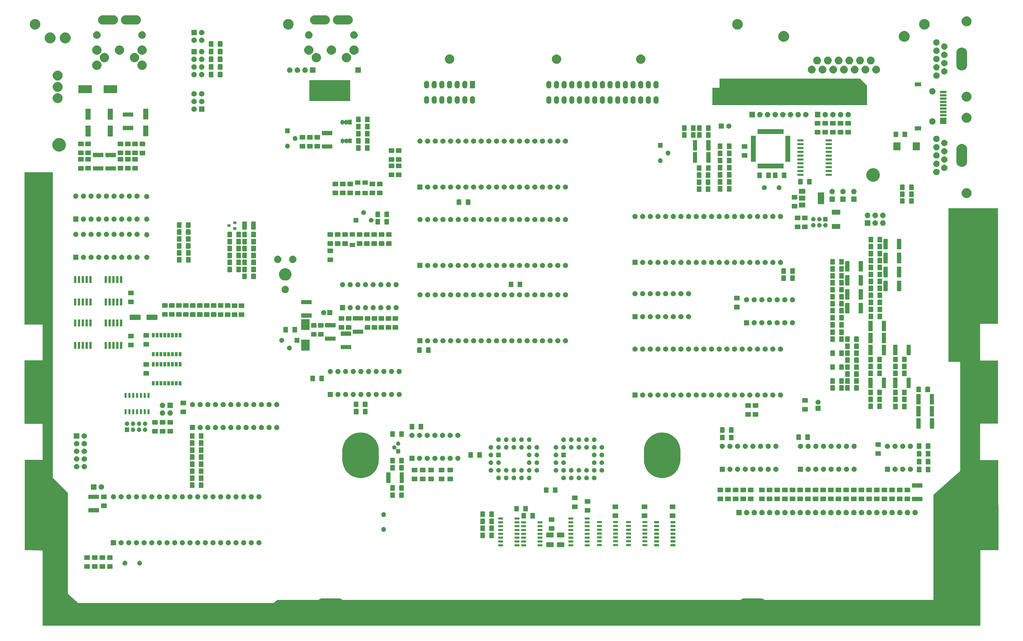
<source format=gts>
G04 #@! TF.GenerationSoftware,KiCad,Pcbnew,(5.1.0)-1*
G04 #@! TF.CreationDate,2022-08-19T22:35:31+02:00*
G04 #@! TF.ProjectId,Atari 130XE 1MB smd,41746172-6920-4313-9330-584520314d42,rev?*
G04 #@! TF.SameCoordinates,Original*
G04 #@! TF.FileFunction,Soldermask,Top*
G04 #@! TF.FilePolarity,Negative*
%FSLAX46Y46*%
G04 Gerber Fmt 4.6, Leading zero omitted, Abs format (unit mm)*
G04 Created by KiCad (PCBNEW (5.1.0)-1) date 2022-08-19 22:35:31*
%MOMM*%
%LPD*%
G04 APERTURE LIST*
%ADD10C,0.100000*%
G04 APERTURE END LIST*
D10*
G36*
X56788400Y-197421923D02*
G01*
X56790802Y-197446309D01*
X56797915Y-197469758D01*
X56809466Y-197491369D01*
X56826832Y-197512094D01*
X61788400Y-202275200D01*
X61788400Y-235818792D01*
X61790802Y-235843178D01*
X61797915Y-235866627D01*
X61809466Y-235888238D01*
X61830697Y-235912521D01*
X65152961Y-238843930D01*
X65172836Y-238858263D01*
X65195125Y-238868444D01*
X65218972Y-238874081D01*
X65235663Y-238875200D01*
X129945886Y-238875200D01*
X129970272Y-238872798D01*
X129993721Y-238865685D01*
X130022099Y-238849278D01*
X130029051Y-238843930D01*
X131288400Y-237875200D01*
X144759516Y-237875200D01*
X144783902Y-237872798D01*
X144807351Y-237865685D01*
X144838814Y-237846827D01*
X144964284Y-237743857D01*
X145407449Y-237506981D01*
X145407451Y-237506980D01*
X145580968Y-237454344D01*
X145888318Y-237361110D01*
X146263076Y-237324200D01*
X151513724Y-237324200D01*
X151888482Y-237361110D01*
X152195832Y-237454344D01*
X152369349Y-237506980D01*
X152369351Y-237506981D01*
X152812516Y-237743857D01*
X152937986Y-237846827D01*
X152958360Y-237860440D01*
X152980999Y-237869818D01*
X153017284Y-237875200D01*
X284759516Y-237875200D01*
X284783902Y-237872798D01*
X284807351Y-237865685D01*
X284838814Y-237846827D01*
X284964284Y-237743857D01*
X285407449Y-237506981D01*
X285407451Y-237506980D01*
X285580968Y-237454344D01*
X285888318Y-237361110D01*
X286263076Y-237324200D01*
X291513724Y-237324200D01*
X291888482Y-237361110D01*
X292195832Y-237454344D01*
X292369349Y-237506980D01*
X292369351Y-237506981D01*
X292812516Y-237743857D01*
X292937986Y-237846827D01*
X292958360Y-237860440D01*
X292980999Y-237869818D01*
X293017284Y-237875200D01*
X348763401Y-237875200D01*
X348787787Y-237872798D01*
X348811236Y-237865685D01*
X348832847Y-237854134D01*
X348851789Y-237838589D01*
X348867334Y-237819647D01*
X348878885Y-237798036D01*
X348885998Y-237774587D01*
X348888400Y-237750201D01*
X348888400Y-202975200D01*
X348904052Y-202961307D01*
X355066387Y-197491369D01*
X357746382Y-195112497D01*
X357763024Y-195094514D01*
X357775839Y-195073627D01*
X357784333Y-195050643D01*
X357788400Y-195019015D01*
X357788400Y-159000199D01*
X357785998Y-158975813D01*
X357778885Y-158952364D01*
X357767334Y-158930753D01*
X357751789Y-158911811D01*
X357732847Y-158896266D01*
X357711236Y-158884715D01*
X357687787Y-158877602D01*
X357663401Y-158875200D01*
X353888400Y-158875200D01*
X353888400Y-107875200D01*
X370288400Y-107875200D01*
X370288400Y-146275200D01*
X364513399Y-146275200D01*
X364489013Y-146277602D01*
X364465564Y-146284715D01*
X364443953Y-146296266D01*
X364425011Y-146311811D01*
X364409466Y-146330753D01*
X364397915Y-146352364D01*
X364390802Y-146375813D01*
X364388400Y-146400199D01*
X364388400Y-158350201D01*
X364390802Y-158374587D01*
X364397915Y-158398036D01*
X364409466Y-158419647D01*
X364425011Y-158438589D01*
X364443953Y-158454134D01*
X364465564Y-158465685D01*
X364489013Y-158472798D01*
X364513399Y-158475200D01*
X370288400Y-158475200D01*
X370288400Y-179375200D01*
X364513399Y-179375200D01*
X364489013Y-179377602D01*
X364465564Y-179384715D01*
X364443953Y-179396266D01*
X364425011Y-179411811D01*
X364409466Y-179430753D01*
X364397915Y-179452364D01*
X364390802Y-179475813D01*
X364388400Y-179500199D01*
X364388400Y-191350201D01*
X364390802Y-191374587D01*
X364397915Y-191398036D01*
X364409466Y-191419647D01*
X364425011Y-191438589D01*
X364443953Y-191454134D01*
X364465564Y-191465685D01*
X364489013Y-191472798D01*
X364513399Y-191475200D01*
X370388400Y-191475200D01*
X370488400Y-221375200D01*
X364613399Y-221375200D01*
X364589013Y-221377602D01*
X364565564Y-221384715D01*
X364543953Y-221396266D01*
X364525011Y-221411811D01*
X364509466Y-221430753D01*
X364497915Y-221452364D01*
X364490802Y-221475813D01*
X364488400Y-221500199D01*
X364488400Y-246375200D01*
X53388400Y-246375200D01*
X53388400Y-221598098D01*
X53385998Y-221573712D01*
X53378885Y-221550263D01*
X53367334Y-221528652D01*
X53351789Y-221509710D01*
X53332847Y-221494165D01*
X53311236Y-221482614D01*
X53287787Y-221475501D01*
X53265522Y-221473117D01*
X47488400Y-221375200D01*
X47488400Y-191375200D01*
X53263401Y-191375200D01*
X53287787Y-191372798D01*
X53311236Y-191365685D01*
X53332847Y-191354134D01*
X53351789Y-191338589D01*
X53367334Y-191319647D01*
X53378885Y-191298036D01*
X53385998Y-191274587D01*
X53388400Y-191250201D01*
X53388400Y-179600199D01*
X53385998Y-179575813D01*
X53378885Y-179552364D01*
X53367334Y-179530753D01*
X53351789Y-179511811D01*
X53332847Y-179496266D01*
X53311236Y-179484715D01*
X53287787Y-179477602D01*
X53263401Y-179475200D01*
X47388400Y-179475200D01*
X47388400Y-158375200D01*
X53263401Y-158375200D01*
X53287787Y-158372798D01*
X53311236Y-158365685D01*
X53332847Y-158354134D01*
X53351789Y-158338589D01*
X53367334Y-158319647D01*
X53378885Y-158298036D01*
X53385998Y-158274587D01*
X53388400Y-158250201D01*
X53388400Y-146600199D01*
X53385998Y-146575813D01*
X53378885Y-146552364D01*
X53367334Y-146530753D01*
X53351789Y-146511811D01*
X53332847Y-146496266D01*
X53311236Y-146484715D01*
X53287787Y-146477602D01*
X53263401Y-146475200D01*
X47388400Y-146475200D01*
X47388400Y-95975200D01*
X56788400Y-95975200D01*
X56788400Y-197421923D01*
X56788400Y-197421923D01*
G37*
G36*
X71453602Y-226021101D02*
G01*
X71488521Y-226031694D01*
X71520703Y-226048896D01*
X71548913Y-226072047D01*
X71572064Y-226100257D01*
X71589266Y-226132439D01*
X71599859Y-226167358D01*
X71604040Y-226209815D01*
X71604040Y-227351025D01*
X71599859Y-227393482D01*
X71589266Y-227428401D01*
X71572064Y-227460583D01*
X71548913Y-227488793D01*
X71520703Y-227511944D01*
X71488521Y-227529146D01*
X71453602Y-227539739D01*
X71411145Y-227543920D01*
X69944935Y-227543920D01*
X69902478Y-227539739D01*
X69867559Y-227529146D01*
X69835377Y-227511944D01*
X69807167Y-227488793D01*
X69784016Y-227460583D01*
X69766814Y-227428401D01*
X69756221Y-227393482D01*
X69752040Y-227351025D01*
X69752040Y-226209815D01*
X69756221Y-226167358D01*
X69766814Y-226132439D01*
X69784016Y-226100257D01*
X69807167Y-226072047D01*
X69835377Y-226048896D01*
X69867559Y-226031694D01*
X69902478Y-226021101D01*
X69944935Y-226016920D01*
X71411145Y-226016920D01*
X71453602Y-226021101D01*
X71453602Y-226021101D01*
G37*
G36*
X76485342Y-226021101D02*
G01*
X76520261Y-226031694D01*
X76552443Y-226048896D01*
X76580653Y-226072047D01*
X76603804Y-226100257D01*
X76621006Y-226132439D01*
X76631599Y-226167358D01*
X76635780Y-226209815D01*
X76635780Y-227351025D01*
X76631599Y-227393482D01*
X76621006Y-227428401D01*
X76603804Y-227460583D01*
X76580653Y-227488793D01*
X76552443Y-227511944D01*
X76520261Y-227529146D01*
X76485342Y-227539739D01*
X76442885Y-227543920D01*
X74976675Y-227543920D01*
X74934218Y-227539739D01*
X74899299Y-227529146D01*
X74867117Y-227511944D01*
X74838907Y-227488793D01*
X74815756Y-227460583D01*
X74798554Y-227428401D01*
X74787961Y-227393482D01*
X74783780Y-227351025D01*
X74783780Y-226209815D01*
X74787961Y-226167358D01*
X74798554Y-226132439D01*
X74815756Y-226100257D01*
X74838907Y-226072047D01*
X74867117Y-226048896D01*
X74899299Y-226031694D01*
X74934218Y-226021101D01*
X74976675Y-226016920D01*
X76442885Y-226016920D01*
X76485342Y-226021101D01*
X76485342Y-226021101D01*
G37*
G36*
X68890742Y-226008401D02*
G01*
X68925661Y-226018994D01*
X68957843Y-226036196D01*
X68986053Y-226059347D01*
X69009204Y-226087557D01*
X69026406Y-226119739D01*
X69036999Y-226154658D01*
X69041180Y-226197115D01*
X69041180Y-227338325D01*
X69036999Y-227380782D01*
X69026406Y-227415701D01*
X69009204Y-227447883D01*
X68986053Y-227476093D01*
X68957843Y-227499244D01*
X68925661Y-227516446D01*
X68890742Y-227527039D01*
X68848285Y-227531220D01*
X67382075Y-227531220D01*
X67339618Y-227527039D01*
X67304699Y-227516446D01*
X67272517Y-227499244D01*
X67244307Y-227476093D01*
X67221156Y-227447883D01*
X67203954Y-227415701D01*
X67193361Y-227380782D01*
X67189180Y-227338325D01*
X67189180Y-226197115D01*
X67193361Y-226154658D01*
X67203954Y-226119739D01*
X67221156Y-226087557D01*
X67244307Y-226059347D01*
X67272517Y-226036196D01*
X67304699Y-226018994D01*
X67339618Y-226008401D01*
X67382075Y-226004220D01*
X68848285Y-226004220D01*
X68890742Y-226008401D01*
X68890742Y-226008401D01*
G37*
G36*
X73978362Y-226008401D02*
G01*
X74013281Y-226018994D01*
X74045463Y-226036196D01*
X74073673Y-226059347D01*
X74096824Y-226087557D01*
X74114026Y-226119739D01*
X74124619Y-226154658D01*
X74128800Y-226197115D01*
X74128800Y-227338325D01*
X74124619Y-227380782D01*
X74114026Y-227415701D01*
X74096824Y-227447883D01*
X74073673Y-227476093D01*
X74045463Y-227499244D01*
X74013281Y-227516446D01*
X73978362Y-227527039D01*
X73935905Y-227531220D01*
X72469695Y-227531220D01*
X72427238Y-227527039D01*
X72392319Y-227516446D01*
X72360137Y-227499244D01*
X72331927Y-227476093D01*
X72308776Y-227447883D01*
X72291574Y-227415701D01*
X72280981Y-227380782D01*
X72276800Y-227338325D01*
X72276800Y-226197115D01*
X72280981Y-226154658D01*
X72291574Y-226119739D01*
X72308776Y-226087557D01*
X72331927Y-226059347D01*
X72360137Y-226036196D01*
X72392319Y-226018994D01*
X72427238Y-226008401D01*
X72469695Y-226004220D01*
X73935905Y-226004220D01*
X73978362Y-226008401D01*
X73978362Y-226008401D01*
G37*
G36*
X80904042Y-224885921D02*
G01*
X81049814Y-224946302D01*
X81049816Y-224946303D01*
X81181008Y-225033962D01*
X81292578Y-225145532D01*
X81380237Y-225276724D01*
X81380238Y-225276726D01*
X81440619Y-225422498D01*
X81471400Y-225577247D01*
X81471400Y-225735033D01*
X81440619Y-225889782D01*
X81385824Y-226022068D01*
X81380237Y-226035556D01*
X81292578Y-226166748D01*
X81181008Y-226278318D01*
X81049816Y-226365977D01*
X81049815Y-226365978D01*
X81049814Y-226365978D01*
X80904042Y-226426359D01*
X80749293Y-226457140D01*
X80591507Y-226457140D01*
X80436758Y-226426359D01*
X80290986Y-226365978D01*
X80290985Y-226365978D01*
X80290984Y-226365977D01*
X80159792Y-226278318D01*
X80048222Y-226166748D01*
X79960563Y-226035556D01*
X79954976Y-226022068D01*
X79900181Y-225889782D01*
X79869400Y-225735033D01*
X79869400Y-225577247D01*
X79900181Y-225422498D01*
X79960562Y-225276726D01*
X79960563Y-225276724D01*
X80048222Y-225145532D01*
X80159792Y-225033962D01*
X80290984Y-224946303D01*
X80290986Y-224946302D01*
X80436758Y-224885921D01*
X80591507Y-224855140D01*
X80749293Y-224855140D01*
X80904042Y-224885921D01*
X80904042Y-224885921D01*
G37*
G36*
X85804042Y-224885921D02*
G01*
X85949814Y-224946302D01*
X85949816Y-224946303D01*
X86081008Y-225033962D01*
X86192578Y-225145532D01*
X86280237Y-225276724D01*
X86280238Y-225276726D01*
X86340619Y-225422498D01*
X86371400Y-225577247D01*
X86371400Y-225735033D01*
X86340619Y-225889782D01*
X86285824Y-226022068D01*
X86280237Y-226035556D01*
X86192578Y-226166748D01*
X86081008Y-226278318D01*
X85949816Y-226365977D01*
X85949815Y-226365978D01*
X85949814Y-226365978D01*
X85804042Y-226426359D01*
X85649293Y-226457140D01*
X85491507Y-226457140D01*
X85336758Y-226426359D01*
X85190986Y-226365978D01*
X85190985Y-226365978D01*
X85190984Y-226365977D01*
X85059792Y-226278318D01*
X84948222Y-226166748D01*
X84860563Y-226035556D01*
X84854976Y-226022068D01*
X84800181Y-225889782D01*
X84769400Y-225735033D01*
X84769400Y-225577247D01*
X84800181Y-225422498D01*
X84860562Y-225276726D01*
X84860563Y-225276724D01*
X84948222Y-225145532D01*
X85059792Y-225033962D01*
X85190984Y-224946303D01*
X85190986Y-224946302D01*
X85336758Y-224885921D01*
X85491507Y-224855140D01*
X85649293Y-224855140D01*
X85804042Y-224885921D01*
X85804042Y-224885921D01*
G37*
G36*
X76485342Y-223046101D02*
G01*
X76520261Y-223056694D01*
X76552443Y-223073896D01*
X76580653Y-223097047D01*
X76603804Y-223125257D01*
X76621006Y-223157439D01*
X76631599Y-223192358D01*
X76635780Y-223234815D01*
X76635780Y-224376025D01*
X76631599Y-224418482D01*
X76621006Y-224453401D01*
X76603804Y-224485583D01*
X76580653Y-224513793D01*
X76552443Y-224536944D01*
X76520261Y-224554146D01*
X76485342Y-224564739D01*
X76442885Y-224568920D01*
X74976675Y-224568920D01*
X74934218Y-224564739D01*
X74899299Y-224554146D01*
X74867117Y-224536944D01*
X74838907Y-224513793D01*
X74815756Y-224485583D01*
X74798554Y-224453401D01*
X74787961Y-224418482D01*
X74783780Y-224376025D01*
X74783780Y-223234815D01*
X74787961Y-223192358D01*
X74798554Y-223157439D01*
X74815756Y-223125257D01*
X74838907Y-223097047D01*
X74867117Y-223073896D01*
X74899299Y-223056694D01*
X74934218Y-223046101D01*
X74976675Y-223041920D01*
X76442885Y-223041920D01*
X76485342Y-223046101D01*
X76485342Y-223046101D01*
G37*
G36*
X71453602Y-223046101D02*
G01*
X71488521Y-223056694D01*
X71520703Y-223073896D01*
X71548913Y-223097047D01*
X71572064Y-223125257D01*
X71589266Y-223157439D01*
X71599859Y-223192358D01*
X71604040Y-223234815D01*
X71604040Y-224376025D01*
X71599859Y-224418482D01*
X71589266Y-224453401D01*
X71572064Y-224485583D01*
X71548913Y-224513793D01*
X71520703Y-224536944D01*
X71488521Y-224554146D01*
X71453602Y-224564739D01*
X71411145Y-224568920D01*
X69944935Y-224568920D01*
X69902478Y-224564739D01*
X69867559Y-224554146D01*
X69835377Y-224536944D01*
X69807167Y-224513793D01*
X69784016Y-224485583D01*
X69766814Y-224453401D01*
X69756221Y-224418482D01*
X69752040Y-224376025D01*
X69752040Y-223234815D01*
X69756221Y-223192358D01*
X69766814Y-223157439D01*
X69784016Y-223125257D01*
X69807167Y-223097047D01*
X69835377Y-223073896D01*
X69867559Y-223056694D01*
X69902478Y-223046101D01*
X69944935Y-223041920D01*
X71411145Y-223041920D01*
X71453602Y-223046101D01*
X71453602Y-223046101D01*
G37*
G36*
X73978362Y-223033401D02*
G01*
X74013281Y-223043994D01*
X74045463Y-223061196D01*
X74073673Y-223084347D01*
X74096824Y-223112557D01*
X74114026Y-223144739D01*
X74124619Y-223179658D01*
X74128800Y-223222115D01*
X74128800Y-224363325D01*
X74124619Y-224405782D01*
X74114026Y-224440701D01*
X74096824Y-224472883D01*
X74073673Y-224501093D01*
X74045463Y-224524244D01*
X74013281Y-224541446D01*
X73978362Y-224552039D01*
X73935905Y-224556220D01*
X72469695Y-224556220D01*
X72427238Y-224552039D01*
X72392319Y-224541446D01*
X72360137Y-224524244D01*
X72331927Y-224501093D01*
X72308776Y-224472883D01*
X72291574Y-224440701D01*
X72280981Y-224405782D01*
X72276800Y-224363325D01*
X72276800Y-223222115D01*
X72280981Y-223179658D01*
X72291574Y-223144739D01*
X72308776Y-223112557D01*
X72331927Y-223084347D01*
X72360137Y-223061196D01*
X72392319Y-223043994D01*
X72427238Y-223033401D01*
X72469695Y-223029220D01*
X73935905Y-223029220D01*
X73978362Y-223033401D01*
X73978362Y-223033401D01*
G37*
G36*
X68890742Y-223033401D02*
G01*
X68925661Y-223043994D01*
X68957843Y-223061196D01*
X68986053Y-223084347D01*
X69009204Y-223112557D01*
X69026406Y-223144739D01*
X69036999Y-223179658D01*
X69041180Y-223222115D01*
X69041180Y-224363325D01*
X69036999Y-224405782D01*
X69026406Y-224440701D01*
X69009204Y-224472883D01*
X68986053Y-224501093D01*
X68957843Y-224524244D01*
X68925661Y-224541446D01*
X68890742Y-224552039D01*
X68848285Y-224556220D01*
X67382075Y-224556220D01*
X67339618Y-224552039D01*
X67304699Y-224541446D01*
X67272517Y-224524244D01*
X67244307Y-224501093D01*
X67221156Y-224472883D01*
X67203954Y-224440701D01*
X67193361Y-224405782D01*
X67189180Y-224363325D01*
X67189180Y-223222115D01*
X67193361Y-223179658D01*
X67203954Y-223144739D01*
X67221156Y-223112557D01*
X67244307Y-223084347D01*
X67272517Y-223061196D01*
X67304699Y-223043994D01*
X67339618Y-223033401D01*
X67382075Y-223029220D01*
X68848285Y-223029220D01*
X68890742Y-223033401D01*
X68890742Y-223033401D01*
G37*
G36*
X226279528Y-218770282D02*
G01*
X226313867Y-218780699D01*
X226345516Y-218797616D01*
X226373258Y-218820382D01*
X226396024Y-218848124D01*
X226412941Y-218879773D01*
X226423358Y-218914112D01*
X226427480Y-218955967D01*
X226427480Y-220178353D01*
X226423358Y-220220208D01*
X226412941Y-220254547D01*
X226396024Y-220286196D01*
X226373258Y-220313938D01*
X226345516Y-220336704D01*
X226313867Y-220353621D01*
X226279528Y-220364038D01*
X226237673Y-220368160D01*
X224165287Y-220368160D01*
X224123432Y-220364038D01*
X224089093Y-220353621D01*
X224057444Y-220336704D01*
X224029702Y-220313938D01*
X224006936Y-220286196D01*
X223990019Y-220254547D01*
X223979602Y-220220208D01*
X223975480Y-220178353D01*
X223975480Y-218955967D01*
X223979602Y-218914112D01*
X223990019Y-218879773D01*
X224006936Y-218848124D01*
X224029702Y-218820382D01*
X224057444Y-218797616D01*
X224089093Y-218780699D01*
X224123432Y-218770282D01*
X224165287Y-218766160D01*
X226237673Y-218766160D01*
X226279528Y-218770282D01*
X226279528Y-218770282D01*
G37*
G36*
X222756548Y-218757582D02*
G01*
X222790887Y-218767999D01*
X222822536Y-218784916D01*
X222850278Y-218807682D01*
X222873044Y-218835424D01*
X222889961Y-218867073D01*
X222900378Y-218901412D01*
X222904500Y-218943267D01*
X222904500Y-220165653D01*
X222900378Y-220207508D01*
X222889961Y-220241847D01*
X222873044Y-220273496D01*
X222850278Y-220301238D01*
X222822536Y-220324004D01*
X222790887Y-220340921D01*
X222756548Y-220351338D01*
X222714693Y-220355460D01*
X220642307Y-220355460D01*
X220600452Y-220351338D01*
X220566113Y-220340921D01*
X220534464Y-220324004D01*
X220506722Y-220301238D01*
X220483956Y-220273496D01*
X220467039Y-220241847D01*
X220456622Y-220207508D01*
X220452500Y-220165653D01*
X220452500Y-218943267D01*
X220456622Y-218901412D01*
X220467039Y-218867073D01*
X220483956Y-218835424D01*
X220506722Y-218807682D01*
X220534464Y-218784916D01*
X220566113Y-218767999D01*
X220600452Y-218757582D01*
X220642307Y-218753460D01*
X222714693Y-218753460D01*
X222756548Y-218757582D01*
X222756548Y-218757582D01*
G37*
G36*
X211565100Y-220096560D02*
G01*
X209963100Y-220096560D01*
X209963100Y-219394560D01*
X211565100Y-219394560D01*
X211565100Y-220096560D01*
X211565100Y-220096560D01*
G37*
G36*
X206165100Y-220096560D02*
G01*
X204563100Y-220096560D01*
X204563100Y-219394560D01*
X206165100Y-219394560D01*
X206165100Y-220096560D01*
X206165100Y-220096560D01*
G37*
G36*
X229418800Y-220073700D02*
G01*
X227816800Y-220073700D01*
X227816800Y-219371700D01*
X229418800Y-219371700D01*
X229418800Y-220073700D01*
X229418800Y-220073700D01*
G37*
G36*
X234818800Y-220073700D02*
G01*
X233216800Y-220073700D01*
X233216800Y-219371700D01*
X234818800Y-219371700D01*
X234818800Y-220073700D01*
X234818800Y-220073700D01*
G37*
G36*
X213747000Y-220068620D02*
G01*
X212145000Y-220068620D01*
X212145000Y-219366620D01*
X213747000Y-219366620D01*
X213747000Y-220068620D01*
X213747000Y-220068620D01*
G37*
G36*
X219147000Y-220068620D02*
G01*
X217545000Y-220068620D01*
X217545000Y-219366620D01*
X219147000Y-219366620D01*
X219147000Y-220068620D01*
X219147000Y-220068620D01*
G37*
G36*
X257866800Y-220048300D02*
G01*
X256264800Y-220048300D01*
X256264800Y-219346300D01*
X257866800Y-219346300D01*
X257866800Y-220048300D01*
X257866800Y-220048300D01*
G37*
G36*
X263266800Y-220048300D02*
G01*
X261664800Y-220048300D01*
X261664800Y-219346300D01*
X263266800Y-219346300D01*
X263266800Y-220048300D01*
X263266800Y-220048300D01*
G37*
G36*
X253945000Y-220022900D02*
G01*
X252343000Y-220022900D01*
X252343000Y-219320900D01*
X253945000Y-219320900D01*
X253945000Y-220022900D01*
X253945000Y-220022900D01*
G37*
G36*
X248545000Y-220022900D02*
G01*
X246943000Y-220022900D01*
X246943000Y-219320900D01*
X248545000Y-219320900D01*
X248545000Y-220022900D01*
X248545000Y-220022900D01*
G37*
G36*
X244267600Y-220022900D02*
G01*
X242665600Y-220022900D01*
X242665600Y-219320900D01*
X244267600Y-219320900D01*
X244267600Y-220022900D01*
X244267600Y-220022900D01*
G37*
G36*
X238867600Y-220022900D02*
G01*
X237265600Y-220022900D01*
X237265600Y-219320900D01*
X238867600Y-219320900D01*
X238867600Y-220022900D01*
X238867600Y-220022900D01*
G37*
G36*
X115155223Y-218036513D02*
G01*
X115315642Y-218085176D01*
X115389324Y-218124560D01*
X115463478Y-218164196D01*
X115593059Y-218270541D01*
X115699404Y-218400122D01*
X115699405Y-218400124D01*
X115778424Y-218547958D01*
X115827087Y-218708377D01*
X115843517Y-218875200D01*
X115827087Y-219042023D01*
X115778424Y-219202442D01*
X115715107Y-219320900D01*
X115699404Y-219350278D01*
X115593059Y-219479859D01*
X115463478Y-219586204D01*
X115463476Y-219586205D01*
X115315642Y-219665224D01*
X115155223Y-219713887D01*
X115030204Y-219726200D01*
X114946596Y-219726200D01*
X114821577Y-219713887D01*
X114661158Y-219665224D01*
X114513324Y-219586205D01*
X114513322Y-219586204D01*
X114383741Y-219479859D01*
X114277396Y-219350278D01*
X114261693Y-219320900D01*
X114198376Y-219202442D01*
X114149713Y-219042023D01*
X114133283Y-218875200D01*
X114149713Y-218708377D01*
X114198376Y-218547958D01*
X114277395Y-218400124D01*
X114277396Y-218400122D01*
X114383741Y-218270541D01*
X114513322Y-218164196D01*
X114587476Y-218124560D01*
X114661158Y-218085176D01*
X114821577Y-218036513D01*
X114946596Y-218024200D01*
X115030204Y-218024200D01*
X115155223Y-218036513D01*
X115155223Y-218036513D01*
G37*
G36*
X89755223Y-218036513D02*
G01*
X89915642Y-218085176D01*
X89989324Y-218124560D01*
X90063478Y-218164196D01*
X90193059Y-218270541D01*
X90299404Y-218400122D01*
X90299405Y-218400124D01*
X90378424Y-218547958D01*
X90427087Y-218708377D01*
X90443517Y-218875200D01*
X90427087Y-219042023D01*
X90378424Y-219202442D01*
X90315107Y-219320900D01*
X90299404Y-219350278D01*
X90193059Y-219479859D01*
X90063478Y-219586204D01*
X90063476Y-219586205D01*
X89915642Y-219665224D01*
X89755223Y-219713887D01*
X89630204Y-219726200D01*
X89546596Y-219726200D01*
X89421577Y-219713887D01*
X89261158Y-219665224D01*
X89113324Y-219586205D01*
X89113322Y-219586204D01*
X88983741Y-219479859D01*
X88877396Y-219350278D01*
X88861693Y-219320900D01*
X88798376Y-219202442D01*
X88749713Y-219042023D01*
X88733283Y-218875200D01*
X88749713Y-218708377D01*
X88798376Y-218547958D01*
X88877395Y-218400124D01*
X88877396Y-218400122D01*
X88983741Y-218270541D01*
X89113322Y-218164196D01*
X89187476Y-218124560D01*
X89261158Y-218085176D01*
X89421577Y-218036513D01*
X89546596Y-218024200D01*
X89630204Y-218024200D01*
X89755223Y-218036513D01*
X89755223Y-218036513D01*
G37*
G36*
X112615223Y-218036513D02*
G01*
X112775642Y-218085176D01*
X112849324Y-218124560D01*
X112923478Y-218164196D01*
X113053059Y-218270541D01*
X113159404Y-218400122D01*
X113159405Y-218400124D01*
X113238424Y-218547958D01*
X113287087Y-218708377D01*
X113303517Y-218875200D01*
X113287087Y-219042023D01*
X113238424Y-219202442D01*
X113175107Y-219320900D01*
X113159404Y-219350278D01*
X113053059Y-219479859D01*
X112923478Y-219586204D01*
X112923476Y-219586205D01*
X112775642Y-219665224D01*
X112615223Y-219713887D01*
X112490204Y-219726200D01*
X112406596Y-219726200D01*
X112281577Y-219713887D01*
X112121158Y-219665224D01*
X111973324Y-219586205D01*
X111973322Y-219586204D01*
X111843741Y-219479859D01*
X111737396Y-219350278D01*
X111721693Y-219320900D01*
X111658376Y-219202442D01*
X111609713Y-219042023D01*
X111593283Y-218875200D01*
X111609713Y-218708377D01*
X111658376Y-218547958D01*
X111737395Y-218400124D01*
X111737396Y-218400122D01*
X111843741Y-218270541D01*
X111973322Y-218164196D01*
X112047476Y-218124560D01*
X112121158Y-218085176D01*
X112281577Y-218036513D01*
X112406596Y-218024200D01*
X112490204Y-218024200D01*
X112615223Y-218036513D01*
X112615223Y-218036513D01*
G37*
G36*
X110075223Y-218036513D02*
G01*
X110235642Y-218085176D01*
X110309324Y-218124560D01*
X110383478Y-218164196D01*
X110513059Y-218270541D01*
X110619404Y-218400122D01*
X110619405Y-218400124D01*
X110698424Y-218547958D01*
X110747087Y-218708377D01*
X110763517Y-218875200D01*
X110747087Y-219042023D01*
X110698424Y-219202442D01*
X110635107Y-219320900D01*
X110619404Y-219350278D01*
X110513059Y-219479859D01*
X110383478Y-219586204D01*
X110383476Y-219586205D01*
X110235642Y-219665224D01*
X110075223Y-219713887D01*
X109950204Y-219726200D01*
X109866596Y-219726200D01*
X109741577Y-219713887D01*
X109581158Y-219665224D01*
X109433324Y-219586205D01*
X109433322Y-219586204D01*
X109303741Y-219479859D01*
X109197396Y-219350278D01*
X109181693Y-219320900D01*
X109118376Y-219202442D01*
X109069713Y-219042023D01*
X109053283Y-218875200D01*
X109069713Y-218708377D01*
X109118376Y-218547958D01*
X109197395Y-218400124D01*
X109197396Y-218400122D01*
X109303741Y-218270541D01*
X109433322Y-218164196D01*
X109507476Y-218124560D01*
X109581158Y-218085176D01*
X109741577Y-218036513D01*
X109866596Y-218024200D01*
X109950204Y-218024200D01*
X110075223Y-218036513D01*
X110075223Y-218036513D01*
G37*
G36*
X107535223Y-218036513D02*
G01*
X107695642Y-218085176D01*
X107769324Y-218124560D01*
X107843478Y-218164196D01*
X107973059Y-218270541D01*
X108079404Y-218400122D01*
X108079405Y-218400124D01*
X108158424Y-218547958D01*
X108207087Y-218708377D01*
X108223517Y-218875200D01*
X108207087Y-219042023D01*
X108158424Y-219202442D01*
X108095107Y-219320900D01*
X108079404Y-219350278D01*
X107973059Y-219479859D01*
X107843478Y-219586204D01*
X107843476Y-219586205D01*
X107695642Y-219665224D01*
X107535223Y-219713887D01*
X107410204Y-219726200D01*
X107326596Y-219726200D01*
X107201577Y-219713887D01*
X107041158Y-219665224D01*
X106893324Y-219586205D01*
X106893322Y-219586204D01*
X106763741Y-219479859D01*
X106657396Y-219350278D01*
X106641693Y-219320900D01*
X106578376Y-219202442D01*
X106529713Y-219042023D01*
X106513283Y-218875200D01*
X106529713Y-218708377D01*
X106578376Y-218547958D01*
X106657395Y-218400124D01*
X106657396Y-218400122D01*
X106763741Y-218270541D01*
X106893322Y-218164196D01*
X106967476Y-218124560D01*
X107041158Y-218085176D01*
X107201577Y-218036513D01*
X107326596Y-218024200D01*
X107410204Y-218024200D01*
X107535223Y-218036513D01*
X107535223Y-218036513D01*
G37*
G36*
X104995223Y-218036513D02*
G01*
X105155642Y-218085176D01*
X105229324Y-218124560D01*
X105303478Y-218164196D01*
X105433059Y-218270541D01*
X105539404Y-218400122D01*
X105539405Y-218400124D01*
X105618424Y-218547958D01*
X105667087Y-218708377D01*
X105683517Y-218875200D01*
X105667087Y-219042023D01*
X105618424Y-219202442D01*
X105555107Y-219320900D01*
X105539404Y-219350278D01*
X105433059Y-219479859D01*
X105303478Y-219586204D01*
X105303476Y-219586205D01*
X105155642Y-219665224D01*
X104995223Y-219713887D01*
X104870204Y-219726200D01*
X104786596Y-219726200D01*
X104661577Y-219713887D01*
X104501158Y-219665224D01*
X104353324Y-219586205D01*
X104353322Y-219586204D01*
X104223741Y-219479859D01*
X104117396Y-219350278D01*
X104101693Y-219320900D01*
X104038376Y-219202442D01*
X103989713Y-219042023D01*
X103973283Y-218875200D01*
X103989713Y-218708377D01*
X104038376Y-218547958D01*
X104117395Y-218400124D01*
X104117396Y-218400122D01*
X104223741Y-218270541D01*
X104353322Y-218164196D01*
X104427476Y-218124560D01*
X104501158Y-218085176D01*
X104661577Y-218036513D01*
X104786596Y-218024200D01*
X104870204Y-218024200D01*
X104995223Y-218036513D01*
X104995223Y-218036513D01*
G37*
G36*
X102455223Y-218036513D02*
G01*
X102615642Y-218085176D01*
X102689324Y-218124560D01*
X102763478Y-218164196D01*
X102893059Y-218270541D01*
X102999404Y-218400122D01*
X102999405Y-218400124D01*
X103078424Y-218547958D01*
X103127087Y-218708377D01*
X103143517Y-218875200D01*
X103127087Y-219042023D01*
X103078424Y-219202442D01*
X103015107Y-219320900D01*
X102999404Y-219350278D01*
X102893059Y-219479859D01*
X102763478Y-219586204D01*
X102763476Y-219586205D01*
X102615642Y-219665224D01*
X102455223Y-219713887D01*
X102330204Y-219726200D01*
X102246596Y-219726200D01*
X102121577Y-219713887D01*
X101961158Y-219665224D01*
X101813324Y-219586205D01*
X101813322Y-219586204D01*
X101683741Y-219479859D01*
X101577396Y-219350278D01*
X101561693Y-219320900D01*
X101498376Y-219202442D01*
X101449713Y-219042023D01*
X101433283Y-218875200D01*
X101449713Y-218708377D01*
X101498376Y-218547958D01*
X101577395Y-218400124D01*
X101577396Y-218400122D01*
X101683741Y-218270541D01*
X101813322Y-218164196D01*
X101887476Y-218124560D01*
X101961158Y-218085176D01*
X102121577Y-218036513D01*
X102246596Y-218024200D01*
X102330204Y-218024200D01*
X102455223Y-218036513D01*
X102455223Y-218036513D01*
G37*
G36*
X99915223Y-218036513D02*
G01*
X100075642Y-218085176D01*
X100149324Y-218124560D01*
X100223478Y-218164196D01*
X100353059Y-218270541D01*
X100459404Y-218400122D01*
X100459405Y-218400124D01*
X100538424Y-218547958D01*
X100587087Y-218708377D01*
X100603517Y-218875200D01*
X100587087Y-219042023D01*
X100538424Y-219202442D01*
X100475107Y-219320900D01*
X100459404Y-219350278D01*
X100353059Y-219479859D01*
X100223478Y-219586204D01*
X100223476Y-219586205D01*
X100075642Y-219665224D01*
X99915223Y-219713887D01*
X99790204Y-219726200D01*
X99706596Y-219726200D01*
X99581577Y-219713887D01*
X99421158Y-219665224D01*
X99273324Y-219586205D01*
X99273322Y-219586204D01*
X99143741Y-219479859D01*
X99037396Y-219350278D01*
X99021693Y-219320900D01*
X98958376Y-219202442D01*
X98909713Y-219042023D01*
X98893283Y-218875200D01*
X98909713Y-218708377D01*
X98958376Y-218547958D01*
X99037395Y-218400124D01*
X99037396Y-218400122D01*
X99143741Y-218270541D01*
X99273322Y-218164196D01*
X99347476Y-218124560D01*
X99421158Y-218085176D01*
X99581577Y-218036513D01*
X99706596Y-218024200D01*
X99790204Y-218024200D01*
X99915223Y-218036513D01*
X99915223Y-218036513D01*
G37*
G36*
X97375223Y-218036513D02*
G01*
X97535642Y-218085176D01*
X97609324Y-218124560D01*
X97683478Y-218164196D01*
X97813059Y-218270541D01*
X97919404Y-218400122D01*
X97919405Y-218400124D01*
X97998424Y-218547958D01*
X98047087Y-218708377D01*
X98063517Y-218875200D01*
X98047087Y-219042023D01*
X97998424Y-219202442D01*
X97935107Y-219320900D01*
X97919404Y-219350278D01*
X97813059Y-219479859D01*
X97683478Y-219586204D01*
X97683476Y-219586205D01*
X97535642Y-219665224D01*
X97375223Y-219713887D01*
X97250204Y-219726200D01*
X97166596Y-219726200D01*
X97041577Y-219713887D01*
X96881158Y-219665224D01*
X96733324Y-219586205D01*
X96733322Y-219586204D01*
X96603741Y-219479859D01*
X96497396Y-219350278D01*
X96481693Y-219320900D01*
X96418376Y-219202442D01*
X96369713Y-219042023D01*
X96353283Y-218875200D01*
X96369713Y-218708377D01*
X96418376Y-218547958D01*
X96497395Y-218400124D01*
X96497396Y-218400122D01*
X96603741Y-218270541D01*
X96733322Y-218164196D01*
X96807476Y-218124560D01*
X96881158Y-218085176D01*
X97041577Y-218036513D01*
X97166596Y-218024200D01*
X97250204Y-218024200D01*
X97375223Y-218036513D01*
X97375223Y-218036513D01*
G37*
G36*
X94835223Y-218036513D02*
G01*
X94995642Y-218085176D01*
X95069324Y-218124560D01*
X95143478Y-218164196D01*
X95273059Y-218270541D01*
X95379404Y-218400122D01*
X95379405Y-218400124D01*
X95458424Y-218547958D01*
X95507087Y-218708377D01*
X95523517Y-218875200D01*
X95507087Y-219042023D01*
X95458424Y-219202442D01*
X95395107Y-219320900D01*
X95379404Y-219350278D01*
X95273059Y-219479859D01*
X95143478Y-219586204D01*
X95143476Y-219586205D01*
X94995642Y-219665224D01*
X94835223Y-219713887D01*
X94710204Y-219726200D01*
X94626596Y-219726200D01*
X94501577Y-219713887D01*
X94341158Y-219665224D01*
X94193324Y-219586205D01*
X94193322Y-219586204D01*
X94063741Y-219479859D01*
X93957396Y-219350278D01*
X93941693Y-219320900D01*
X93878376Y-219202442D01*
X93829713Y-219042023D01*
X93813283Y-218875200D01*
X93829713Y-218708377D01*
X93878376Y-218547958D01*
X93957395Y-218400124D01*
X93957396Y-218400122D01*
X94063741Y-218270541D01*
X94193322Y-218164196D01*
X94267476Y-218124560D01*
X94341158Y-218085176D01*
X94501577Y-218036513D01*
X94626596Y-218024200D01*
X94710204Y-218024200D01*
X94835223Y-218036513D01*
X94835223Y-218036513D01*
G37*
G36*
X92295223Y-218036513D02*
G01*
X92455642Y-218085176D01*
X92529324Y-218124560D01*
X92603478Y-218164196D01*
X92733059Y-218270541D01*
X92839404Y-218400122D01*
X92839405Y-218400124D01*
X92918424Y-218547958D01*
X92967087Y-218708377D01*
X92983517Y-218875200D01*
X92967087Y-219042023D01*
X92918424Y-219202442D01*
X92855107Y-219320900D01*
X92839404Y-219350278D01*
X92733059Y-219479859D01*
X92603478Y-219586204D01*
X92603476Y-219586205D01*
X92455642Y-219665224D01*
X92295223Y-219713887D01*
X92170204Y-219726200D01*
X92086596Y-219726200D01*
X91961577Y-219713887D01*
X91801158Y-219665224D01*
X91653324Y-219586205D01*
X91653322Y-219586204D01*
X91523741Y-219479859D01*
X91417396Y-219350278D01*
X91401693Y-219320900D01*
X91338376Y-219202442D01*
X91289713Y-219042023D01*
X91273283Y-218875200D01*
X91289713Y-218708377D01*
X91338376Y-218547958D01*
X91417395Y-218400124D01*
X91417396Y-218400122D01*
X91523741Y-218270541D01*
X91653322Y-218164196D01*
X91727476Y-218124560D01*
X91801158Y-218085176D01*
X91961577Y-218036513D01*
X92086596Y-218024200D01*
X92170204Y-218024200D01*
X92295223Y-218036513D01*
X92295223Y-218036513D01*
G37*
G36*
X117695223Y-218036513D02*
G01*
X117855642Y-218085176D01*
X117929324Y-218124560D01*
X118003478Y-218164196D01*
X118133059Y-218270541D01*
X118239404Y-218400122D01*
X118239405Y-218400124D01*
X118318424Y-218547958D01*
X118367087Y-218708377D01*
X118383517Y-218875200D01*
X118367087Y-219042023D01*
X118318424Y-219202442D01*
X118255107Y-219320900D01*
X118239404Y-219350278D01*
X118133059Y-219479859D01*
X118003478Y-219586204D01*
X118003476Y-219586205D01*
X117855642Y-219665224D01*
X117695223Y-219713887D01*
X117570204Y-219726200D01*
X117486596Y-219726200D01*
X117361577Y-219713887D01*
X117201158Y-219665224D01*
X117053324Y-219586205D01*
X117053322Y-219586204D01*
X116923741Y-219479859D01*
X116817396Y-219350278D01*
X116801693Y-219320900D01*
X116738376Y-219202442D01*
X116689713Y-219042023D01*
X116673283Y-218875200D01*
X116689713Y-218708377D01*
X116738376Y-218547958D01*
X116817395Y-218400124D01*
X116817396Y-218400122D01*
X116923741Y-218270541D01*
X117053322Y-218164196D01*
X117127476Y-218124560D01*
X117201158Y-218085176D01*
X117361577Y-218036513D01*
X117486596Y-218024200D01*
X117570204Y-218024200D01*
X117695223Y-218036513D01*
X117695223Y-218036513D01*
G37*
G36*
X84675223Y-218036513D02*
G01*
X84835642Y-218085176D01*
X84909324Y-218124560D01*
X84983478Y-218164196D01*
X85113059Y-218270541D01*
X85219404Y-218400122D01*
X85219405Y-218400124D01*
X85298424Y-218547958D01*
X85347087Y-218708377D01*
X85363517Y-218875200D01*
X85347087Y-219042023D01*
X85298424Y-219202442D01*
X85235107Y-219320900D01*
X85219404Y-219350278D01*
X85113059Y-219479859D01*
X84983478Y-219586204D01*
X84983476Y-219586205D01*
X84835642Y-219665224D01*
X84675223Y-219713887D01*
X84550204Y-219726200D01*
X84466596Y-219726200D01*
X84341577Y-219713887D01*
X84181158Y-219665224D01*
X84033324Y-219586205D01*
X84033322Y-219586204D01*
X83903741Y-219479859D01*
X83797396Y-219350278D01*
X83781693Y-219320900D01*
X83718376Y-219202442D01*
X83669713Y-219042023D01*
X83653283Y-218875200D01*
X83669713Y-218708377D01*
X83718376Y-218547958D01*
X83797395Y-218400124D01*
X83797396Y-218400122D01*
X83903741Y-218270541D01*
X84033322Y-218164196D01*
X84107476Y-218124560D01*
X84181158Y-218085176D01*
X84341577Y-218036513D01*
X84466596Y-218024200D01*
X84550204Y-218024200D01*
X84675223Y-218036513D01*
X84675223Y-218036513D01*
G37*
G36*
X82135223Y-218036513D02*
G01*
X82295642Y-218085176D01*
X82369324Y-218124560D01*
X82443478Y-218164196D01*
X82573059Y-218270541D01*
X82679404Y-218400122D01*
X82679405Y-218400124D01*
X82758424Y-218547958D01*
X82807087Y-218708377D01*
X82823517Y-218875200D01*
X82807087Y-219042023D01*
X82758424Y-219202442D01*
X82695107Y-219320900D01*
X82679404Y-219350278D01*
X82573059Y-219479859D01*
X82443478Y-219586204D01*
X82443476Y-219586205D01*
X82295642Y-219665224D01*
X82135223Y-219713887D01*
X82010204Y-219726200D01*
X81926596Y-219726200D01*
X81801577Y-219713887D01*
X81641158Y-219665224D01*
X81493324Y-219586205D01*
X81493322Y-219586204D01*
X81363741Y-219479859D01*
X81257396Y-219350278D01*
X81241693Y-219320900D01*
X81178376Y-219202442D01*
X81129713Y-219042023D01*
X81113283Y-218875200D01*
X81129713Y-218708377D01*
X81178376Y-218547958D01*
X81257395Y-218400124D01*
X81257396Y-218400122D01*
X81363741Y-218270541D01*
X81493322Y-218164196D01*
X81567476Y-218124560D01*
X81641158Y-218085176D01*
X81801577Y-218036513D01*
X81926596Y-218024200D01*
X82010204Y-218024200D01*
X82135223Y-218036513D01*
X82135223Y-218036513D01*
G37*
G36*
X79595223Y-218036513D02*
G01*
X79755642Y-218085176D01*
X79829324Y-218124560D01*
X79903478Y-218164196D01*
X80033059Y-218270541D01*
X80139404Y-218400122D01*
X80139405Y-218400124D01*
X80218424Y-218547958D01*
X80267087Y-218708377D01*
X80283517Y-218875200D01*
X80267087Y-219042023D01*
X80218424Y-219202442D01*
X80155107Y-219320900D01*
X80139404Y-219350278D01*
X80033059Y-219479859D01*
X79903478Y-219586204D01*
X79903476Y-219586205D01*
X79755642Y-219665224D01*
X79595223Y-219713887D01*
X79470204Y-219726200D01*
X79386596Y-219726200D01*
X79261577Y-219713887D01*
X79101158Y-219665224D01*
X78953324Y-219586205D01*
X78953322Y-219586204D01*
X78823741Y-219479859D01*
X78717396Y-219350278D01*
X78701693Y-219320900D01*
X78638376Y-219202442D01*
X78589713Y-219042023D01*
X78573283Y-218875200D01*
X78589713Y-218708377D01*
X78638376Y-218547958D01*
X78717395Y-218400124D01*
X78717396Y-218400122D01*
X78823741Y-218270541D01*
X78953322Y-218164196D01*
X79027476Y-218124560D01*
X79101158Y-218085176D01*
X79261577Y-218036513D01*
X79386596Y-218024200D01*
X79470204Y-218024200D01*
X79595223Y-218036513D01*
X79595223Y-218036513D01*
G37*
G36*
X77739400Y-219726200D02*
G01*
X76037400Y-219726200D01*
X76037400Y-218024200D01*
X77739400Y-218024200D01*
X77739400Y-219726200D01*
X77739400Y-219726200D01*
G37*
G36*
X120235223Y-218036513D02*
G01*
X120395642Y-218085176D01*
X120469324Y-218124560D01*
X120543478Y-218164196D01*
X120673059Y-218270541D01*
X120779404Y-218400122D01*
X120779405Y-218400124D01*
X120858424Y-218547958D01*
X120907087Y-218708377D01*
X120923517Y-218875200D01*
X120907087Y-219042023D01*
X120858424Y-219202442D01*
X120795107Y-219320900D01*
X120779404Y-219350278D01*
X120673059Y-219479859D01*
X120543478Y-219586204D01*
X120543476Y-219586205D01*
X120395642Y-219665224D01*
X120235223Y-219713887D01*
X120110204Y-219726200D01*
X120026596Y-219726200D01*
X119901577Y-219713887D01*
X119741158Y-219665224D01*
X119593324Y-219586205D01*
X119593322Y-219586204D01*
X119463741Y-219479859D01*
X119357396Y-219350278D01*
X119341693Y-219320900D01*
X119278376Y-219202442D01*
X119229713Y-219042023D01*
X119213283Y-218875200D01*
X119229713Y-218708377D01*
X119278376Y-218547958D01*
X119357395Y-218400124D01*
X119357396Y-218400122D01*
X119463741Y-218270541D01*
X119593322Y-218164196D01*
X119667476Y-218124560D01*
X119741158Y-218085176D01*
X119901577Y-218036513D01*
X120026596Y-218024200D01*
X120110204Y-218024200D01*
X120235223Y-218036513D01*
X120235223Y-218036513D01*
G37*
G36*
X122775223Y-218036513D02*
G01*
X122935642Y-218085176D01*
X123009324Y-218124560D01*
X123083478Y-218164196D01*
X123213059Y-218270541D01*
X123319404Y-218400122D01*
X123319405Y-218400124D01*
X123398424Y-218547958D01*
X123447087Y-218708377D01*
X123463517Y-218875200D01*
X123447087Y-219042023D01*
X123398424Y-219202442D01*
X123335107Y-219320900D01*
X123319404Y-219350278D01*
X123213059Y-219479859D01*
X123083478Y-219586204D01*
X123083476Y-219586205D01*
X122935642Y-219665224D01*
X122775223Y-219713887D01*
X122650204Y-219726200D01*
X122566596Y-219726200D01*
X122441577Y-219713887D01*
X122281158Y-219665224D01*
X122133324Y-219586205D01*
X122133322Y-219586204D01*
X122003741Y-219479859D01*
X121897396Y-219350278D01*
X121881693Y-219320900D01*
X121818376Y-219202442D01*
X121769713Y-219042023D01*
X121753283Y-218875200D01*
X121769713Y-218708377D01*
X121818376Y-218547958D01*
X121897395Y-218400124D01*
X121897396Y-218400122D01*
X122003741Y-218270541D01*
X122133322Y-218164196D01*
X122207476Y-218124560D01*
X122281158Y-218085176D01*
X122441577Y-218036513D01*
X122566596Y-218024200D01*
X122650204Y-218024200D01*
X122775223Y-218036513D01*
X122775223Y-218036513D01*
G37*
G36*
X125315223Y-218036513D02*
G01*
X125475642Y-218085176D01*
X125549324Y-218124560D01*
X125623478Y-218164196D01*
X125753059Y-218270541D01*
X125859404Y-218400122D01*
X125859405Y-218400124D01*
X125938424Y-218547958D01*
X125987087Y-218708377D01*
X126003517Y-218875200D01*
X125987087Y-219042023D01*
X125938424Y-219202442D01*
X125875107Y-219320900D01*
X125859404Y-219350278D01*
X125753059Y-219479859D01*
X125623478Y-219586204D01*
X125623476Y-219586205D01*
X125475642Y-219665224D01*
X125315223Y-219713887D01*
X125190204Y-219726200D01*
X125106596Y-219726200D01*
X124981577Y-219713887D01*
X124821158Y-219665224D01*
X124673324Y-219586205D01*
X124673322Y-219586204D01*
X124543741Y-219479859D01*
X124437396Y-219350278D01*
X124421693Y-219320900D01*
X124358376Y-219202442D01*
X124309713Y-219042023D01*
X124293283Y-218875200D01*
X124309713Y-218708377D01*
X124358376Y-218547958D01*
X124437395Y-218400124D01*
X124437396Y-218400122D01*
X124543741Y-218270541D01*
X124673322Y-218164196D01*
X124747476Y-218124560D01*
X124821158Y-218085176D01*
X124981577Y-218036513D01*
X125106596Y-218024200D01*
X125190204Y-218024200D01*
X125315223Y-218036513D01*
X125315223Y-218036513D01*
G37*
G36*
X87215223Y-218036513D02*
G01*
X87375642Y-218085176D01*
X87449324Y-218124560D01*
X87523478Y-218164196D01*
X87653059Y-218270541D01*
X87759404Y-218400122D01*
X87759405Y-218400124D01*
X87838424Y-218547958D01*
X87887087Y-218708377D01*
X87903517Y-218875200D01*
X87887087Y-219042023D01*
X87838424Y-219202442D01*
X87775107Y-219320900D01*
X87759404Y-219350278D01*
X87653059Y-219479859D01*
X87523478Y-219586204D01*
X87523476Y-219586205D01*
X87375642Y-219665224D01*
X87215223Y-219713887D01*
X87090204Y-219726200D01*
X87006596Y-219726200D01*
X86881577Y-219713887D01*
X86721158Y-219665224D01*
X86573324Y-219586205D01*
X86573322Y-219586204D01*
X86443741Y-219479859D01*
X86337396Y-219350278D01*
X86321693Y-219320900D01*
X86258376Y-219202442D01*
X86209713Y-219042023D01*
X86193283Y-218875200D01*
X86209713Y-218708377D01*
X86258376Y-218547958D01*
X86337395Y-218400124D01*
X86337396Y-218400122D01*
X86443741Y-218270541D01*
X86573322Y-218164196D01*
X86647476Y-218124560D01*
X86721158Y-218085176D01*
X86881577Y-218036513D01*
X87006596Y-218024200D01*
X87090204Y-218024200D01*
X87215223Y-218036513D01*
X87215223Y-218036513D01*
G37*
G36*
X211565100Y-218826560D02*
G01*
X209963100Y-218826560D01*
X209963100Y-218124560D01*
X211565100Y-218124560D01*
X211565100Y-218826560D01*
X211565100Y-218826560D01*
G37*
G36*
X206165100Y-218826560D02*
G01*
X204563100Y-218826560D01*
X204563100Y-218124560D01*
X206165100Y-218124560D01*
X206165100Y-218826560D01*
X206165100Y-218826560D01*
G37*
G36*
X229418800Y-218803700D02*
G01*
X227816800Y-218803700D01*
X227816800Y-218101700D01*
X229418800Y-218101700D01*
X229418800Y-218803700D01*
X229418800Y-218803700D01*
G37*
G36*
X234818800Y-218803700D02*
G01*
X233216800Y-218803700D01*
X233216800Y-218101700D01*
X234818800Y-218101700D01*
X234818800Y-218803700D01*
X234818800Y-218803700D01*
G37*
G36*
X213747000Y-218798620D02*
G01*
X212145000Y-218798620D01*
X212145000Y-218096620D01*
X213747000Y-218096620D01*
X213747000Y-218798620D01*
X213747000Y-218798620D01*
G37*
G36*
X219147000Y-218798620D02*
G01*
X217545000Y-218798620D01*
X217545000Y-218096620D01*
X219147000Y-218096620D01*
X219147000Y-218798620D01*
X219147000Y-218798620D01*
G37*
G36*
X263266800Y-218778300D02*
G01*
X261664800Y-218778300D01*
X261664800Y-218076300D01*
X263266800Y-218076300D01*
X263266800Y-218778300D01*
X263266800Y-218778300D01*
G37*
G36*
X257866800Y-218778300D02*
G01*
X256264800Y-218778300D01*
X256264800Y-218076300D01*
X257866800Y-218076300D01*
X257866800Y-218778300D01*
X257866800Y-218778300D01*
G37*
G36*
X248545000Y-218752900D02*
G01*
X246943000Y-218752900D01*
X246943000Y-218050900D01*
X248545000Y-218050900D01*
X248545000Y-218752900D01*
X248545000Y-218752900D01*
G37*
G36*
X238867600Y-218752900D02*
G01*
X237265600Y-218752900D01*
X237265600Y-218050900D01*
X238867600Y-218050900D01*
X238867600Y-218752900D01*
X238867600Y-218752900D01*
G37*
G36*
X253945000Y-218752900D02*
G01*
X252343000Y-218752900D01*
X252343000Y-218050900D01*
X253945000Y-218050900D01*
X253945000Y-218752900D01*
X253945000Y-218752900D01*
G37*
G36*
X244267600Y-218752900D02*
G01*
X242665600Y-218752900D01*
X242665600Y-218050900D01*
X244267600Y-218050900D01*
X244267600Y-218752900D01*
X244267600Y-218752900D01*
G37*
G36*
X211565100Y-217556560D02*
G01*
X209963100Y-217556560D01*
X209963100Y-216854560D01*
X211565100Y-216854560D01*
X211565100Y-217556560D01*
X211565100Y-217556560D01*
G37*
G36*
X206165100Y-217556560D02*
G01*
X204563100Y-217556560D01*
X204563100Y-216854560D01*
X206165100Y-216854560D01*
X206165100Y-217556560D01*
X206165100Y-217556560D01*
G37*
G36*
X234818800Y-217533700D02*
G01*
X233216800Y-217533700D01*
X233216800Y-216831700D01*
X234818800Y-216831700D01*
X234818800Y-217533700D01*
X234818800Y-217533700D01*
G37*
G36*
X229418800Y-217533700D02*
G01*
X227816800Y-217533700D01*
X227816800Y-216831700D01*
X229418800Y-216831700D01*
X229418800Y-217533700D01*
X229418800Y-217533700D01*
G37*
G36*
X213747000Y-217528620D02*
G01*
X212145000Y-217528620D01*
X212145000Y-216826620D01*
X213747000Y-216826620D01*
X213747000Y-217528620D01*
X213747000Y-217528620D01*
G37*
G36*
X219147000Y-217528620D02*
G01*
X217545000Y-217528620D01*
X217545000Y-216826620D01*
X219147000Y-216826620D01*
X219147000Y-217528620D01*
X219147000Y-217528620D01*
G37*
G36*
X263266800Y-217508300D02*
G01*
X261664800Y-217508300D01*
X261664800Y-216806300D01*
X263266800Y-216806300D01*
X263266800Y-217508300D01*
X263266800Y-217508300D01*
G37*
G36*
X257866800Y-217508300D02*
G01*
X256264800Y-217508300D01*
X256264800Y-216806300D01*
X257866800Y-216806300D01*
X257866800Y-217508300D01*
X257866800Y-217508300D01*
G37*
G36*
X253945000Y-217482900D02*
G01*
X252343000Y-217482900D01*
X252343000Y-216780900D01*
X253945000Y-216780900D01*
X253945000Y-217482900D01*
X253945000Y-217482900D01*
G37*
G36*
X248545000Y-217482900D02*
G01*
X246943000Y-217482900D01*
X246943000Y-216780900D01*
X248545000Y-216780900D01*
X248545000Y-217482900D01*
X248545000Y-217482900D01*
G37*
G36*
X238867600Y-217482900D02*
G01*
X237265600Y-217482900D01*
X237265600Y-216780900D01*
X238867600Y-216780900D01*
X238867600Y-217482900D01*
X238867600Y-217482900D01*
G37*
G36*
X244267600Y-217482900D02*
G01*
X242665600Y-217482900D01*
X242665600Y-216780900D01*
X244267600Y-216780900D01*
X244267600Y-217482900D01*
X244267600Y-217482900D01*
G37*
G36*
X199973522Y-215483641D02*
G01*
X200008441Y-215494234D01*
X200040623Y-215511436D01*
X200068833Y-215534587D01*
X200091984Y-215562797D01*
X200109186Y-215594979D01*
X200119779Y-215629898D01*
X200123960Y-215672355D01*
X200123960Y-217138565D01*
X200119779Y-217181022D01*
X200109186Y-217215941D01*
X200091984Y-217248123D01*
X200068833Y-217276333D01*
X200040623Y-217299484D01*
X200008441Y-217316686D01*
X199973522Y-217327279D01*
X199931065Y-217331460D01*
X198789855Y-217331460D01*
X198747398Y-217327279D01*
X198712479Y-217316686D01*
X198680297Y-217299484D01*
X198652087Y-217276333D01*
X198628936Y-217248123D01*
X198611734Y-217215941D01*
X198601141Y-217181022D01*
X198596960Y-217138565D01*
X198596960Y-215672355D01*
X198601141Y-215629898D01*
X198611734Y-215594979D01*
X198628936Y-215562797D01*
X198652087Y-215534587D01*
X198680297Y-215511436D01*
X198712479Y-215494234D01*
X198747398Y-215483641D01*
X198789855Y-215479460D01*
X199931065Y-215479460D01*
X199973522Y-215483641D01*
X199973522Y-215483641D01*
G37*
G36*
X202948522Y-215483641D02*
G01*
X202983441Y-215494234D01*
X203015623Y-215511436D01*
X203043833Y-215534587D01*
X203066984Y-215562797D01*
X203084186Y-215594979D01*
X203094779Y-215629898D01*
X203098960Y-215672355D01*
X203098960Y-217138565D01*
X203094779Y-217181022D01*
X203084186Y-217215941D01*
X203066984Y-217248123D01*
X203043833Y-217276333D01*
X203015623Y-217299484D01*
X202983441Y-217316686D01*
X202948522Y-217327279D01*
X202906065Y-217331460D01*
X201764855Y-217331460D01*
X201722398Y-217327279D01*
X201687479Y-217316686D01*
X201655297Y-217299484D01*
X201627087Y-217276333D01*
X201603936Y-217248123D01*
X201586734Y-217215941D01*
X201576141Y-217181022D01*
X201571960Y-217138565D01*
X201571960Y-215672355D01*
X201576141Y-215629898D01*
X201586734Y-215594979D01*
X201603936Y-215562797D01*
X201627087Y-215534587D01*
X201655297Y-215511436D01*
X201687479Y-215494234D01*
X201722398Y-215483641D01*
X201764855Y-215479460D01*
X202906065Y-215479460D01*
X202948522Y-215483641D01*
X202948522Y-215483641D01*
G37*
G36*
X226279528Y-215520282D02*
G01*
X226313867Y-215530699D01*
X226345516Y-215547616D01*
X226373258Y-215570382D01*
X226396024Y-215598124D01*
X226412941Y-215629773D01*
X226423358Y-215664112D01*
X226427480Y-215705967D01*
X226427480Y-216928353D01*
X226423358Y-216970208D01*
X226412941Y-217004547D01*
X226396024Y-217036196D01*
X226373258Y-217063938D01*
X226345516Y-217086704D01*
X226313867Y-217103621D01*
X226279528Y-217114038D01*
X226237673Y-217118160D01*
X224165287Y-217118160D01*
X224123432Y-217114038D01*
X224089093Y-217103621D01*
X224057444Y-217086704D01*
X224029702Y-217063938D01*
X224006936Y-217036196D01*
X223990019Y-217004547D01*
X223979602Y-216970208D01*
X223975480Y-216928353D01*
X223975480Y-215705967D01*
X223979602Y-215664112D01*
X223990019Y-215629773D01*
X224006936Y-215598124D01*
X224029702Y-215570382D01*
X224057444Y-215547616D01*
X224089093Y-215530699D01*
X224123432Y-215520282D01*
X224165287Y-215516160D01*
X226237673Y-215516160D01*
X226279528Y-215520282D01*
X226279528Y-215520282D01*
G37*
G36*
X222756548Y-215507582D02*
G01*
X222790887Y-215517999D01*
X222822536Y-215534916D01*
X222850278Y-215557682D01*
X222873044Y-215585424D01*
X222889961Y-215617073D01*
X222900378Y-215651412D01*
X222904500Y-215693267D01*
X222904500Y-216915653D01*
X222900378Y-216957508D01*
X222889961Y-216991847D01*
X222873044Y-217023496D01*
X222850278Y-217051238D01*
X222822536Y-217074004D01*
X222790887Y-217090921D01*
X222756548Y-217101338D01*
X222714693Y-217105460D01*
X220642307Y-217105460D01*
X220600452Y-217101338D01*
X220566113Y-217090921D01*
X220534464Y-217074004D01*
X220506722Y-217051238D01*
X220483956Y-217023496D01*
X220467039Y-216991847D01*
X220456622Y-216957508D01*
X220452500Y-216915653D01*
X220452500Y-215693267D01*
X220456622Y-215651412D01*
X220467039Y-215617073D01*
X220483956Y-215585424D01*
X220506722Y-215557682D01*
X220534464Y-215534916D01*
X220566113Y-215517999D01*
X220600452Y-215507582D01*
X220642307Y-215503460D01*
X222714693Y-215503460D01*
X222756548Y-215507582D01*
X222756548Y-215507582D01*
G37*
G36*
X206165100Y-216286560D02*
G01*
X204563100Y-216286560D01*
X204563100Y-215584560D01*
X206165100Y-215584560D01*
X206165100Y-216286560D01*
X206165100Y-216286560D01*
G37*
G36*
X211565100Y-216286560D02*
G01*
X209963100Y-216286560D01*
X209963100Y-215584560D01*
X211565100Y-215584560D01*
X211565100Y-216286560D01*
X211565100Y-216286560D01*
G37*
G36*
X234818800Y-216263700D02*
G01*
X233216800Y-216263700D01*
X233216800Y-215561700D01*
X234818800Y-215561700D01*
X234818800Y-216263700D01*
X234818800Y-216263700D01*
G37*
G36*
X229418800Y-216263700D02*
G01*
X227816800Y-216263700D01*
X227816800Y-215561700D01*
X229418800Y-215561700D01*
X229418800Y-216263700D01*
X229418800Y-216263700D01*
G37*
G36*
X219147000Y-216258620D02*
G01*
X217545000Y-216258620D01*
X217545000Y-215556620D01*
X219147000Y-215556620D01*
X219147000Y-216258620D01*
X219147000Y-216258620D01*
G37*
G36*
X213747000Y-216258620D02*
G01*
X212145000Y-216258620D01*
X212145000Y-215556620D01*
X213747000Y-215556620D01*
X213747000Y-216258620D01*
X213747000Y-216258620D01*
G37*
G36*
X263266800Y-216238300D02*
G01*
X261664800Y-216238300D01*
X261664800Y-215536300D01*
X263266800Y-215536300D01*
X263266800Y-216238300D01*
X263266800Y-216238300D01*
G37*
G36*
X257866800Y-216238300D02*
G01*
X256264800Y-216238300D01*
X256264800Y-215536300D01*
X257866800Y-215536300D01*
X257866800Y-216238300D01*
X257866800Y-216238300D01*
G37*
G36*
X238867600Y-216212900D02*
G01*
X237265600Y-216212900D01*
X237265600Y-215510900D01*
X238867600Y-215510900D01*
X238867600Y-216212900D01*
X238867600Y-216212900D01*
G37*
G36*
X253945000Y-216212900D02*
G01*
X252343000Y-216212900D01*
X252343000Y-215510900D01*
X253945000Y-215510900D01*
X253945000Y-216212900D01*
X253945000Y-216212900D01*
G37*
G36*
X244267600Y-216212900D02*
G01*
X242665600Y-216212900D01*
X242665600Y-215510900D01*
X244267600Y-215510900D01*
X244267600Y-216212900D01*
X244267600Y-216212900D01*
G37*
G36*
X248545000Y-216212900D02*
G01*
X246943000Y-216212900D01*
X246943000Y-215510900D01*
X248545000Y-215510900D01*
X248545000Y-216212900D01*
X248545000Y-216212900D01*
G37*
G36*
X166743342Y-213687401D02*
G01*
X166889114Y-213747782D01*
X166889116Y-213747783D01*
X167020308Y-213835442D01*
X167131878Y-213947012D01*
X167219537Y-214078204D01*
X167219538Y-214078206D01*
X167279919Y-214223978D01*
X167310700Y-214378727D01*
X167310700Y-214536513D01*
X167279919Y-214691262D01*
X167225607Y-214822381D01*
X167219537Y-214837036D01*
X167131878Y-214968228D01*
X167020308Y-215079798D01*
X166889116Y-215167457D01*
X166889115Y-215167458D01*
X166889114Y-215167458D01*
X166743342Y-215227839D01*
X166588593Y-215258620D01*
X166430807Y-215258620D01*
X166276058Y-215227839D01*
X166130286Y-215167458D01*
X166130285Y-215167458D01*
X166130284Y-215167457D01*
X165999092Y-215079798D01*
X165887522Y-214968228D01*
X165799863Y-214837036D01*
X165793793Y-214822381D01*
X165739481Y-214691262D01*
X165708700Y-214536513D01*
X165708700Y-214378727D01*
X165739481Y-214223978D01*
X165799862Y-214078206D01*
X165799863Y-214078204D01*
X165887522Y-213947012D01*
X165999092Y-213835442D01*
X166130284Y-213747783D01*
X166130286Y-213747782D01*
X166276058Y-213687401D01*
X166430807Y-213656620D01*
X166588593Y-213656620D01*
X166743342Y-213687401D01*
X166743342Y-213687401D01*
G37*
G36*
X202945982Y-213172241D02*
G01*
X202980901Y-213182834D01*
X203013083Y-213200036D01*
X203041293Y-213223187D01*
X203064444Y-213251397D01*
X203081646Y-213283579D01*
X203092239Y-213318498D01*
X203096420Y-213360955D01*
X203096420Y-214827165D01*
X203092239Y-214869622D01*
X203081646Y-214904541D01*
X203064444Y-214936723D01*
X203041293Y-214964933D01*
X203013083Y-214988084D01*
X202980901Y-215005286D01*
X202945982Y-215015879D01*
X202903525Y-215020060D01*
X201762315Y-215020060D01*
X201719858Y-215015879D01*
X201684939Y-215005286D01*
X201652757Y-214988084D01*
X201624547Y-214964933D01*
X201601396Y-214936723D01*
X201584194Y-214904541D01*
X201573601Y-214869622D01*
X201569420Y-214827165D01*
X201569420Y-213360955D01*
X201573601Y-213318498D01*
X201584194Y-213283579D01*
X201601396Y-213251397D01*
X201624547Y-213223187D01*
X201652757Y-213200036D01*
X201684939Y-213182834D01*
X201719858Y-213172241D01*
X201762315Y-213168060D01*
X202903525Y-213168060D01*
X202945982Y-213172241D01*
X202945982Y-213172241D01*
G37*
G36*
X199970982Y-213172241D02*
G01*
X200005901Y-213182834D01*
X200038083Y-213200036D01*
X200066293Y-213223187D01*
X200089444Y-213251397D01*
X200106646Y-213283579D01*
X200117239Y-213318498D01*
X200121420Y-213360955D01*
X200121420Y-214827165D01*
X200117239Y-214869622D01*
X200106646Y-214904541D01*
X200089444Y-214936723D01*
X200066293Y-214964933D01*
X200038083Y-214988084D01*
X200005901Y-215005286D01*
X199970982Y-215015879D01*
X199928525Y-215020060D01*
X198787315Y-215020060D01*
X198744858Y-215015879D01*
X198709939Y-215005286D01*
X198677757Y-214988084D01*
X198649547Y-214964933D01*
X198626396Y-214936723D01*
X198609194Y-214904541D01*
X198598601Y-214869622D01*
X198594420Y-214827165D01*
X198594420Y-213360955D01*
X198598601Y-213318498D01*
X198609194Y-213283579D01*
X198626396Y-213251397D01*
X198649547Y-213223187D01*
X198677757Y-213200036D01*
X198709939Y-213182834D01*
X198744858Y-213172241D01*
X198787315Y-213168060D01*
X199928525Y-213168060D01*
X199970982Y-213172241D01*
X199970982Y-213172241D01*
G37*
G36*
X211565100Y-215016560D02*
G01*
X209963100Y-215016560D01*
X209963100Y-214314560D01*
X211565100Y-214314560D01*
X211565100Y-215016560D01*
X211565100Y-215016560D01*
G37*
G36*
X206165100Y-215016560D02*
G01*
X204563100Y-215016560D01*
X204563100Y-214314560D01*
X206165100Y-214314560D01*
X206165100Y-215016560D01*
X206165100Y-215016560D01*
G37*
G36*
X234818800Y-214993700D02*
G01*
X233216800Y-214993700D01*
X233216800Y-214291700D01*
X234818800Y-214291700D01*
X234818800Y-214993700D01*
X234818800Y-214993700D01*
G37*
G36*
X229418800Y-214993700D02*
G01*
X227816800Y-214993700D01*
X227816800Y-214291700D01*
X229418800Y-214291700D01*
X229418800Y-214993700D01*
X229418800Y-214993700D01*
G37*
G36*
X219147000Y-214988620D02*
G01*
X217545000Y-214988620D01*
X217545000Y-214286620D01*
X219147000Y-214286620D01*
X219147000Y-214988620D01*
X219147000Y-214988620D01*
G37*
G36*
X213747000Y-214988620D02*
G01*
X212145000Y-214988620D01*
X212145000Y-214286620D01*
X213747000Y-214286620D01*
X213747000Y-214988620D01*
X213747000Y-214988620D01*
G37*
G36*
X257866800Y-214968300D02*
G01*
X256264800Y-214968300D01*
X256264800Y-214266300D01*
X257866800Y-214266300D01*
X257866800Y-214968300D01*
X257866800Y-214968300D01*
G37*
G36*
X263266800Y-214968300D02*
G01*
X261664800Y-214968300D01*
X261664800Y-214266300D01*
X263266800Y-214266300D01*
X263266800Y-214968300D01*
X263266800Y-214968300D01*
G37*
G36*
X248545000Y-214942900D02*
G01*
X246943000Y-214942900D01*
X246943000Y-214240900D01*
X248545000Y-214240900D01*
X248545000Y-214942900D01*
X248545000Y-214942900D01*
G37*
G36*
X253945000Y-214942900D02*
G01*
X252343000Y-214942900D01*
X252343000Y-214240900D01*
X253945000Y-214240900D01*
X253945000Y-214942900D01*
X253945000Y-214942900D01*
G37*
G36*
X238867600Y-214942900D02*
G01*
X237265600Y-214942900D01*
X237265600Y-214240900D01*
X238867600Y-214240900D01*
X238867600Y-214942900D01*
X238867600Y-214942900D01*
G37*
G36*
X244267600Y-214942900D02*
G01*
X242665600Y-214942900D01*
X242665600Y-214240900D01*
X244267600Y-214240900D01*
X244267600Y-214942900D01*
X244267600Y-214942900D01*
G37*
G36*
X222995082Y-213415081D02*
G01*
X223030001Y-213425674D01*
X223062183Y-213442876D01*
X223090393Y-213466027D01*
X223113544Y-213494237D01*
X223130746Y-213526419D01*
X223141339Y-213561338D01*
X223145520Y-213603795D01*
X223145520Y-214745005D01*
X223141339Y-214787462D01*
X223130746Y-214822381D01*
X223113544Y-214854563D01*
X223090393Y-214882773D01*
X223062183Y-214905924D01*
X223030001Y-214923126D01*
X222995082Y-214933719D01*
X222952625Y-214937900D01*
X221486415Y-214937900D01*
X221443958Y-214933719D01*
X221409039Y-214923126D01*
X221376857Y-214905924D01*
X221348647Y-214882773D01*
X221325496Y-214854563D01*
X221308294Y-214822381D01*
X221297701Y-214787462D01*
X221293520Y-214745005D01*
X221293520Y-213603795D01*
X221297701Y-213561338D01*
X221308294Y-213526419D01*
X221325496Y-213494237D01*
X221348647Y-213466027D01*
X221376857Y-213442876D01*
X221409039Y-213425674D01*
X221443958Y-213415081D01*
X221486415Y-213410900D01*
X222952625Y-213410900D01*
X222995082Y-213415081D01*
X222995082Y-213415081D01*
G37*
G36*
X211565100Y-213746560D02*
G01*
X209963100Y-213746560D01*
X209963100Y-213044560D01*
X211565100Y-213044560D01*
X211565100Y-213746560D01*
X211565100Y-213746560D01*
G37*
G36*
X206165100Y-213746560D02*
G01*
X204563100Y-213746560D01*
X204563100Y-213044560D01*
X206165100Y-213044560D01*
X206165100Y-213746560D01*
X206165100Y-213746560D01*
G37*
G36*
X234818800Y-213723700D02*
G01*
X233216800Y-213723700D01*
X233216800Y-213021700D01*
X234818800Y-213021700D01*
X234818800Y-213723700D01*
X234818800Y-213723700D01*
G37*
G36*
X229418800Y-213723700D02*
G01*
X227816800Y-213723700D01*
X227816800Y-213021700D01*
X229418800Y-213021700D01*
X229418800Y-213723700D01*
X229418800Y-213723700D01*
G37*
G36*
X213747000Y-213718620D02*
G01*
X212145000Y-213718620D01*
X212145000Y-213016620D01*
X213747000Y-213016620D01*
X213747000Y-213718620D01*
X213747000Y-213718620D01*
G37*
G36*
X219147000Y-213718620D02*
G01*
X217545000Y-213718620D01*
X217545000Y-213016620D01*
X219147000Y-213016620D01*
X219147000Y-213718620D01*
X219147000Y-213718620D01*
G37*
G36*
X263266800Y-213698300D02*
G01*
X261664800Y-213698300D01*
X261664800Y-212996300D01*
X263266800Y-212996300D01*
X263266800Y-213698300D01*
X263266800Y-213698300D01*
G37*
G36*
X257866800Y-213698300D02*
G01*
X256264800Y-213698300D01*
X256264800Y-212996300D01*
X257866800Y-212996300D01*
X257866800Y-213698300D01*
X257866800Y-213698300D01*
G37*
G36*
X244267600Y-213672900D02*
G01*
X242665600Y-213672900D01*
X242665600Y-212970900D01*
X244267600Y-212970900D01*
X244267600Y-213672900D01*
X244267600Y-213672900D01*
G37*
G36*
X248545000Y-213672900D02*
G01*
X246943000Y-213672900D01*
X246943000Y-212970900D01*
X248545000Y-212970900D01*
X248545000Y-213672900D01*
X248545000Y-213672900D01*
G37*
G36*
X253945000Y-213672900D02*
G01*
X252343000Y-213672900D01*
X252343000Y-212970900D01*
X253945000Y-212970900D01*
X253945000Y-213672900D01*
X253945000Y-213672900D01*
G37*
G36*
X238867600Y-213672900D02*
G01*
X237265600Y-213672900D01*
X237265600Y-212970900D01*
X238867600Y-212970900D01*
X238867600Y-213672900D01*
X238867600Y-213672900D01*
G37*
G36*
X199993842Y-210843061D02*
G01*
X200028761Y-210853654D01*
X200060943Y-210870856D01*
X200089153Y-210894007D01*
X200112304Y-210922217D01*
X200129506Y-210954399D01*
X200140099Y-210989318D01*
X200144280Y-211031775D01*
X200144280Y-212497985D01*
X200140099Y-212540442D01*
X200129506Y-212575361D01*
X200112304Y-212607543D01*
X200089153Y-212635753D01*
X200060943Y-212658904D01*
X200028761Y-212676106D01*
X199993842Y-212686699D01*
X199951385Y-212690880D01*
X198810175Y-212690880D01*
X198767718Y-212686699D01*
X198732799Y-212676106D01*
X198700617Y-212658904D01*
X198672407Y-212635753D01*
X198649256Y-212607543D01*
X198632054Y-212575361D01*
X198621461Y-212540442D01*
X198617280Y-212497985D01*
X198617280Y-211031775D01*
X198621461Y-210989318D01*
X198632054Y-210954399D01*
X198649256Y-210922217D01*
X198672407Y-210894007D01*
X198700617Y-210870856D01*
X198732799Y-210853654D01*
X198767718Y-210843061D01*
X198810175Y-210838880D01*
X199951385Y-210838880D01*
X199993842Y-210843061D01*
X199993842Y-210843061D01*
G37*
G36*
X202968842Y-210843061D02*
G01*
X203003761Y-210853654D01*
X203035943Y-210870856D01*
X203064153Y-210894007D01*
X203087304Y-210922217D01*
X203104506Y-210954399D01*
X203115099Y-210989318D01*
X203119280Y-211031775D01*
X203119280Y-212497985D01*
X203115099Y-212540442D01*
X203104506Y-212575361D01*
X203087304Y-212607543D01*
X203064153Y-212635753D01*
X203035943Y-212658904D01*
X203003761Y-212676106D01*
X202968842Y-212686699D01*
X202926385Y-212690880D01*
X201785175Y-212690880D01*
X201742718Y-212686699D01*
X201707799Y-212676106D01*
X201675617Y-212658904D01*
X201647407Y-212635753D01*
X201624256Y-212607543D01*
X201607054Y-212575361D01*
X201596461Y-212540442D01*
X201592280Y-212497985D01*
X201592280Y-211031775D01*
X201596461Y-210989318D01*
X201607054Y-210954399D01*
X201624256Y-210922217D01*
X201647407Y-210894007D01*
X201675617Y-210870856D01*
X201707799Y-210853654D01*
X201742718Y-210843061D01*
X201785175Y-210838880D01*
X202926385Y-210838880D01*
X202968842Y-210843061D01*
X202968842Y-210843061D01*
G37*
G36*
X211565100Y-212476560D02*
G01*
X209963100Y-212476560D01*
X209963100Y-211774560D01*
X211565100Y-211774560D01*
X211565100Y-212476560D01*
X211565100Y-212476560D01*
G37*
G36*
X206165100Y-212476560D02*
G01*
X204563100Y-212476560D01*
X204563100Y-211774560D01*
X206165100Y-211774560D01*
X206165100Y-212476560D01*
X206165100Y-212476560D01*
G37*
G36*
X234818800Y-212453700D02*
G01*
X233216800Y-212453700D01*
X233216800Y-211751700D01*
X234818800Y-211751700D01*
X234818800Y-212453700D01*
X234818800Y-212453700D01*
G37*
G36*
X229418800Y-212453700D02*
G01*
X227816800Y-212453700D01*
X227816800Y-211751700D01*
X229418800Y-211751700D01*
X229418800Y-212453700D01*
X229418800Y-212453700D01*
G37*
G36*
X213747000Y-212448620D02*
G01*
X212145000Y-212448620D01*
X212145000Y-211746620D01*
X213747000Y-211746620D01*
X213747000Y-212448620D01*
X213747000Y-212448620D01*
G37*
G36*
X219147000Y-212448620D02*
G01*
X217545000Y-212448620D01*
X217545000Y-211746620D01*
X219147000Y-211746620D01*
X219147000Y-212448620D01*
X219147000Y-212448620D01*
G37*
G36*
X263266800Y-212428300D02*
G01*
X261664800Y-212428300D01*
X261664800Y-211726300D01*
X263266800Y-211726300D01*
X263266800Y-212428300D01*
X263266800Y-212428300D01*
G37*
G36*
X257866800Y-212428300D02*
G01*
X256264800Y-212428300D01*
X256264800Y-211726300D01*
X257866800Y-211726300D01*
X257866800Y-212428300D01*
X257866800Y-212428300D01*
G37*
G36*
X253945000Y-212402900D02*
G01*
X252343000Y-212402900D01*
X252343000Y-211700900D01*
X253945000Y-211700900D01*
X253945000Y-212402900D01*
X253945000Y-212402900D01*
G37*
G36*
X248545000Y-212402900D02*
G01*
X246943000Y-212402900D01*
X246943000Y-211700900D01*
X248545000Y-211700900D01*
X248545000Y-212402900D01*
X248545000Y-212402900D01*
G37*
G36*
X244267600Y-212402900D02*
G01*
X242665600Y-212402900D01*
X242665600Y-211700900D01*
X244267600Y-211700900D01*
X244267600Y-212402900D01*
X244267600Y-212402900D01*
G37*
G36*
X238867600Y-212402900D02*
G01*
X237265600Y-212402900D01*
X237265600Y-211700900D01*
X238867600Y-211700900D01*
X238867600Y-212402900D01*
X238867600Y-212402900D01*
G37*
G36*
X222995082Y-210440081D02*
G01*
X223030001Y-210450674D01*
X223062183Y-210467876D01*
X223090393Y-210491027D01*
X223113544Y-210519237D01*
X223130746Y-210551419D01*
X223141339Y-210586338D01*
X223145520Y-210628795D01*
X223145520Y-211770005D01*
X223141339Y-211812462D01*
X223130746Y-211847381D01*
X223113544Y-211879563D01*
X223090393Y-211907773D01*
X223062183Y-211930924D01*
X223030001Y-211948126D01*
X222995082Y-211958719D01*
X222952625Y-211962900D01*
X221486415Y-211962900D01*
X221443958Y-211958719D01*
X221409039Y-211948126D01*
X221376857Y-211930924D01*
X221348647Y-211907773D01*
X221325496Y-211879563D01*
X221308294Y-211847381D01*
X221297701Y-211812462D01*
X221293520Y-211770005D01*
X221293520Y-210628795D01*
X221297701Y-210586338D01*
X221308294Y-210551419D01*
X221325496Y-210519237D01*
X221348647Y-210491027D01*
X221376857Y-210467876D01*
X221409039Y-210450674D01*
X221443958Y-210440081D01*
X221486415Y-210435900D01*
X222952625Y-210435900D01*
X222995082Y-210440081D01*
X222995082Y-210440081D01*
G37*
G36*
X206165100Y-211206560D02*
G01*
X204563100Y-211206560D01*
X204563100Y-210504560D01*
X206165100Y-210504560D01*
X206165100Y-211206560D01*
X206165100Y-211206560D01*
G37*
G36*
X211565100Y-211206560D02*
G01*
X209963100Y-211206560D01*
X209963100Y-210504560D01*
X211565100Y-210504560D01*
X211565100Y-211206560D01*
X211565100Y-211206560D01*
G37*
G36*
X234818800Y-211183700D02*
G01*
X233216800Y-211183700D01*
X233216800Y-210481700D01*
X234818800Y-210481700D01*
X234818800Y-211183700D01*
X234818800Y-211183700D01*
G37*
G36*
X229418800Y-211183700D02*
G01*
X227816800Y-211183700D01*
X227816800Y-210481700D01*
X229418800Y-210481700D01*
X229418800Y-211183700D01*
X229418800Y-211183700D01*
G37*
G36*
X213575222Y-209004101D02*
G01*
X213610141Y-209014694D01*
X213642323Y-209031896D01*
X213670533Y-209055047D01*
X213693684Y-209083257D01*
X213710886Y-209115439D01*
X213721479Y-209150358D01*
X213725660Y-209192815D01*
X213725660Y-210659025D01*
X213721479Y-210701482D01*
X213710886Y-210736401D01*
X213693684Y-210768583D01*
X213670533Y-210796793D01*
X213642323Y-210819944D01*
X213610141Y-210837146D01*
X213575222Y-210847739D01*
X213532765Y-210851920D01*
X212391555Y-210851920D01*
X212349098Y-210847739D01*
X212314179Y-210837146D01*
X212281997Y-210819944D01*
X212253787Y-210796793D01*
X212230636Y-210768583D01*
X212213434Y-210736401D01*
X212202841Y-210701482D01*
X212198660Y-210659025D01*
X212198660Y-209192815D01*
X212202841Y-209150358D01*
X212213434Y-209115439D01*
X212230636Y-209083257D01*
X212253787Y-209055047D01*
X212281997Y-209031896D01*
X212314179Y-209014694D01*
X212349098Y-209004101D01*
X212391555Y-208999920D01*
X213532765Y-208999920D01*
X213575222Y-209004101D01*
X213575222Y-209004101D01*
G37*
G36*
X216550222Y-209004101D02*
G01*
X216585141Y-209014694D01*
X216617323Y-209031896D01*
X216645533Y-209055047D01*
X216668684Y-209083257D01*
X216685886Y-209115439D01*
X216696479Y-209150358D01*
X216700660Y-209192815D01*
X216700660Y-210659025D01*
X216696479Y-210701482D01*
X216685886Y-210736401D01*
X216668684Y-210768583D01*
X216645533Y-210796793D01*
X216617323Y-210819944D01*
X216585141Y-210837146D01*
X216550222Y-210847739D01*
X216507765Y-210851920D01*
X215366555Y-210851920D01*
X215324098Y-210847739D01*
X215289179Y-210837146D01*
X215256997Y-210819944D01*
X215228787Y-210796793D01*
X215205636Y-210768583D01*
X215188434Y-210736401D01*
X215177841Y-210701482D01*
X215173660Y-210659025D01*
X215173660Y-209192815D01*
X215177841Y-209150358D01*
X215188434Y-209115439D01*
X215205636Y-209083257D01*
X215228787Y-209055047D01*
X215256997Y-209031896D01*
X215289179Y-209014694D01*
X215324098Y-209004101D01*
X215366555Y-208999920D01*
X216507765Y-208999920D01*
X216550222Y-209004101D01*
X216550222Y-209004101D01*
G37*
G36*
X263132162Y-209173281D02*
G01*
X263167081Y-209183874D01*
X263199263Y-209201076D01*
X263227473Y-209224227D01*
X263250624Y-209252437D01*
X263267826Y-209284619D01*
X263278419Y-209319538D01*
X263282600Y-209361995D01*
X263282600Y-210503205D01*
X263278419Y-210545662D01*
X263267826Y-210580581D01*
X263250624Y-210612763D01*
X263227473Y-210640973D01*
X263199263Y-210664124D01*
X263167081Y-210681326D01*
X263132162Y-210691919D01*
X263089705Y-210696100D01*
X261623495Y-210696100D01*
X261581038Y-210691919D01*
X261546119Y-210681326D01*
X261513937Y-210664124D01*
X261485727Y-210640973D01*
X261462576Y-210612763D01*
X261445374Y-210580581D01*
X261434781Y-210545662D01*
X261430600Y-210503205D01*
X261430600Y-209361995D01*
X261434781Y-209319538D01*
X261445374Y-209284619D01*
X261462576Y-209252437D01*
X261485727Y-209224227D01*
X261513937Y-209201076D01*
X261546119Y-209183874D01*
X261581038Y-209173281D01*
X261623495Y-209169100D01*
X263089705Y-209169100D01*
X263132162Y-209173281D01*
X263132162Y-209173281D01*
G37*
G36*
X253835762Y-209147881D02*
G01*
X253870681Y-209158474D01*
X253902863Y-209175676D01*
X253931073Y-209198827D01*
X253954224Y-209227037D01*
X253971426Y-209259219D01*
X253982019Y-209294138D01*
X253986200Y-209336595D01*
X253986200Y-210477805D01*
X253982019Y-210520262D01*
X253971426Y-210555181D01*
X253954224Y-210587363D01*
X253931073Y-210615573D01*
X253902863Y-210638724D01*
X253870681Y-210655926D01*
X253835762Y-210666519D01*
X253793305Y-210670700D01*
X252327095Y-210670700D01*
X252284638Y-210666519D01*
X252249719Y-210655926D01*
X252217537Y-210638724D01*
X252189327Y-210615573D01*
X252166176Y-210587363D01*
X252148974Y-210555181D01*
X252138381Y-210520262D01*
X252134200Y-210477805D01*
X252134200Y-209336595D01*
X252138381Y-209294138D01*
X252148974Y-209259219D01*
X252166176Y-209227037D01*
X252189327Y-209198827D01*
X252217537Y-209175676D01*
X252249719Y-209158474D01*
X252284638Y-209147881D01*
X252327095Y-209143700D01*
X253793305Y-209143700D01*
X253835762Y-209147881D01*
X253835762Y-209147881D01*
G37*
G36*
X244132962Y-209147881D02*
G01*
X244167881Y-209158474D01*
X244200063Y-209175676D01*
X244228273Y-209198827D01*
X244251424Y-209227037D01*
X244268626Y-209259219D01*
X244279219Y-209294138D01*
X244283400Y-209336595D01*
X244283400Y-210477805D01*
X244279219Y-210520262D01*
X244268626Y-210555181D01*
X244251424Y-210587363D01*
X244228273Y-210615573D01*
X244200063Y-210638724D01*
X244167881Y-210655926D01*
X244132962Y-210666519D01*
X244090505Y-210670700D01*
X242624295Y-210670700D01*
X242581838Y-210666519D01*
X242546919Y-210655926D01*
X242514737Y-210638724D01*
X242486527Y-210615573D01*
X242463376Y-210587363D01*
X242446174Y-210555181D01*
X242435581Y-210520262D01*
X242431400Y-210477805D01*
X242431400Y-209336595D01*
X242435581Y-209294138D01*
X242446174Y-209259219D01*
X242463376Y-209227037D01*
X242486527Y-209198827D01*
X242514737Y-209175676D01*
X242546919Y-209158474D01*
X242581838Y-209147881D01*
X242624295Y-209143700D01*
X244090505Y-209143700D01*
X244132962Y-209147881D01*
X244132962Y-209147881D01*
G37*
G36*
X166743342Y-208787401D02*
G01*
X166857683Y-208834763D01*
X166889116Y-208847783D01*
X167020308Y-208935442D01*
X167131878Y-209047012D01*
X167217848Y-209175676D01*
X167219538Y-209178206D01*
X167279919Y-209323978D01*
X167310700Y-209478727D01*
X167310700Y-209636513D01*
X167279919Y-209791262D01*
X167219538Y-209937034D01*
X167219537Y-209937036D01*
X167131878Y-210068228D01*
X167020308Y-210179798D01*
X166889116Y-210267457D01*
X166889115Y-210267458D01*
X166889114Y-210267458D01*
X166743342Y-210327839D01*
X166588593Y-210358620D01*
X166430807Y-210358620D01*
X166276058Y-210327839D01*
X166130286Y-210267458D01*
X166130285Y-210267458D01*
X166130284Y-210267457D01*
X165999092Y-210179798D01*
X165887522Y-210068228D01*
X165799863Y-209937036D01*
X165799862Y-209937034D01*
X165739481Y-209791262D01*
X165708700Y-209636513D01*
X165708700Y-209478727D01*
X165739481Y-209323978D01*
X165799862Y-209178206D01*
X165801552Y-209175676D01*
X165887522Y-209047012D01*
X165999092Y-208935442D01*
X166130284Y-208847783D01*
X166161717Y-208834763D01*
X166276058Y-208787401D01*
X166430807Y-208756620D01*
X166588593Y-208756620D01*
X166743342Y-208787401D01*
X166743342Y-208787401D01*
G37*
G36*
X199988762Y-208491021D02*
G01*
X200023681Y-208501614D01*
X200055863Y-208518816D01*
X200084073Y-208541967D01*
X200107224Y-208570177D01*
X200124426Y-208602359D01*
X200135019Y-208637278D01*
X200139200Y-208679735D01*
X200139200Y-210145945D01*
X200135019Y-210188402D01*
X200124426Y-210223321D01*
X200107224Y-210255503D01*
X200084073Y-210283713D01*
X200055863Y-210306864D01*
X200023681Y-210324066D01*
X199988762Y-210334659D01*
X199946305Y-210338840D01*
X198805095Y-210338840D01*
X198762638Y-210334659D01*
X198727719Y-210324066D01*
X198695537Y-210306864D01*
X198667327Y-210283713D01*
X198644176Y-210255503D01*
X198626974Y-210223321D01*
X198616381Y-210188402D01*
X198612200Y-210145945D01*
X198612200Y-208679735D01*
X198616381Y-208637278D01*
X198626974Y-208602359D01*
X198644176Y-208570177D01*
X198667327Y-208541967D01*
X198695537Y-208518816D01*
X198727719Y-208501614D01*
X198762638Y-208491021D01*
X198805095Y-208486840D01*
X199946305Y-208486840D01*
X199988762Y-208491021D01*
X199988762Y-208491021D01*
G37*
G36*
X202963762Y-208491021D02*
G01*
X202998681Y-208501614D01*
X203030863Y-208518816D01*
X203059073Y-208541967D01*
X203082224Y-208570177D01*
X203099426Y-208602359D01*
X203110019Y-208637278D01*
X203114200Y-208679735D01*
X203114200Y-210145945D01*
X203110019Y-210188402D01*
X203099426Y-210223321D01*
X203082224Y-210255503D01*
X203059073Y-210283713D01*
X203030863Y-210306864D01*
X202998681Y-210324066D01*
X202963762Y-210334659D01*
X202921305Y-210338840D01*
X201780095Y-210338840D01*
X201737638Y-210334659D01*
X201702719Y-210324066D01*
X201670537Y-210306864D01*
X201642327Y-210283713D01*
X201619176Y-210255503D01*
X201601974Y-210223321D01*
X201591381Y-210188402D01*
X201587200Y-210145945D01*
X201587200Y-208679735D01*
X201591381Y-208637278D01*
X201601974Y-208602359D01*
X201619176Y-208570177D01*
X201642327Y-208541967D01*
X201670537Y-208518816D01*
X201702719Y-208501614D01*
X201737638Y-208491021D01*
X201780095Y-208486840D01*
X202921305Y-208486840D01*
X202963762Y-208491021D01*
X202963762Y-208491021D01*
G37*
G36*
X342918842Y-207980718D02*
G01*
X342985027Y-207987237D01*
X343154866Y-208038757D01*
X343311391Y-208122422D01*
X343347129Y-208151752D01*
X343448586Y-208235014D01*
X343531848Y-208336471D01*
X343561178Y-208372209D01*
X343644843Y-208528734D01*
X343696363Y-208698573D01*
X343713759Y-208875200D01*
X343696363Y-209051827D01*
X343644843Y-209221666D01*
X343561178Y-209378191D01*
X343533764Y-209411595D01*
X343448586Y-209515386D01*
X343347129Y-209598648D01*
X343311391Y-209627978D01*
X343154866Y-209711643D01*
X342985027Y-209763163D01*
X342918842Y-209769682D01*
X342852660Y-209776200D01*
X342764140Y-209776200D01*
X342697958Y-209769682D01*
X342631773Y-209763163D01*
X342461934Y-209711643D01*
X342305409Y-209627978D01*
X342269671Y-209598648D01*
X342168214Y-209515386D01*
X342083036Y-209411595D01*
X342055622Y-209378191D01*
X341971957Y-209221666D01*
X341920437Y-209051827D01*
X341903041Y-208875200D01*
X341920437Y-208698573D01*
X341971957Y-208528734D01*
X342055622Y-208372209D01*
X342084952Y-208336471D01*
X342168214Y-208235014D01*
X342269671Y-208151752D01*
X342305409Y-208122422D01*
X342461934Y-208038757D01*
X342631773Y-207987237D01*
X342697958Y-207980718D01*
X342764140Y-207974200D01*
X342852660Y-207974200D01*
X342918842Y-207980718D01*
X342918842Y-207980718D01*
G37*
G36*
X322598842Y-207980718D02*
G01*
X322665027Y-207987237D01*
X322834866Y-208038757D01*
X322991391Y-208122422D01*
X323027129Y-208151752D01*
X323128586Y-208235014D01*
X323211848Y-208336471D01*
X323241178Y-208372209D01*
X323324843Y-208528734D01*
X323376363Y-208698573D01*
X323393759Y-208875200D01*
X323376363Y-209051827D01*
X323324843Y-209221666D01*
X323241178Y-209378191D01*
X323213764Y-209411595D01*
X323128586Y-209515386D01*
X323027129Y-209598648D01*
X322991391Y-209627978D01*
X322834866Y-209711643D01*
X322665027Y-209763163D01*
X322598842Y-209769682D01*
X322532660Y-209776200D01*
X322444140Y-209776200D01*
X322377958Y-209769682D01*
X322311773Y-209763163D01*
X322141934Y-209711643D01*
X321985409Y-209627978D01*
X321949671Y-209598648D01*
X321848214Y-209515386D01*
X321763036Y-209411595D01*
X321735622Y-209378191D01*
X321651957Y-209221666D01*
X321600437Y-209051827D01*
X321583041Y-208875200D01*
X321600437Y-208698573D01*
X321651957Y-208528734D01*
X321735622Y-208372209D01*
X321764952Y-208336471D01*
X321848214Y-208235014D01*
X321949671Y-208151752D01*
X321985409Y-208122422D01*
X322141934Y-208038757D01*
X322311773Y-207987237D01*
X322377958Y-207980718D01*
X322444140Y-207974200D01*
X322532660Y-207974200D01*
X322598842Y-207980718D01*
X322598842Y-207980718D01*
G37*
G36*
X327678842Y-207980718D02*
G01*
X327745027Y-207987237D01*
X327914866Y-208038757D01*
X328071391Y-208122422D01*
X328107129Y-208151752D01*
X328208586Y-208235014D01*
X328291848Y-208336471D01*
X328321178Y-208372209D01*
X328404843Y-208528734D01*
X328456363Y-208698573D01*
X328473759Y-208875200D01*
X328456363Y-209051827D01*
X328404843Y-209221666D01*
X328321178Y-209378191D01*
X328293764Y-209411595D01*
X328208586Y-209515386D01*
X328107129Y-209598648D01*
X328071391Y-209627978D01*
X327914866Y-209711643D01*
X327745027Y-209763163D01*
X327678842Y-209769682D01*
X327612660Y-209776200D01*
X327524140Y-209776200D01*
X327457958Y-209769682D01*
X327391773Y-209763163D01*
X327221934Y-209711643D01*
X327065409Y-209627978D01*
X327029671Y-209598648D01*
X326928214Y-209515386D01*
X326843036Y-209411595D01*
X326815622Y-209378191D01*
X326731957Y-209221666D01*
X326680437Y-209051827D01*
X326663041Y-208875200D01*
X326680437Y-208698573D01*
X326731957Y-208528734D01*
X326815622Y-208372209D01*
X326844952Y-208336471D01*
X326928214Y-208235014D01*
X327029671Y-208151752D01*
X327065409Y-208122422D01*
X327221934Y-208038757D01*
X327391773Y-207987237D01*
X327457958Y-207980718D01*
X327524140Y-207974200D01*
X327612660Y-207974200D01*
X327678842Y-207980718D01*
X327678842Y-207980718D01*
G37*
G36*
X317518842Y-207980718D02*
G01*
X317585027Y-207987237D01*
X317754866Y-208038757D01*
X317911391Y-208122422D01*
X317947129Y-208151752D01*
X318048586Y-208235014D01*
X318131848Y-208336471D01*
X318161178Y-208372209D01*
X318244843Y-208528734D01*
X318296363Y-208698573D01*
X318313759Y-208875200D01*
X318296363Y-209051827D01*
X318244843Y-209221666D01*
X318161178Y-209378191D01*
X318133764Y-209411595D01*
X318048586Y-209515386D01*
X317947129Y-209598648D01*
X317911391Y-209627978D01*
X317754866Y-209711643D01*
X317585027Y-209763163D01*
X317518842Y-209769682D01*
X317452660Y-209776200D01*
X317364140Y-209776200D01*
X317297958Y-209769682D01*
X317231773Y-209763163D01*
X317061934Y-209711643D01*
X316905409Y-209627978D01*
X316869671Y-209598648D01*
X316768214Y-209515386D01*
X316683036Y-209411595D01*
X316655622Y-209378191D01*
X316571957Y-209221666D01*
X316520437Y-209051827D01*
X316503041Y-208875200D01*
X316520437Y-208698573D01*
X316571957Y-208528734D01*
X316655622Y-208372209D01*
X316684952Y-208336471D01*
X316768214Y-208235014D01*
X316869671Y-208151752D01*
X316905409Y-208122422D01*
X317061934Y-208038757D01*
X317231773Y-207987237D01*
X317297958Y-207980718D01*
X317364140Y-207974200D01*
X317452660Y-207974200D01*
X317518842Y-207980718D01*
X317518842Y-207980718D01*
G37*
G36*
X314978842Y-207980718D02*
G01*
X315045027Y-207987237D01*
X315214866Y-208038757D01*
X315371391Y-208122422D01*
X315407129Y-208151752D01*
X315508586Y-208235014D01*
X315591848Y-208336471D01*
X315621178Y-208372209D01*
X315704843Y-208528734D01*
X315756363Y-208698573D01*
X315773759Y-208875200D01*
X315756363Y-209051827D01*
X315704843Y-209221666D01*
X315621178Y-209378191D01*
X315593764Y-209411595D01*
X315508586Y-209515386D01*
X315407129Y-209598648D01*
X315371391Y-209627978D01*
X315214866Y-209711643D01*
X315045027Y-209763163D01*
X314978842Y-209769682D01*
X314912660Y-209776200D01*
X314824140Y-209776200D01*
X314757958Y-209769682D01*
X314691773Y-209763163D01*
X314521934Y-209711643D01*
X314365409Y-209627978D01*
X314329671Y-209598648D01*
X314228214Y-209515386D01*
X314143036Y-209411595D01*
X314115622Y-209378191D01*
X314031957Y-209221666D01*
X313980437Y-209051827D01*
X313963041Y-208875200D01*
X313980437Y-208698573D01*
X314031957Y-208528734D01*
X314115622Y-208372209D01*
X314144952Y-208336471D01*
X314228214Y-208235014D01*
X314329671Y-208151752D01*
X314365409Y-208122422D01*
X314521934Y-208038757D01*
X314691773Y-207987237D01*
X314757958Y-207980718D01*
X314824140Y-207974200D01*
X314912660Y-207974200D01*
X314978842Y-207980718D01*
X314978842Y-207980718D01*
G37*
G36*
X312438842Y-207980718D02*
G01*
X312505027Y-207987237D01*
X312674866Y-208038757D01*
X312831391Y-208122422D01*
X312867129Y-208151752D01*
X312968586Y-208235014D01*
X313051848Y-208336471D01*
X313081178Y-208372209D01*
X313164843Y-208528734D01*
X313216363Y-208698573D01*
X313233759Y-208875200D01*
X313216363Y-209051827D01*
X313164843Y-209221666D01*
X313081178Y-209378191D01*
X313053764Y-209411595D01*
X312968586Y-209515386D01*
X312867129Y-209598648D01*
X312831391Y-209627978D01*
X312674866Y-209711643D01*
X312505027Y-209763163D01*
X312438842Y-209769682D01*
X312372660Y-209776200D01*
X312284140Y-209776200D01*
X312217958Y-209769682D01*
X312151773Y-209763163D01*
X311981934Y-209711643D01*
X311825409Y-209627978D01*
X311789671Y-209598648D01*
X311688214Y-209515386D01*
X311603036Y-209411595D01*
X311575622Y-209378191D01*
X311491957Y-209221666D01*
X311440437Y-209051827D01*
X311423041Y-208875200D01*
X311440437Y-208698573D01*
X311491957Y-208528734D01*
X311575622Y-208372209D01*
X311604952Y-208336471D01*
X311688214Y-208235014D01*
X311789671Y-208151752D01*
X311825409Y-208122422D01*
X311981934Y-208038757D01*
X312151773Y-207987237D01*
X312217958Y-207980718D01*
X312284140Y-207974200D01*
X312372660Y-207974200D01*
X312438842Y-207980718D01*
X312438842Y-207980718D01*
G37*
G36*
X309898842Y-207980718D02*
G01*
X309965027Y-207987237D01*
X310134866Y-208038757D01*
X310291391Y-208122422D01*
X310327129Y-208151752D01*
X310428586Y-208235014D01*
X310511848Y-208336471D01*
X310541178Y-208372209D01*
X310624843Y-208528734D01*
X310676363Y-208698573D01*
X310693759Y-208875200D01*
X310676363Y-209051827D01*
X310624843Y-209221666D01*
X310541178Y-209378191D01*
X310513764Y-209411595D01*
X310428586Y-209515386D01*
X310327129Y-209598648D01*
X310291391Y-209627978D01*
X310134866Y-209711643D01*
X309965027Y-209763163D01*
X309898842Y-209769682D01*
X309832660Y-209776200D01*
X309744140Y-209776200D01*
X309677958Y-209769682D01*
X309611773Y-209763163D01*
X309441934Y-209711643D01*
X309285409Y-209627978D01*
X309249671Y-209598648D01*
X309148214Y-209515386D01*
X309063036Y-209411595D01*
X309035622Y-209378191D01*
X308951957Y-209221666D01*
X308900437Y-209051827D01*
X308883041Y-208875200D01*
X308900437Y-208698573D01*
X308951957Y-208528734D01*
X309035622Y-208372209D01*
X309064952Y-208336471D01*
X309148214Y-208235014D01*
X309249671Y-208151752D01*
X309285409Y-208122422D01*
X309441934Y-208038757D01*
X309611773Y-207987237D01*
X309677958Y-207980718D01*
X309744140Y-207974200D01*
X309832660Y-207974200D01*
X309898842Y-207980718D01*
X309898842Y-207980718D01*
G37*
G36*
X307358842Y-207980718D02*
G01*
X307425027Y-207987237D01*
X307594866Y-208038757D01*
X307751391Y-208122422D01*
X307787129Y-208151752D01*
X307888586Y-208235014D01*
X307971848Y-208336471D01*
X308001178Y-208372209D01*
X308084843Y-208528734D01*
X308136363Y-208698573D01*
X308153759Y-208875200D01*
X308136363Y-209051827D01*
X308084843Y-209221666D01*
X308001178Y-209378191D01*
X307973764Y-209411595D01*
X307888586Y-209515386D01*
X307787129Y-209598648D01*
X307751391Y-209627978D01*
X307594866Y-209711643D01*
X307425027Y-209763163D01*
X307358842Y-209769682D01*
X307292660Y-209776200D01*
X307204140Y-209776200D01*
X307137958Y-209769682D01*
X307071773Y-209763163D01*
X306901934Y-209711643D01*
X306745409Y-209627978D01*
X306709671Y-209598648D01*
X306608214Y-209515386D01*
X306523036Y-209411595D01*
X306495622Y-209378191D01*
X306411957Y-209221666D01*
X306360437Y-209051827D01*
X306343041Y-208875200D01*
X306360437Y-208698573D01*
X306411957Y-208528734D01*
X306495622Y-208372209D01*
X306524952Y-208336471D01*
X306608214Y-208235014D01*
X306709671Y-208151752D01*
X306745409Y-208122422D01*
X306901934Y-208038757D01*
X307071773Y-207987237D01*
X307137958Y-207980718D01*
X307204140Y-207974200D01*
X307292660Y-207974200D01*
X307358842Y-207980718D01*
X307358842Y-207980718D01*
G37*
G36*
X330218842Y-207980718D02*
G01*
X330285027Y-207987237D01*
X330454866Y-208038757D01*
X330611391Y-208122422D01*
X330647129Y-208151752D01*
X330748586Y-208235014D01*
X330831848Y-208336471D01*
X330861178Y-208372209D01*
X330944843Y-208528734D01*
X330996363Y-208698573D01*
X331013759Y-208875200D01*
X330996363Y-209051827D01*
X330944843Y-209221666D01*
X330861178Y-209378191D01*
X330833764Y-209411595D01*
X330748586Y-209515386D01*
X330647129Y-209598648D01*
X330611391Y-209627978D01*
X330454866Y-209711643D01*
X330285027Y-209763163D01*
X330218842Y-209769682D01*
X330152660Y-209776200D01*
X330064140Y-209776200D01*
X329997958Y-209769682D01*
X329931773Y-209763163D01*
X329761934Y-209711643D01*
X329605409Y-209627978D01*
X329569671Y-209598648D01*
X329468214Y-209515386D01*
X329383036Y-209411595D01*
X329355622Y-209378191D01*
X329271957Y-209221666D01*
X329220437Y-209051827D01*
X329203041Y-208875200D01*
X329220437Y-208698573D01*
X329271957Y-208528734D01*
X329355622Y-208372209D01*
X329384952Y-208336471D01*
X329468214Y-208235014D01*
X329569671Y-208151752D01*
X329605409Y-208122422D01*
X329761934Y-208038757D01*
X329931773Y-207987237D01*
X329997958Y-207980718D01*
X330064140Y-207974200D01*
X330152660Y-207974200D01*
X330218842Y-207980718D01*
X330218842Y-207980718D01*
G37*
G36*
X304818842Y-207980718D02*
G01*
X304885027Y-207987237D01*
X305054866Y-208038757D01*
X305211391Y-208122422D01*
X305247129Y-208151752D01*
X305348586Y-208235014D01*
X305431848Y-208336471D01*
X305461178Y-208372209D01*
X305544843Y-208528734D01*
X305596363Y-208698573D01*
X305613759Y-208875200D01*
X305596363Y-209051827D01*
X305544843Y-209221666D01*
X305461178Y-209378191D01*
X305433764Y-209411595D01*
X305348586Y-209515386D01*
X305247129Y-209598648D01*
X305211391Y-209627978D01*
X305054866Y-209711643D01*
X304885027Y-209763163D01*
X304818842Y-209769682D01*
X304752660Y-209776200D01*
X304664140Y-209776200D01*
X304597958Y-209769682D01*
X304531773Y-209763163D01*
X304361934Y-209711643D01*
X304205409Y-209627978D01*
X304169671Y-209598648D01*
X304068214Y-209515386D01*
X303983036Y-209411595D01*
X303955622Y-209378191D01*
X303871957Y-209221666D01*
X303820437Y-209051827D01*
X303803041Y-208875200D01*
X303820437Y-208698573D01*
X303871957Y-208528734D01*
X303955622Y-208372209D01*
X303984952Y-208336471D01*
X304068214Y-208235014D01*
X304169671Y-208151752D01*
X304205409Y-208122422D01*
X304361934Y-208038757D01*
X304531773Y-207987237D01*
X304597958Y-207980718D01*
X304664140Y-207974200D01*
X304752660Y-207974200D01*
X304818842Y-207980718D01*
X304818842Y-207980718D01*
G37*
G36*
X302278842Y-207980718D02*
G01*
X302345027Y-207987237D01*
X302514866Y-208038757D01*
X302671391Y-208122422D01*
X302707129Y-208151752D01*
X302808586Y-208235014D01*
X302891848Y-208336471D01*
X302921178Y-208372209D01*
X303004843Y-208528734D01*
X303056363Y-208698573D01*
X303073759Y-208875200D01*
X303056363Y-209051827D01*
X303004843Y-209221666D01*
X302921178Y-209378191D01*
X302893764Y-209411595D01*
X302808586Y-209515386D01*
X302707129Y-209598648D01*
X302671391Y-209627978D01*
X302514866Y-209711643D01*
X302345027Y-209763163D01*
X302278842Y-209769682D01*
X302212660Y-209776200D01*
X302124140Y-209776200D01*
X302057958Y-209769682D01*
X301991773Y-209763163D01*
X301821934Y-209711643D01*
X301665409Y-209627978D01*
X301629671Y-209598648D01*
X301528214Y-209515386D01*
X301443036Y-209411595D01*
X301415622Y-209378191D01*
X301331957Y-209221666D01*
X301280437Y-209051827D01*
X301263041Y-208875200D01*
X301280437Y-208698573D01*
X301331957Y-208528734D01*
X301415622Y-208372209D01*
X301444952Y-208336471D01*
X301528214Y-208235014D01*
X301629671Y-208151752D01*
X301665409Y-208122422D01*
X301821934Y-208038757D01*
X301991773Y-207987237D01*
X302057958Y-207980718D01*
X302124140Y-207974200D01*
X302212660Y-207974200D01*
X302278842Y-207980718D01*
X302278842Y-207980718D01*
G37*
G36*
X332758842Y-207980718D02*
G01*
X332825027Y-207987237D01*
X332994866Y-208038757D01*
X333151391Y-208122422D01*
X333187129Y-208151752D01*
X333288586Y-208235014D01*
X333371848Y-208336471D01*
X333401178Y-208372209D01*
X333484843Y-208528734D01*
X333536363Y-208698573D01*
X333553759Y-208875200D01*
X333536363Y-209051827D01*
X333484843Y-209221666D01*
X333401178Y-209378191D01*
X333373764Y-209411595D01*
X333288586Y-209515386D01*
X333187129Y-209598648D01*
X333151391Y-209627978D01*
X332994866Y-209711643D01*
X332825027Y-209763163D01*
X332758842Y-209769682D01*
X332692660Y-209776200D01*
X332604140Y-209776200D01*
X332537958Y-209769682D01*
X332471773Y-209763163D01*
X332301934Y-209711643D01*
X332145409Y-209627978D01*
X332109671Y-209598648D01*
X332008214Y-209515386D01*
X331923036Y-209411595D01*
X331895622Y-209378191D01*
X331811957Y-209221666D01*
X331760437Y-209051827D01*
X331743041Y-208875200D01*
X331760437Y-208698573D01*
X331811957Y-208528734D01*
X331895622Y-208372209D01*
X331924952Y-208336471D01*
X332008214Y-208235014D01*
X332109671Y-208151752D01*
X332145409Y-208122422D01*
X332301934Y-208038757D01*
X332471773Y-207987237D01*
X332537958Y-207980718D01*
X332604140Y-207974200D01*
X332692660Y-207974200D01*
X332758842Y-207980718D01*
X332758842Y-207980718D01*
G37*
G36*
X289578842Y-207980718D02*
G01*
X289645027Y-207987237D01*
X289814866Y-208038757D01*
X289971391Y-208122422D01*
X290007129Y-208151752D01*
X290108586Y-208235014D01*
X290191848Y-208336471D01*
X290221178Y-208372209D01*
X290304843Y-208528734D01*
X290356363Y-208698573D01*
X290373759Y-208875200D01*
X290356363Y-209051827D01*
X290304843Y-209221666D01*
X290221178Y-209378191D01*
X290193764Y-209411595D01*
X290108586Y-209515386D01*
X290007129Y-209598648D01*
X289971391Y-209627978D01*
X289814866Y-209711643D01*
X289645027Y-209763163D01*
X289578842Y-209769682D01*
X289512660Y-209776200D01*
X289424140Y-209776200D01*
X289357958Y-209769682D01*
X289291773Y-209763163D01*
X289121934Y-209711643D01*
X288965409Y-209627978D01*
X288929671Y-209598648D01*
X288828214Y-209515386D01*
X288743036Y-209411595D01*
X288715622Y-209378191D01*
X288631957Y-209221666D01*
X288580437Y-209051827D01*
X288563041Y-208875200D01*
X288580437Y-208698573D01*
X288631957Y-208528734D01*
X288715622Y-208372209D01*
X288744952Y-208336471D01*
X288828214Y-208235014D01*
X288929671Y-208151752D01*
X288965409Y-208122422D01*
X289121934Y-208038757D01*
X289291773Y-207987237D01*
X289357958Y-207980718D01*
X289424140Y-207974200D01*
X289512660Y-207974200D01*
X289578842Y-207980718D01*
X289578842Y-207980718D01*
G37*
G36*
X299738842Y-207980718D02*
G01*
X299805027Y-207987237D01*
X299974866Y-208038757D01*
X300131391Y-208122422D01*
X300167129Y-208151752D01*
X300268586Y-208235014D01*
X300351848Y-208336471D01*
X300381178Y-208372209D01*
X300464843Y-208528734D01*
X300516363Y-208698573D01*
X300533759Y-208875200D01*
X300516363Y-209051827D01*
X300464843Y-209221666D01*
X300381178Y-209378191D01*
X300353764Y-209411595D01*
X300268586Y-209515386D01*
X300167129Y-209598648D01*
X300131391Y-209627978D01*
X299974866Y-209711643D01*
X299805027Y-209763163D01*
X299738842Y-209769682D01*
X299672660Y-209776200D01*
X299584140Y-209776200D01*
X299517958Y-209769682D01*
X299451773Y-209763163D01*
X299281934Y-209711643D01*
X299125409Y-209627978D01*
X299089671Y-209598648D01*
X298988214Y-209515386D01*
X298903036Y-209411595D01*
X298875622Y-209378191D01*
X298791957Y-209221666D01*
X298740437Y-209051827D01*
X298723041Y-208875200D01*
X298740437Y-208698573D01*
X298791957Y-208528734D01*
X298875622Y-208372209D01*
X298904952Y-208336471D01*
X298988214Y-208235014D01*
X299089671Y-208151752D01*
X299125409Y-208122422D01*
X299281934Y-208038757D01*
X299451773Y-207987237D01*
X299517958Y-207980718D01*
X299584140Y-207974200D01*
X299672660Y-207974200D01*
X299738842Y-207980718D01*
X299738842Y-207980718D01*
G37*
G36*
X294658842Y-207980718D02*
G01*
X294725027Y-207987237D01*
X294894866Y-208038757D01*
X295051391Y-208122422D01*
X295087129Y-208151752D01*
X295188586Y-208235014D01*
X295271848Y-208336471D01*
X295301178Y-208372209D01*
X295384843Y-208528734D01*
X295436363Y-208698573D01*
X295453759Y-208875200D01*
X295436363Y-209051827D01*
X295384843Y-209221666D01*
X295301178Y-209378191D01*
X295273764Y-209411595D01*
X295188586Y-209515386D01*
X295087129Y-209598648D01*
X295051391Y-209627978D01*
X294894866Y-209711643D01*
X294725027Y-209763163D01*
X294658842Y-209769682D01*
X294592660Y-209776200D01*
X294504140Y-209776200D01*
X294437958Y-209769682D01*
X294371773Y-209763163D01*
X294201934Y-209711643D01*
X294045409Y-209627978D01*
X294009671Y-209598648D01*
X293908214Y-209515386D01*
X293823036Y-209411595D01*
X293795622Y-209378191D01*
X293711957Y-209221666D01*
X293660437Y-209051827D01*
X293643041Y-208875200D01*
X293660437Y-208698573D01*
X293711957Y-208528734D01*
X293795622Y-208372209D01*
X293824952Y-208336471D01*
X293908214Y-208235014D01*
X294009671Y-208151752D01*
X294045409Y-208122422D01*
X294201934Y-208038757D01*
X294371773Y-207987237D01*
X294437958Y-207980718D01*
X294504140Y-207974200D01*
X294592660Y-207974200D01*
X294658842Y-207980718D01*
X294658842Y-207980718D01*
G37*
G36*
X292118842Y-207980718D02*
G01*
X292185027Y-207987237D01*
X292354866Y-208038757D01*
X292511391Y-208122422D01*
X292547129Y-208151752D01*
X292648586Y-208235014D01*
X292731848Y-208336471D01*
X292761178Y-208372209D01*
X292844843Y-208528734D01*
X292896363Y-208698573D01*
X292913759Y-208875200D01*
X292896363Y-209051827D01*
X292844843Y-209221666D01*
X292761178Y-209378191D01*
X292733764Y-209411595D01*
X292648586Y-209515386D01*
X292547129Y-209598648D01*
X292511391Y-209627978D01*
X292354866Y-209711643D01*
X292185027Y-209763163D01*
X292118842Y-209769682D01*
X292052660Y-209776200D01*
X291964140Y-209776200D01*
X291897958Y-209769682D01*
X291831773Y-209763163D01*
X291661934Y-209711643D01*
X291505409Y-209627978D01*
X291469671Y-209598648D01*
X291368214Y-209515386D01*
X291283036Y-209411595D01*
X291255622Y-209378191D01*
X291171957Y-209221666D01*
X291120437Y-209051827D01*
X291103041Y-208875200D01*
X291120437Y-208698573D01*
X291171957Y-208528734D01*
X291255622Y-208372209D01*
X291284952Y-208336471D01*
X291368214Y-208235014D01*
X291469671Y-208151752D01*
X291505409Y-208122422D01*
X291661934Y-208038757D01*
X291831773Y-207987237D01*
X291897958Y-207980718D01*
X291964140Y-207974200D01*
X292052660Y-207974200D01*
X292118842Y-207980718D01*
X292118842Y-207980718D01*
G37*
G36*
X287038842Y-207980718D02*
G01*
X287105027Y-207987237D01*
X287274866Y-208038757D01*
X287431391Y-208122422D01*
X287467129Y-208151752D01*
X287568586Y-208235014D01*
X287651848Y-208336471D01*
X287681178Y-208372209D01*
X287764843Y-208528734D01*
X287816363Y-208698573D01*
X287833759Y-208875200D01*
X287816363Y-209051827D01*
X287764843Y-209221666D01*
X287681178Y-209378191D01*
X287653764Y-209411595D01*
X287568586Y-209515386D01*
X287467129Y-209598648D01*
X287431391Y-209627978D01*
X287274866Y-209711643D01*
X287105027Y-209763163D01*
X287038842Y-209769682D01*
X286972660Y-209776200D01*
X286884140Y-209776200D01*
X286817958Y-209769682D01*
X286751773Y-209763163D01*
X286581934Y-209711643D01*
X286425409Y-209627978D01*
X286389671Y-209598648D01*
X286288214Y-209515386D01*
X286203036Y-209411595D01*
X286175622Y-209378191D01*
X286091957Y-209221666D01*
X286040437Y-209051827D01*
X286023041Y-208875200D01*
X286040437Y-208698573D01*
X286091957Y-208528734D01*
X286175622Y-208372209D01*
X286204952Y-208336471D01*
X286288214Y-208235014D01*
X286389671Y-208151752D01*
X286425409Y-208122422D01*
X286581934Y-208038757D01*
X286751773Y-207987237D01*
X286817958Y-207980718D01*
X286884140Y-207974200D01*
X286972660Y-207974200D01*
X287038842Y-207980718D01*
X287038842Y-207980718D01*
G37*
G36*
X285289400Y-209776200D02*
G01*
X283487400Y-209776200D01*
X283487400Y-207974200D01*
X285289400Y-207974200D01*
X285289400Y-209776200D01*
X285289400Y-209776200D01*
G37*
G36*
X337838842Y-207980718D02*
G01*
X337905027Y-207987237D01*
X338074866Y-208038757D01*
X338231391Y-208122422D01*
X338267129Y-208151752D01*
X338368586Y-208235014D01*
X338451848Y-208336471D01*
X338481178Y-208372209D01*
X338564843Y-208528734D01*
X338616363Y-208698573D01*
X338633759Y-208875200D01*
X338616363Y-209051827D01*
X338564843Y-209221666D01*
X338481178Y-209378191D01*
X338453764Y-209411595D01*
X338368586Y-209515386D01*
X338267129Y-209598648D01*
X338231391Y-209627978D01*
X338074866Y-209711643D01*
X337905027Y-209763163D01*
X337838842Y-209769682D01*
X337772660Y-209776200D01*
X337684140Y-209776200D01*
X337617958Y-209769682D01*
X337551773Y-209763163D01*
X337381934Y-209711643D01*
X337225409Y-209627978D01*
X337189671Y-209598648D01*
X337088214Y-209515386D01*
X337003036Y-209411595D01*
X336975622Y-209378191D01*
X336891957Y-209221666D01*
X336840437Y-209051827D01*
X336823041Y-208875200D01*
X336840437Y-208698573D01*
X336891957Y-208528734D01*
X336975622Y-208372209D01*
X337004952Y-208336471D01*
X337088214Y-208235014D01*
X337189671Y-208151752D01*
X337225409Y-208122422D01*
X337381934Y-208038757D01*
X337551773Y-207987237D01*
X337617958Y-207980718D01*
X337684140Y-207974200D01*
X337772660Y-207974200D01*
X337838842Y-207980718D01*
X337838842Y-207980718D01*
G37*
G36*
X340378842Y-207980718D02*
G01*
X340445027Y-207987237D01*
X340614866Y-208038757D01*
X340771391Y-208122422D01*
X340807129Y-208151752D01*
X340908586Y-208235014D01*
X340991848Y-208336471D01*
X341021178Y-208372209D01*
X341104843Y-208528734D01*
X341156363Y-208698573D01*
X341173759Y-208875200D01*
X341156363Y-209051827D01*
X341104843Y-209221666D01*
X341021178Y-209378191D01*
X340993764Y-209411595D01*
X340908586Y-209515386D01*
X340807129Y-209598648D01*
X340771391Y-209627978D01*
X340614866Y-209711643D01*
X340445027Y-209763163D01*
X340378842Y-209769682D01*
X340312660Y-209776200D01*
X340224140Y-209776200D01*
X340157958Y-209769682D01*
X340091773Y-209763163D01*
X339921934Y-209711643D01*
X339765409Y-209627978D01*
X339729671Y-209598648D01*
X339628214Y-209515386D01*
X339543036Y-209411595D01*
X339515622Y-209378191D01*
X339431957Y-209221666D01*
X339380437Y-209051827D01*
X339363041Y-208875200D01*
X339380437Y-208698573D01*
X339431957Y-208528734D01*
X339515622Y-208372209D01*
X339544952Y-208336471D01*
X339628214Y-208235014D01*
X339729671Y-208151752D01*
X339765409Y-208122422D01*
X339921934Y-208038757D01*
X340091773Y-207987237D01*
X340157958Y-207980718D01*
X340224140Y-207974200D01*
X340312660Y-207974200D01*
X340378842Y-207980718D01*
X340378842Y-207980718D01*
G37*
G36*
X297198842Y-207980718D02*
G01*
X297265027Y-207987237D01*
X297434866Y-208038757D01*
X297591391Y-208122422D01*
X297627129Y-208151752D01*
X297728586Y-208235014D01*
X297811848Y-208336471D01*
X297841178Y-208372209D01*
X297924843Y-208528734D01*
X297976363Y-208698573D01*
X297993759Y-208875200D01*
X297976363Y-209051827D01*
X297924843Y-209221666D01*
X297841178Y-209378191D01*
X297813764Y-209411595D01*
X297728586Y-209515386D01*
X297627129Y-209598648D01*
X297591391Y-209627978D01*
X297434866Y-209711643D01*
X297265027Y-209763163D01*
X297198842Y-209769682D01*
X297132660Y-209776200D01*
X297044140Y-209776200D01*
X296977958Y-209769682D01*
X296911773Y-209763163D01*
X296741934Y-209711643D01*
X296585409Y-209627978D01*
X296549671Y-209598648D01*
X296448214Y-209515386D01*
X296363036Y-209411595D01*
X296335622Y-209378191D01*
X296251957Y-209221666D01*
X296200437Y-209051827D01*
X296183041Y-208875200D01*
X296200437Y-208698573D01*
X296251957Y-208528734D01*
X296335622Y-208372209D01*
X296364952Y-208336471D01*
X296448214Y-208235014D01*
X296549671Y-208151752D01*
X296585409Y-208122422D01*
X296741934Y-208038757D01*
X296911773Y-207987237D01*
X296977958Y-207980718D01*
X297044140Y-207974200D01*
X297132660Y-207974200D01*
X297198842Y-207980718D01*
X297198842Y-207980718D01*
G37*
G36*
X325138842Y-207980718D02*
G01*
X325205027Y-207987237D01*
X325374866Y-208038757D01*
X325531391Y-208122422D01*
X325567129Y-208151752D01*
X325668586Y-208235014D01*
X325751848Y-208336471D01*
X325781178Y-208372209D01*
X325864843Y-208528734D01*
X325916363Y-208698573D01*
X325933759Y-208875200D01*
X325916363Y-209051827D01*
X325864843Y-209221666D01*
X325781178Y-209378191D01*
X325753764Y-209411595D01*
X325668586Y-209515386D01*
X325567129Y-209598648D01*
X325531391Y-209627978D01*
X325374866Y-209711643D01*
X325205027Y-209763163D01*
X325138842Y-209769682D01*
X325072660Y-209776200D01*
X324984140Y-209776200D01*
X324917958Y-209769682D01*
X324851773Y-209763163D01*
X324681934Y-209711643D01*
X324525409Y-209627978D01*
X324489671Y-209598648D01*
X324388214Y-209515386D01*
X324303036Y-209411595D01*
X324275622Y-209378191D01*
X324191957Y-209221666D01*
X324140437Y-209051827D01*
X324123041Y-208875200D01*
X324140437Y-208698573D01*
X324191957Y-208528734D01*
X324275622Y-208372209D01*
X324304952Y-208336471D01*
X324388214Y-208235014D01*
X324489671Y-208151752D01*
X324525409Y-208122422D01*
X324681934Y-208038757D01*
X324851773Y-207987237D01*
X324917958Y-207980718D01*
X324984140Y-207974200D01*
X325072660Y-207974200D01*
X325138842Y-207980718D01*
X325138842Y-207980718D01*
G37*
G36*
X335298842Y-207980718D02*
G01*
X335365027Y-207987237D01*
X335534866Y-208038757D01*
X335691391Y-208122422D01*
X335727129Y-208151752D01*
X335828586Y-208235014D01*
X335911848Y-208336471D01*
X335941178Y-208372209D01*
X336024843Y-208528734D01*
X336076363Y-208698573D01*
X336093759Y-208875200D01*
X336076363Y-209051827D01*
X336024843Y-209221666D01*
X335941178Y-209378191D01*
X335913764Y-209411595D01*
X335828586Y-209515386D01*
X335727129Y-209598648D01*
X335691391Y-209627978D01*
X335534866Y-209711643D01*
X335365027Y-209763163D01*
X335298842Y-209769682D01*
X335232660Y-209776200D01*
X335144140Y-209776200D01*
X335077958Y-209769682D01*
X335011773Y-209763163D01*
X334841934Y-209711643D01*
X334685409Y-209627978D01*
X334649671Y-209598648D01*
X334548214Y-209515386D01*
X334463036Y-209411595D01*
X334435622Y-209378191D01*
X334351957Y-209221666D01*
X334300437Y-209051827D01*
X334283041Y-208875200D01*
X334300437Y-208698573D01*
X334351957Y-208528734D01*
X334435622Y-208372209D01*
X334464952Y-208336471D01*
X334548214Y-208235014D01*
X334649671Y-208151752D01*
X334685409Y-208122422D01*
X334841934Y-208038757D01*
X335011773Y-207987237D01*
X335077958Y-207980718D01*
X335144140Y-207974200D01*
X335232660Y-207974200D01*
X335298842Y-207980718D01*
X335298842Y-207980718D01*
G37*
G36*
X320058842Y-207980718D02*
G01*
X320125027Y-207987237D01*
X320294866Y-208038757D01*
X320451391Y-208122422D01*
X320487129Y-208151752D01*
X320588586Y-208235014D01*
X320671848Y-208336471D01*
X320701178Y-208372209D01*
X320784843Y-208528734D01*
X320836363Y-208698573D01*
X320853759Y-208875200D01*
X320836363Y-209051827D01*
X320784843Y-209221666D01*
X320701178Y-209378191D01*
X320673764Y-209411595D01*
X320588586Y-209515386D01*
X320487129Y-209598648D01*
X320451391Y-209627978D01*
X320294866Y-209711643D01*
X320125027Y-209763163D01*
X320058842Y-209769682D01*
X319992660Y-209776200D01*
X319904140Y-209776200D01*
X319837958Y-209769682D01*
X319771773Y-209763163D01*
X319601934Y-209711643D01*
X319445409Y-209627978D01*
X319409671Y-209598648D01*
X319308214Y-209515386D01*
X319223036Y-209411595D01*
X319195622Y-209378191D01*
X319111957Y-209221666D01*
X319060437Y-209051827D01*
X319043041Y-208875200D01*
X319060437Y-208698573D01*
X319111957Y-208528734D01*
X319195622Y-208372209D01*
X319224952Y-208336471D01*
X319308214Y-208235014D01*
X319409671Y-208151752D01*
X319445409Y-208122422D01*
X319601934Y-208038757D01*
X319771773Y-207987237D01*
X319837958Y-207980718D01*
X319904140Y-207974200D01*
X319992660Y-207974200D01*
X320058842Y-207980718D01*
X320058842Y-207980718D01*
G37*
G36*
X234902602Y-207395281D02*
G01*
X234937521Y-207405874D01*
X234969703Y-207423076D01*
X234997913Y-207446227D01*
X235021064Y-207474437D01*
X235038266Y-207506619D01*
X235048859Y-207541538D01*
X235053040Y-207583995D01*
X235053040Y-208725205D01*
X235048859Y-208767662D01*
X235038266Y-208802581D01*
X235021064Y-208834763D01*
X234997913Y-208862973D01*
X234969703Y-208886124D01*
X234937521Y-208903326D01*
X234902602Y-208913919D01*
X234860145Y-208918100D01*
X233393935Y-208918100D01*
X233351478Y-208913919D01*
X233316559Y-208903326D01*
X233284377Y-208886124D01*
X233256167Y-208862973D01*
X233233016Y-208834763D01*
X233215814Y-208802581D01*
X233205221Y-208767662D01*
X233201040Y-208725205D01*
X233201040Y-207583995D01*
X233205221Y-207541538D01*
X233215814Y-207506619D01*
X233233016Y-207474437D01*
X233256167Y-207446227D01*
X233284377Y-207423076D01*
X233316559Y-207405874D01*
X233351478Y-207395281D01*
X233393935Y-207391100D01*
X234860145Y-207391100D01*
X234902602Y-207395281D01*
X234902602Y-207395281D01*
G37*
G36*
X71933461Y-207400375D02*
G01*
X71969496Y-207411307D01*
X72002704Y-207429057D01*
X72031814Y-207452946D01*
X72055703Y-207482056D01*
X72073453Y-207515264D01*
X72084385Y-207551299D01*
X72088680Y-207594911D01*
X72088680Y-208599249D01*
X72084385Y-208642861D01*
X72073453Y-208678896D01*
X72055703Y-208712104D01*
X72031814Y-208741214D01*
X72002704Y-208765103D01*
X71969496Y-208782853D01*
X71933461Y-208793785D01*
X71889849Y-208798080D01*
X68785511Y-208798080D01*
X68741899Y-208793785D01*
X68705864Y-208782853D01*
X68672656Y-208765103D01*
X68643546Y-208741214D01*
X68619657Y-208712104D01*
X68601907Y-208678896D01*
X68590975Y-208642861D01*
X68586680Y-208599249D01*
X68586680Y-207594911D01*
X68590975Y-207551299D01*
X68601907Y-207515264D01*
X68619657Y-207482056D01*
X68643546Y-207452946D01*
X68672656Y-207429057D01*
X68705864Y-207411307D01*
X68741899Y-207400375D01*
X68785511Y-207396080D01*
X71889849Y-207396080D01*
X71933461Y-207400375D01*
X71933461Y-207400375D01*
G37*
G36*
X214188022Y-206664761D02*
G01*
X214222941Y-206675354D01*
X214255123Y-206692556D01*
X214283333Y-206715707D01*
X214306484Y-206743917D01*
X214323686Y-206776099D01*
X214334279Y-206811018D01*
X214338460Y-206853475D01*
X214338460Y-208319685D01*
X214334279Y-208362142D01*
X214323686Y-208397061D01*
X214306484Y-208429243D01*
X214283333Y-208457453D01*
X214255123Y-208480604D01*
X214222941Y-208497806D01*
X214188022Y-208508399D01*
X214145565Y-208512580D01*
X213004355Y-208512580D01*
X212961898Y-208508399D01*
X212926979Y-208497806D01*
X212894797Y-208480604D01*
X212866587Y-208457453D01*
X212843436Y-208429243D01*
X212826234Y-208397061D01*
X212815641Y-208362142D01*
X212811460Y-208319685D01*
X212811460Y-206853475D01*
X212815641Y-206811018D01*
X212826234Y-206776099D01*
X212843436Y-206743917D01*
X212866587Y-206715707D01*
X212894797Y-206692556D01*
X212926979Y-206675354D01*
X212961898Y-206664761D01*
X213004355Y-206660580D01*
X214145565Y-206660580D01*
X214188022Y-206664761D01*
X214188022Y-206664761D01*
G37*
G36*
X211213022Y-206664761D02*
G01*
X211247941Y-206675354D01*
X211280123Y-206692556D01*
X211308333Y-206715707D01*
X211331484Y-206743917D01*
X211348686Y-206776099D01*
X211359279Y-206811018D01*
X211363460Y-206853475D01*
X211363460Y-208319685D01*
X211359279Y-208362142D01*
X211348686Y-208397061D01*
X211331484Y-208429243D01*
X211308333Y-208457453D01*
X211280123Y-208480604D01*
X211247941Y-208497806D01*
X211213022Y-208508399D01*
X211170565Y-208512580D01*
X210029355Y-208512580D01*
X209986898Y-208508399D01*
X209951979Y-208497806D01*
X209919797Y-208480604D01*
X209891587Y-208457453D01*
X209868436Y-208429243D01*
X209851234Y-208397061D01*
X209840641Y-208362142D01*
X209836460Y-208319685D01*
X209836460Y-206853475D01*
X209840641Y-206811018D01*
X209851234Y-206776099D01*
X209868436Y-206743917D01*
X209891587Y-206715707D01*
X209919797Y-206692556D01*
X209951979Y-206675354D01*
X209986898Y-206664761D01*
X210029355Y-206660580D01*
X211170565Y-206660580D01*
X211213022Y-206664761D01*
X211213022Y-206664761D01*
G37*
G36*
X230716682Y-206234501D02*
G01*
X230751601Y-206245094D01*
X230783783Y-206262296D01*
X230811993Y-206285447D01*
X230835144Y-206313657D01*
X230852346Y-206345839D01*
X230862939Y-206380758D01*
X230867120Y-206423215D01*
X230867120Y-207564425D01*
X230862939Y-207606882D01*
X230852346Y-207641801D01*
X230835144Y-207673983D01*
X230811993Y-207702193D01*
X230783783Y-207725344D01*
X230751601Y-207742546D01*
X230716682Y-207753139D01*
X230674225Y-207757320D01*
X229208015Y-207757320D01*
X229165558Y-207753139D01*
X229130639Y-207742546D01*
X229098457Y-207725344D01*
X229070247Y-207702193D01*
X229047096Y-207673983D01*
X229029894Y-207641801D01*
X229019301Y-207606882D01*
X229015120Y-207564425D01*
X229015120Y-206423215D01*
X229019301Y-206380758D01*
X229029894Y-206345839D01*
X229047096Y-206313657D01*
X229070247Y-206285447D01*
X229098457Y-206262296D01*
X229130639Y-206245094D01*
X229165558Y-206234501D01*
X229208015Y-206230320D01*
X230674225Y-206230320D01*
X230716682Y-206234501D01*
X230716682Y-206234501D01*
G37*
G36*
X263132162Y-206198281D02*
G01*
X263167081Y-206208874D01*
X263199263Y-206226076D01*
X263227473Y-206249227D01*
X263250624Y-206277437D01*
X263267826Y-206309619D01*
X263278419Y-206344538D01*
X263282600Y-206386995D01*
X263282600Y-207528205D01*
X263278419Y-207570662D01*
X263267826Y-207605581D01*
X263250624Y-207637763D01*
X263227473Y-207665973D01*
X263199263Y-207689124D01*
X263167081Y-207706326D01*
X263132162Y-207716919D01*
X263089705Y-207721100D01*
X261623495Y-207721100D01*
X261581038Y-207716919D01*
X261546119Y-207706326D01*
X261513937Y-207689124D01*
X261485727Y-207665973D01*
X261462576Y-207637763D01*
X261445374Y-207605581D01*
X261434781Y-207570662D01*
X261430600Y-207528205D01*
X261430600Y-206386995D01*
X261434781Y-206344538D01*
X261445374Y-206309619D01*
X261462576Y-206277437D01*
X261485727Y-206249227D01*
X261513937Y-206226076D01*
X261546119Y-206208874D01*
X261581038Y-206198281D01*
X261623495Y-206194100D01*
X263089705Y-206194100D01*
X263132162Y-206198281D01*
X263132162Y-206198281D01*
G37*
G36*
X253835762Y-206172881D02*
G01*
X253870681Y-206183474D01*
X253902863Y-206200676D01*
X253931073Y-206223827D01*
X253954224Y-206252037D01*
X253971426Y-206284219D01*
X253982019Y-206319138D01*
X253986200Y-206361595D01*
X253986200Y-207502805D01*
X253982019Y-207545262D01*
X253971426Y-207580181D01*
X253954224Y-207612363D01*
X253931073Y-207640573D01*
X253902863Y-207663724D01*
X253870681Y-207680926D01*
X253835762Y-207691519D01*
X253793305Y-207695700D01*
X252327095Y-207695700D01*
X252284638Y-207691519D01*
X252249719Y-207680926D01*
X252217537Y-207663724D01*
X252189327Y-207640573D01*
X252166176Y-207612363D01*
X252148974Y-207580181D01*
X252138381Y-207545262D01*
X252134200Y-207502805D01*
X252134200Y-206361595D01*
X252138381Y-206319138D01*
X252148974Y-206284219D01*
X252166176Y-206252037D01*
X252189327Y-206223827D01*
X252217537Y-206200676D01*
X252249719Y-206183474D01*
X252284638Y-206172881D01*
X252327095Y-206168700D01*
X253793305Y-206168700D01*
X253835762Y-206172881D01*
X253835762Y-206172881D01*
G37*
G36*
X244132962Y-206172881D02*
G01*
X244167881Y-206183474D01*
X244200063Y-206200676D01*
X244228273Y-206223827D01*
X244251424Y-206252037D01*
X244268626Y-206284219D01*
X244279219Y-206319138D01*
X244283400Y-206361595D01*
X244283400Y-207502805D01*
X244279219Y-207545262D01*
X244268626Y-207580181D01*
X244251424Y-207612363D01*
X244228273Y-207640573D01*
X244200063Y-207663724D01*
X244167881Y-207680926D01*
X244132962Y-207691519D01*
X244090505Y-207695700D01*
X242624295Y-207695700D01*
X242581838Y-207691519D01*
X242546919Y-207680926D01*
X242514737Y-207663724D01*
X242486527Y-207640573D01*
X242463376Y-207612363D01*
X242446174Y-207580181D01*
X242435581Y-207545262D01*
X242431400Y-207502805D01*
X242431400Y-206361595D01*
X242435581Y-206319138D01*
X242446174Y-206284219D01*
X242463376Y-206252037D01*
X242486527Y-206223827D01*
X242514737Y-206200676D01*
X242546919Y-206183474D01*
X242581838Y-206172881D01*
X242624295Y-206168700D01*
X244090505Y-206168700D01*
X244132962Y-206172881D01*
X244132962Y-206172881D01*
G37*
G36*
X74514302Y-205853501D02*
G01*
X74549221Y-205864094D01*
X74581403Y-205881296D01*
X74609613Y-205904447D01*
X74632764Y-205932657D01*
X74649966Y-205964839D01*
X74660559Y-205999758D01*
X74664740Y-206042215D01*
X74664740Y-207183425D01*
X74660559Y-207225882D01*
X74649966Y-207260801D01*
X74632764Y-207292983D01*
X74609613Y-207321193D01*
X74581403Y-207344344D01*
X74549221Y-207361546D01*
X74514302Y-207372139D01*
X74471845Y-207376320D01*
X73005635Y-207376320D01*
X72963178Y-207372139D01*
X72928259Y-207361546D01*
X72896077Y-207344344D01*
X72867867Y-207321193D01*
X72844716Y-207292983D01*
X72827514Y-207260801D01*
X72816921Y-207225882D01*
X72812740Y-207183425D01*
X72812740Y-206042215D01*
X72816921Y-205999758D01*
X72827514Y-205964839D01*
X72844716Y-205932657D01*
X72867867Y-205904447D01*
X72896077Y-205881296D01*
X72928259Y-205864094D01*
X72963178Y-205853501D01*
X73005635Y-205849320D01*
X74471845Y-205849320D01*
X74514302Y-205853501D01*
X74514302Y-205853501D01*
G37*
G36*
X234902602Y-204420281D02*
G01*
X234937521Y-204430874D01*
X234969703Y-204448076D01*
X234997913Y-204471227D01*
X235021064Y-204499437D01*
X235038266Y-204531619D01*
X235048859Y-204566538D01*
X235053040Y-204608995D01*
X235053040Y-205750205D01*
X235048859Y-205792662D01*
X235038266Y-205827581D01*
X235021064Y-205859763D01*
X234997913Y-205887973D01*
X234969703Y-205911124D01*
X234937521Y-205928326D01*
X234902602Y-205938919D01*
X234860145Y-205943100D01*
X233393935Y-205943100D01*
X233351478Y-205938919D01*
X233316559Y-205928326D01*
X233284377Y-205911124D01*
X233256167Y-205887973D01*
X233233016Y-205859763D01*
X233215814Y-205827581D01*
X233205221Y-205792662D01*
X233201040Y-205750205D01*
X233201040Y-204608995D01*
X233205221Y-204566538D01*
X233215814Y-204531619D01*
X233233016Y-204499437D01*
X233256167Y-204471227D01*
X233284377Y-204448076D01*
X233316559Y-204430874D01*
X233351478Y-204420281D01*
X233393935Y-204416100D01*
X234860145Y-204416100D01*
X234902602Y-204420281D01*
X234902602Y-204420281D01*
G37*
G36*
X278956362Y-203547181D02*
G01*
X278991281Y-203557774D01*
X279023463Y-203574976D01*
X279051673Y-203598127D01*
X279074824Y-203626337D01*
X279092026Y-203658519D01*
X279102619Y-203693438D01*
X279106800Y-203735895D01*
X279106800Y-204877105D01*
X279102619Y-204919562D01*
X279092026Y-204954481D01*
X279074824Y-204986663D01*
X279051673Y-205014873D01*
X279023463Y-205038024D01*
X278991281Y-205055226D01*
X278956362Y-205065819D01*
X278913905Y-205070000D01*
X277447695Y-205070000D01*
X277405238Y-205065819D01*
X277370319Y-205055226D01*
X277338137Y-205038024D01*
X277309927Y-205014873D01*
X277286776Y-204986663D01*
X277269574Y-204954481D01*
X277258981Y-204919562D01*
X277254800Y-204877105D01*
X277254800Y-203735895D01*
X277258981Y-203693438D01*
X277269574Y-203658519D01*
X277286776Y-203626337D01*
X277309927Y-203598127D01*
X277338137Y-203574976D01*
X277370319Y-203557774D01*
X277405238Y-203547181D01*
X277447695Y-203543000D01*
X278913905Y-203543000D01*
X278956362Y-203547181D01*
X278956362Y-203547181D01*
G37*
G36*
X284010962Y-203547181D02*
G01*
X284045881Y-203557774D01*
X284078063Y-203574976D01*
X284106273Y-203598127D01*
X284129424Y-203626337D01*
X284146626Y-203658519D01*
X284157219Y-203693438D01*
X284161400Y-203735895D01*
X284161400Y-204877105D01*
X284157219Y-204919562D01*
X284146626Y-204954481D01*
X284129424Y-204986663D01*
X284106273Y-205014873D01*
X284078063Y-205038024D01*
X284045881Y-205055226D01*
X284010962Y-205065819D01*
X283968505Y-205070000D01*
X282502295Y-205070000D01*
X282459838Y-205065819D01*
X282424919Y-205055226D01*
X282392737Y-205038024D01*
X282364527Y-205014873D01*
X282341376Y-204986663D01*
X282324174Y-204954481D01*
X282313581Y-204919562D01*
X282309400Y-204877105D01*
X282309400Y-203735895D01*
X282313581Y-203693438D01*
X282324174Y-203658519D01*
X282341376Y-203626337D01*
X282364527Y-203598127D01*
X282392737Y-203574976D01*
X282424919Y-203557774D01*
X282459838Y-203547181D01*
X282502295Y-203543000D01*
X283968505Y-203543000D01*
X284010962Y-203547181D01*
X284010962Y-203547181D01*
G37*
G36*
X281470962Y-203547181D02*
G01*
X281505881Y-203557774D01*
X281538063Y-203574976D01*
X281566273Y-203598127D01*
X281589424Y-203626337D01*
X281606626Y-203658519D01*
X281617219Y-203693438D01*
X281621400Y-203735895D01*
X281621400Y-204877105D01*
X281617219Y-204919562D01*
X281606626Y-204954481D01*
X281589424Y-204986663D01*
X281566273Y-205014873D01*
X281538063Y-205038024D01*
X281505881Y-205055226D01*
X281470962Y-205065819D01*
X281428505Y-205070000D01*
X279962295Y-205070000D01*
X279919838Y-205065819D01*
X279884919Y-205055226D01*
X279852737Y-205038024D01*
X279824527Y-205014873D01*
X279801376Y-204986663D01*
X279784174Y-204954481D01*
X279773581Y-204919562D01*
X279769400Y-204877105D01*
X279769400Y-203735895D01*
X279773581Y-203693438D01*
X279784174Y-203658519D01*
X279801376Y-203626337D01*
X279824527Y-203598127D01*
X279852737Y-203574976D01*
X279884919Y-203557774D01*
X279919838Y-203547181D01*
X279962295Y-203543000D01*
X281428505Y-203543000D01*
X281470962Y-203547181D01*
X281470962Y-203547181D01*
G37*
G36*
X341008562Y-203547181D02*
G01*
X341043481Y-203557774D01*
X341075663Y-203574976D01*
X341103873Y-203598127D01*
X341127024Y-203626337D01*
X341144226Y-203658519D01*
X341154819Y-203693438D01*
X341159000Y-203735895D01*
X341159000Y-204877105D01*
X341154819Y-204919562D01*
X341144226Y-204954481D01*
X341127024Y-204986663D01*
X341103873Y-205014873D01*
X341075663Y-205038024D01*
X341043481Y-205055226D01*
X341008562Y-205065819D01*
X340966105Y-205070000D01*
X339499895Y-205070000D01*
X339457438Y-205065819D01*
X339422519Y-205055226D01*
X339390337Y-205038024D01*
X339362127Y-205014873D01*
X339338976Y-204986663D01*
X339321774Y-204954481D01*
X339311181Y-204919562D01*
X339307000Y-204877105D01*
X339307000Y-203735895D01*
X339311181Y-203693438D01*
X339321774Y-203658519D01*
X339338976Y-203626337D01*
X339362127Y-203598127D01*
X339390337Y-203574976D01*
X339422519Y-203557774D01*
X339457438Y-203547181D01*
X339499895Y-203543000D01*
X340966105Y-203543000D01*
X341008562Y-203547181D01*
X341008562Y-203547181D01*
G37*
G36*
X333413962Y-203547181D02*
G01*
X333448881Y-203557774D01*
X333481063Y-203574976D01*
X333509273Y-203598127D01*
X333532424Y-203626337D01*
X333549626Y-203658519D01*
X333560219Y-203693438D01*
X333564400Y-203735895D01*
X333564400Y-204877105D01*
X333560219Y-204919562D01*
X333549626Y-204954481D01*
X333532424Y-204986663D01*
X333509273Y-205014873D01*
X333481063Y-205038024D01*
X333448881Y-205055226D01*
X333413962Y-205065819D01*
X333371505Y-205070000D01*
X331905295Y-205070000D01*
X331862838Y-205065819D01*
X331827919Y-205055226D01*
X331795737Y-205038024D01*
X331767527Y-205014873D01*
X331744376Y-204986663D01*
X331727174Y-204954481D01*
X331716581Y-204919562D01*
X331712400Y-204877105D01*
X331712400Y-203735895D01*
X331716581Y-203693438D01*
X331727174Y-203658519D01*
X331744376Y-203626337D01*
X331767527Y-203598127D01*
X331795737Y-203574976D01*
X331827919Y-203557774D01*
X331862838Y-203547181D01*
X331905295Y-203543000D01*
X333371505Y-203543000D01*
X333413962Y-203547181D01*
X333413962Y-203547181D01*
G37*
G36*
X289065562Y-203547181D02*
G01*
X289100481Y-203557774D01*
X289132663Y-203574976D01*
X289160873Y-203598127D01*
X289184024Y-203626337D01*
X289201226Y-203658519D01*
X289211819Y-203693438D01*
X289216000Y-203735895D01*
X289216000Y-204877105D01*
X289211819Y-204919562D01*
X289201226Y-204954481D01*
X289184024Y-204986663D01*
X289160873Y-205014873D01*
X289132663Y-205038024D01*
X289100481Y-205055226D01*
X289065562Y-205065819D01*
X289023105Y-205070000D01*
X287556895Y-205070000D01*
X287514438Y-205065819D01*
X287479519Y-205055226D01*
X287447337Y-205038024D01*
X287419127Y-205014873D01*
X287395976Y-204986663D01*
X287378774Y-204954481D01*
X287368181Y-204919562D01*
X287364000Y-204877105D01*
X287364000Y-203735895D01*
X287368181Y-203693438D01*
X287378774Y-203658519D01*
X287395976Y-203626337D01*
X287419127Y-203598127D01*
X287447337Y-203574976D01*
X287479519Y-203557774D01*
X287514438Y-203547181D01*
X287556895Y-203543000D01*
X289023105Y-203543000D01*
X289065562Y-203547181D01*
X289065562Y-203547181D01*
G37*
G36*
X300393962Y-203547181D02*
G01*
X300428881Y-203557774D01*
X300461063Y-203574976D01*
X300489273Y-203598127D01*
X300512424Y-203626337D01*
X300529626Y-203658519D01*
X300540219Y-203693438D01*
X300544400Y-203735895D01*
X300544400Y-204877105D01*
X300540219Y-204919562D01*
X300529626Y-204954481D01*
X300512424Y-204986663D01*
X300489273Y-205014873D01*
X300461063Y-205038024D01*
X300428881Y-205055226D01*
X300393962Y-205065819D01*
X300351505Y-205070000D01*
X298885295Y-205070000D01*
X298842838Y-205065819D01*
X298807919Y-205055226D01*
X298775737Y-205038024D01*
X298747527Y-205014873D01*
X298724376Y-204986663D01*
X298707174Y-204954481D01*
X298696581Y-204919562D01*
X298692400Y-204877105D01*
X298692400Y-203735895D01*
X298696581Y-203693438D01*
X298707174Y-203658519D01*
X298724376Y-203626337D01*
X298747527Y-203598127D01*
X298775737Y-203574976D01*
X298807919Y-203557774D01*
X298842838Y-203547181D01*
X298885295Y-203543000D01*
X300351505Y-203543000D01*
X300393962Y-203547181D01*
X300393962Y-203547181D01*
G37*
G36*
X313093962Y-203547181D02*
G01*
X313128881Y-203557774D01*
X313161063Y-203574976D01*
X313189273Y-203598127D01*
X313212424Y-203626337D01*
X313229626Y-203658519D01*
X313240219Y-203693438D01*
X313244400Y-203735895D01*
X313244400Y-204877105D01*
X313240219Y-204919562D01*
X313229626Y-204954481D01*
X313212424Y-204986663D01*
X313189273Y-205014873D01*
X313161063Y-205038024D01*
X313128881Y-205055226D01*
X313093962Y-205065819D01*
X313051505Y-205070000D01*
X311585295Y-205070000D01*
X311542838Y-205065819D01*
X311507919Y-205055226D01*
X311475737Y-205038024D01*
X311447527Y-205014873D01*
X311424376Y-204986663D01*
X311407174Y-204954481D01*
X311396581Y-204919562D01*
X311392400Y-204877105D01*
X311392400Y-203735895D01*
X311396581Y-203693438D01*
X311407174Y-203658519D01*
X311424376Y-203626337D01*
X311447527Y-203598127D01*
X311475737Y-203574976D01*
X311507919Y-203557774D01*
X311542838Y-203547181D01*
X311585295Y-203543000D01*
X313051505Y-203543000D01*
X313093962Y-203547181D01*
X313093962Y-203547181D01*
G37*
G36*
X297853962Y-203547181D02*
G01*
X297888881Y-203557774D01*
X297921063Y-203574976D01*
X297949273Y-203598127D01*
X297972424Y-203626337D01*
X297989626Y-203658519D01*
X298000219Y-203693438D01*
X298004400Y-203735895D01*
X298004400Y-204877105D01*
X298000219Y-204919562D01*
X297989626Y-204954481D01*
X297972424Y-204986663D01*
X297949273Y-205014873D01*
X297921063Y-205038024D01*
X297888881Y-205055226D01*
X297853962Y-205065819D01*
X297811505Y-205070000D01*
X296345295Y-205070000D01*
X296302838Y-205065819D01*
X296267919Y-205055226D01*
X296235737Y-205038024D01*
X296207527Y-205014873D01*
X296184376Y-204986663D01*
X296167174Y-204954481D01*
X296156581Y-204919562D01*
X296152400Y-204877105D01*
X296152400Y-203735895D01*
X296156581Y-203693438D01*
X296167174Y-203658519D01*
X296184376Y-203626337D01*
X296207527Y-203598127D01*
X296235737Y-203574976D01*
X296267919Y-203557774D01*
X296302838Y-203547181D01*
X296345295Y-203543000D01*
X297811505Y-203543000D01*
X297853962Y-203547181D01*
X297853962Y-203547181D01*
G37*
G36*
X318173962Y-203547181D02*
G01*
X318208881Y-203557774D01*
X318241063Y-203574976D01*
X318269273Y-203598127D01*
X318292424Y-203626337D01*
X318309626Y-203658519D01*
X318320219Y-203693438D01*
X318324400Y-203735895D01*
X318324400Y-204877105D01*
X318320219Y-204919562D01*
X318309626Y-204954481D01*
X318292424Y-204986663D01*
X318269273Y-205014873D01*
X318241063Y-205038024D01*
X318208881Y-205055226D01*
X318173962Y-205065819D01*
X318131505Y-205070000D01*
X316665295Y-205070000D01*
X316622838Y-205065819D01*
X316587919Y-205055226D01*
X316555737Y-205038024D01*
X316527527Y-205014873D01*
X316504376Y-204986663D01*
X316487174Y-204954481D01*
X316476581Y-204919562D01*
X316472400Y-204877105D01*
X316472400Y-203735895D01*
X316476581Y-203693438D01*
X316487174Y-203658519D01*
X316504376Y-203626337D01*
X316527527Y-203598127D01*
X316555737Y-203574976D01*
X316587919Y-203557774D01*
X316622838Y-203547181D01*
X316665295Y-203543000D01*
X318131505Y-203543000D01*
X318173962Y-203547181D01*
X318173962Y-203547181D01*
G37*
G36*
X295313962Y-203547181D02*
G01*
X295348881Y-203557774D01*
X295381063Y-203574976D01*
X295409273Y-203598127D01*
X295432424Y-203626337D01*
X295449626Y-203658519D01*
X295460219Y-203693438D01*
X295464400Y-203735895D01*
X295464400Y-204877105D01*
X295460219Y-204919562D01*
X295449626Y-204954481D01*
X295432424Y-204986663D01*
X295409273Y-205014873D01*
X295381063Y-205038024D01*
X295348881Y-205055226D01*
X295313962Y-205065819D01*
X295271505Y-205070000D01*
X293805295Y-205070000D01*
X293762838Y-205065819D01*
X293727919Y-205055226D01*
X293695737Y-205038024D01*
X293667527Y-205014873D01*
X293644376Y-204986663D01*
X293627174Y-204954481D01*
X293616581Y-204919562D01*
X293612400Y-204877105D01*
X293612400Y-203735895D01*
X293616581Y-203693438D01*
X293627174Y-203658519D01*
X293644376Y-203626337D01*
X293667527Y-203598127D01*
X293695737Y-203574976D01*
X293727919Y-203557774D01*
X293762838Y-203547181D01*
X293805295Y-203543000D01*
X295271505Y-203543000D01*
X295313962Y-203547181D01*
X295313962Y-203547181D01*
G37*
G36*
X320739362Y-203547181D02*
G01*
X320774281Y-203557774D01*
X320806463Y-203574976D01*
X320834673Y-203598127D01*
X320857824Y-203626337D01*
X320875026Y-203658519D01*
X320885619Y-203693438D01*
X320889800Y-203735895D01*
X320889800Y-204877105D01*
X320885619Y-204919562D01*
X320875026Y-204954481D01*
X320857824Y-204986663D01*
X320834673Y-205014873D01*
X320806463Y-205038024D01*
X320774281Y-205055226D01*
X320739362Y-205065819D01*
X320696905Y-205070000D01*
X319230695Y-205070000D01*
X319188238Y-205065819D01*
X319153319Y-205055226D01*
X319121137Y-205038024D01*
X319092927Y-205014873D01*
X319069776Y-204986663D01*
X319052574Y-204954481D01*
X319041981Y-204919562D01*
X319037800Y-204877105D01*
X319037800Y-203735895D01*
X319041981Y-203693438D01*
X319052574Y-203658519D01*
X319069776Y-203626337D01*
X319092927Y-203598127D01*
X319121137Y-203574976D01*
X319153319Y-203557774D01*
X319188238Y-203547181D01*
X319230695Y-203543000D01*
X320696905Y-203543000D01*
X320739362Y-203547181D01*
X320739362Y-203547181D01*
G37*
G36*
X335979362Y-203547181D02*
G01*
X336014281Y-203557774D01*
X336046463Y-203574976D01*
X336074673Y-203598127D01*
X336097824Y-203626337D01*
X336115026Y-203658519D01*
X336125619Y-203693438D01*
X336129800Y-203735895D01*
X336129800Y-204877105D01*
X336125619Y-204919562D01*
X336115026Y-204954481D01*
X336097824Y-204986663D01*
X336074673Y-205014873D01*
X336046463Y-205038024D01*
X336014281Y-205055226D01*
X335979362Y-205065819D01*
X335936905Y-205070000D01*
X334470695Y-205070000D01*
X334428238Y-205065819D01*
X334393319Y-205055226D01*
X334361137Y-205038024D01*
X334332927Y-205014873D01*
X334309776Y-204986663D01*
X334292574Y-204954481D01*
X334281981Y-204919562D01*
X334277800Y-204877105D01*
X334277800Y-203735895D01*
X334281981Y-203693438D01*
X334292574Y-203658519D01*
X334309776Y-203626337D01*
X334332927Y-203598127D01*
X334361137Y-203574976D01*
X334393319Y-203557774D01*
X334428238Y-203547181D01*
X334470695Y-203543000D01*
X335936905Y-203543000D01*
X335979362Y-203547181D01*
X335979362Y-203547181D01*
G37*
G36*
X286550962Y-203547181D02*
G01*
X286585881Y-203557774D01*
X286618063Y-203574976D01*
X286646273Y-203598127D01*
X286669424Y-203626337D01*
X286686626Y-203658519D01*
X286697219Y-203693438D01*
X286701400Y-203735895D01*
X286701400Y-204877105D01*
X286697219Y-204919562D01*
X286686626Y-204954481D01*
X286669424Y-204986663D01*
X286646273Y-205014873D01*
X286618063Y-205038024D01*
X286585881Y-205055226D01*
X286550962Y-205065819D01*
X286508505Y-205070000D01*
X285042295Y-205070000D01*
X284999838Y-205065819D01*
X284964919Y-205055226D01*
X284932737Y-205038024D01*
X284904527Y-205014873D01*
X284881376Y-204986663D01*
X284864174Y-204954481D01*
X284853581Y-204919562D01*
X284849400Y-204877105D01*
X284849400Y-203735895D01*
X284853581Y-203693438D01*
X284864174Y-203658519D01*
X284881376Y-203626337D01*
X284904527Y-203598127D01*
X284932737Y-203574976D01*
X284964919Y-203557774D01*
X284999838Y-203547181D01*
X285042295Y-203543000D01*
X286508505Y-203543000D01*
X286550962Y-203547181D01*
X286550962Y-203547181D01*
G37*
G36*
X315633962Y-203547181D02*
G01*
X315668881Y-203557774D01*
X315701063Y-203574976D01*
X315729273Y-203598127D01*
X315752424Y-203626337D01*
X315769626Y-203658519D01*
X315780219Y-203693438D01*
X315784400Y-203735895D01*
X315784400Y-204877105D01*
X315780219Y-204919562D01*
X315769626Y-204954481D01*
X315752424Y-204986663D01*
X315729273Y-205014873D01*
X315701063Y-205038024D01*
X315668881Y-205055226D01*
X315633962Y-205065819D01*
X315591505Y-205070000D01*
X314125295Y-205070000D01*
X314082838Y-205065819D01*
X314047919Y-205055226D01*
X314015737Y-205038024D01*
X313987527Y-205014873D01*
X313964376Y-204986663D01*
X313947174Y-204954481D01*
X313936581Y-204919562D01*
X313932400Y-204877105D01*
X313932400Y-203735895D01*
X313936581Y-203693438D01*
X313947174Y-203658519D01*
X313964376Y-203626337D01*
X313987527Y-203598127D01*
X314015737Y-203574976D01*
X314047919Y-203557774D01*
X314082838Y-203547181D01*
X314125295Y-203543000D01*
X315591505Y-203543000D01*
X315633962Y-203547181D01*
X315633962Y-203547181D01*
G37*
G36*
X338519362Y-203547181D02*
G01*
X338554281Y-203557774D01*
X338586463Y-203574976D01*
X338614673Y-203598127D01*
X338637824Y-203626337D01*
X338655026Y-203658519D01*
X338665619Y-203693438D01*
X338669800Y-203735895D01*
X338669800Y-204877105D01*
X338665619Y-204919562D01*
X338655026Y-204954481D01*
X338637824Y-204986663D01*
X338614673Y-205014873D01*
X338586463Y-205038024D01*
X338554281Y-205055226D01*
X338519362Y-205065819D01*
X338476905Y-205070000D01*
X337010695Y-205070000D01*
X336968238Y-205065819D01*
X336933319Y-205055226D01*
X336901137Y-205038024D01*
X336872927Y-205014873D01*
X336849776Y-204986663D01*
X336832574Y-204954481D01*
X336821981Y-204919562D01*
X336817800Y-204877105D01*
X336817800Y-203735895D01*
X336821981Y-203693438D01*
X336832574Y-203658519D01*
X336849776Y-203626337D01*
X336872927Y-203598127D01*
X336901137Y-203574976D01*
X336933319Y-203557774D01*
X336968238Y-203547181D01*
X337010695Y-203543000D01*
X338476905Y-203543000D01*
X338519362Y-203547181D01*
X338519362Y-203547181D01*
G37*
G36*
X328359362Y-203547181D02*
G01*
X328394281Y-203557774D01*
X328426463Y-203574976D01*
X328454673Y-203598127D01*
X328477824Y-203626337D01*
X328495026Y-203658519D01*
X328505619Y-203693438D01*
X328509800Y-203735895D01*
X328509800Y-204877105D01*
X328505619Y-204919562D01*
X328495026Y-204954481D01*
X328477824Y-204986663D01*
X328454673Y-205014873D01*
X328426463Y-205038024D01*
X328394281Y-205055226D01*
X328359362Y-205065819D01*
X328316905Y-205070000D01*
X326850695Y-205070000D01*
X326808238Y-205065819D01*
X326773319Y-205055226D01*
X326741137Y-205038024D01*
X326712927Y-205014873D01*
X326689776Y-204986663D01*
X326672574Y-204954481D01*
X326661981Y-204919562D01*
X326657800Y-204877105D01*
X326657800Y-203735895D01*
X326661981Y-203693438D01*
X326672574Y-203658519D01*
X326689776Y-203626337D01*
X326712927Y-203598127D01*
X326741137Y-203574976D01*
X326773319Y-203557774D01*
X326808238Y-203547181D01*
X326850695Y-203543000D01*
X328316905Y-203543000D01*
X328359362Y-203547181D01*
X328359362Y-203547181D01*
G37*
G36*
X325793962Y-203547181D02*
G01*
X325828881Y-203557774D01*
X325861063Y-203574976D01*
X325889273Y-203598127D01*
X325912424Y-203626337D01*
X325929626Y-203658519D01*
X325940219Y-203693438D01*
X325944400Y-203735895D01*
X325944400Y-204877105D01*
X325940219Y-204919562D01*
X325929626Y-204954481D01*
X325912424Y-204986663D01*
X325889273Y-205014873D01*
X325861063Y-205038024D01*
X325828881Y-205055226D01*
X325793962Y-205065819D01*
X325751505Y-205070000D01*
X324285295Y-205070000D01*
X324242838Y-205065819D01*
X324207919Y-205055226D01*
X324175737Y-205038024D01*
X324147527Y-205014873D01*
X324124376Y-204986663D01*
X324107174Y-204954481D01*
X324096581Y-204919562D01*
X324092400Y-204877105D01*
X324092400Y-203735895D01*
X324096581Y-203693438D01*
X324107174Y-203658519D01*
X324124376Y-203626337D01*
X324147527Y-203598127D01*
X324175737Y-203574976D01*
X324207919Y-203557774D01*
X324242838Y-203547181D01*
X324285295Y-203543000D01*
X325751505Y-203543000D01*
X325793962Y-203547181D01*
X325793962Y-203547181D01*
G37*
G36*
X310579362Y-203547181D02*
G01*
X310614281Y-203557774D01*
X310646463Y-203574976D01*
X310674673Y-203598127D01*
X310697824Y-203626337D01*
X310715026Y-203658519D01*
X310725619Y-203693438D01*
X310729800Y-203735895D01*
X310729800Y-204877105D01*
X310725619Y-204919562D01*
X310715026Y-204954481D01*
X310697824Y-204986663D01*
X310674673Y-205014873D01*
X310646463Y-205038024D01*
X310614281Y-205055226D01*
X310579362Y-205065819D01*
X310536905Y-205070000D01*
X309070695Y-205070000D01*
X309028238Y-205065819D01*
X308993319Y-205055226D01*
X308961137Y-205038024D01*
X308932927Y-205014873D01*
X308909776Y-204986663D01*
X308892574Y-204954481D01*
X308881981Y-204919562D01*
X308877800Y-204877105D01*
X308877800Y-203735895D01*
X308881981Y-203693438D01*
X308892574Y-203658519D01*
X308909776Y-203626337D01*
X308932927Y-203598127D01*
X308961137Y-203574976D01*
X308993319Y-203557774D01*
X309028238Y-203547181D01*
X309070695Y-203543000D01*
X310536905Y-203543000D01*
X310579362Y-203547181D01*
X310579362Y-203547181D01*
G37*
G36*
X323279362Y-203547181D02*
G01*
X323314281Y-203557774D01*
X323346463Y-203574976D01*
X323374673Y-203598127D01*
X323397824Y-203626337D01*
X323415026Y-203658519D01*
X323425619Y-203693438D01*
X323429800Y-203735895D01*
X323429800Y-204877105D01*
X323425619Y-204919562D01*
X323415026Y-204954481D01*
X323397824Y-204986663D01*
X323374673Y-205014873D01*
X323346463Y-205038024D01*
X323314281Y-205055226D01*
X323279362Y-205065819D01*
X323236905Y-205070000D01*
X321770695Y-205070000D01*
X321728238Y-205065819D01*
X321693319Y-205055226D01*
X321661137Y-205038024D01*
X321632927Y-205014873D01*
X321609776Y-204986663D01*
X321592574Y-204954481D01*
X321581981Y-204919562D01*
X321577800Y-204877105D01*
X321577800Y-203735895D01*
X321581981Y-203693438D01*
X321592574Y-203658519D01*
X321609776Y-203626337D01*
X321632927Y-203598127D01*
X321661137Y-203574976D01*
X321693319Y-203557774D01*
X321728238Y-203547181D01*
X321770695Y-203543000D01*
X323236905Y-203543000D01*
X323279362Y-203547181D01*
X323279362Y-203547181D01*
G37*
G36*
X330899362Y-203547181D02*
G01*
X330934281Y-203557774D01*
X330966463Y-203574976D01*
X330994673Y-203598127D01*
X331017824Y-203626337D01*
X331035026Y-203658519D01*
X331045619Y-203693438D01*
X331049800Y-203735895D01*
X331049800Y-204877105D01*
X331045619Y-204919562D01*
X331035026Y-204954481D01*
X331017824Y-204986663D01*
X330994673Y-205014873D01*
X330966463Y-205038024D01*
X330934281Y-205055226D01*
X330899362Y-205065819D01*
X330856905Y-205070000D01*
X329390695Y-205070000D01*
X329348238Y-205065819D01*
X329313319Y-205055226D01*
X329281137Y-205038024D01*
X329252927Y-205014873D01*
X329229776Y-204986663D01*
X329212574Y-204954481D01*
X329201981Y-204919562D01*
X329197800Y-204877105D01*
X329197800Y-203735895D01*
X329201981Y-203693438D01*
X329212574Y-203658519D01*
X329229776Y-203626337D01*
X329252927Y-203598127D01*
X329281137Y-203574976D01*
X329313319Y-203557774D01*
X329348238Y-203547181D01*
X329390695Y-203543000D01*
X330856905Y-203543000D01*
X330899362Y-203547181D01*
X330899362Y-203547181D01*
G37*
G36*
X308039362Y-203547181D02*
G01*
X308074281Y-203557774D01*
X308106463Y-203574976D01*
X308134673Y-203598127D01*
X308157824Y-203626337D01*
X308175026Y-203658519D01*
X308185619Y-203693438D01*
X308189800Y-203735895D01*
X308189800Y-204877105D01*
X308185619Y-204919562D01*
X308175026Y-204954481D01*
X308157824Y-204986663D01*
X308134673Y-205014873D01*
X308106463Y-205038024D01*
X308074281Y-205055226D01*
X308039362Y-205065819D01*
X307996905Y-205070000D01*
X306530695Y-205070000D01*
X306488238Y-205065819D01*
X306453319Y-205055226D01*
X306421137Y-205038024D01*
X306392927Y-205014873D01*
X306369776Y-204986663D01*
X306352574Y-204954481D01*
X306341981Y-204919562D01*
X306337800Y-204877105D01*
X306337800Y-203735895D01*
X306341981Y-203693438D01*
X306352574Y-203658519D01*
X306369776Y-203626337D01*
X306392927Y-203598127D01*
X306421137Y-203574976D01*
X306453319Y-203557774D01*
X306488238Y-203547181D01*
X306530695Y-203543000D01*
X307996905Y-203543000D01*
X308039362Y-203547181D01*
X308039362Y-203547181D01*
G37*
G36*
X292773962Y-203547181D02*
G01*
X292808881Y-203557774D01*
X292841063Y-203574976D01*
X292869273Y-203598127D01*
X292892424Y-203626337D01*
X292909626Y-203658519D01*
X292920219Y-203693438D01*
X292924400Y-203735895D01*
X292924400Y-204877105D01*
X292920219Y-204919562D01*
X292909626Y-204954481D01*
X292892424Y-204986663D01*
X292869273Y-205014873D01*
X292841063Y-205038024D01*
X292808881Y-205055226D01*
X292773962Y-205065819D01*
X292731505Y-205070000D01*
X291265295Y-205070000D01*
X291222838Y-205065819D01*
X291187919Y-205055226D01*
X291155737Y-205038024D01*
X291127527Y-205014873D01*
X291104376Y-204986663D01*
X291087174Y-204954481D01*
X291076581Y-204919562D01*
X291072400Y-204877105D01*
X291072400Y-203735895D01*
X291076581Y-203693438D01*
X291087174Y-203658519D01*
X291104376Y-203626337D01*
X291127527Y-203598127D01*
X291155737Y-203574976D01*
X291187919Y-203557774D01*
X291222838Y-203547181D01*
X291265295Y-203543000D01*
X292731505Y-203543000D01*
X292773962Y-203547181D01*
X292773962Y-203547181D01*
G37*
G36*
X305473962Y-203547181D02*
G01*
X305508881Y-203557774D01*
X305541063Y-203574976D01*
X305569273Y-203598127D01*
X305592424Y-203626337D01*
X305609626Y-203658519D01*
X305620219Y-203693438D01*
X305624400Y-203735895D01*
X305624400Y-204877105D01*
X305620219Y-204919562D01*
X305609626Y-204954481D01*
X305592424Y-204986663D01*
X305569273Y-205014873D01*
X305541063Y-205038024D01*
X305508881Y-205055226D01*
X305473962Y-205065819D01*
X305431505Y-205070000D01*
X303965295Y-205070000D01*
X303922838Y-205065819D01*
X303887919Y-205055226D01*
X303855737Y-205038024D01*
X303827527Y-205014873D01*
X303804376Y-204986663D01*
X303787174Y-204954481D01*
X303776581Y-204919562D01*
X303772400Y-204877105D01*
X303772400Y-203735895D01*
X303776581Y-203693438D01*
X303787174Y-203658519D01*
X303804376Y-203626337D01*
X303827527Y-203598127D01*
X303855737Y-203574976D01*
X303887919Y-203557774D01*
X303922838Y-203547181D01*
X303965295Y-203543000D01*
X305431505Y-203543000D01*
X305473962Y-203547181D01*
X305473962Y-203547181D01*
G37*
G36*
X302933962Y-203547181D02*
G01*
X302968881Y-203557774D01*
X303001063Y-203574976D01*
X303029273Y-203598127D01*
X303052424Y-203626337D01*
X303069626Y-203658519D01*
X303080219Y-203693438D01*
X303084400Y-203735895D01*
X303084400Y-204877105D01*
X303080219Y-204919562D01*
X303069626Y-204954481D01*
X303052424Y-204986663D01*
X303029273Y-205014873D01*
X303001063Y-205038024D01*
X302968881Y-205055226D01*
X302933962Y-205065819D01*
X302891505Y-205070000D01*
X301425295Y-205070000D01*
X301382838Y-205065819D01*
X301347919Y-205055226D01*
X301315737Y-205038024D01*
X301287527Y-205014873D01*
X301264376Y-204986663D01*
X301247174Y-204954481D01*
X301236581Y-204919562D01*
X301232400Y-204877105D01*
X301232400Y-203735895D01*
X301236581Y-203693438D01*
X301247174Y-203658519D01*
X301264376Y-203626337D01*
X301287527Y-203598127D01*
X301315737Y-203574976D01*
X301347919Y-203557774D01*
X301382838Y-203547181D01*
X301425295Y-203543000D01*
X302891505Y-203543000D01*
X302933962Y-203547181D01*
X302933962Y-203547181D01*
G37*
G36*
X345105381Y-203661495D02*
G01*
X345141416Y-203672427D01*
X345174624Y-203690177D01*
X345203734Y-203714066D01*
X345227623Y-203743176D01*
X345245373Y-203776384D01*
X345256305Y-203812419D01*
X345260600Y-203856031D01*
X345260600Y-204860369D01*
X345256305Y-204903981D01*
X345245373Y-204940016D01*
X345227623Y-204973224D01*
X345203734Y-205002334D01*
X345174624Y-205026223D01*
X345141416Y-205043973D01*
X345105381Y-205054905D01*
X345061769Y-205059200D01*
X341957431Y-205059200D01*
X341913819Y-205054905D01*
X341877784Y-205043973D01*
X341844576Y-205026223D01*
X341815466Y-205002334D01*
X341791577Y-204973224D01*
X341773827Y-204940016D01*
X341762895Y-204903981D01*
X341758600Y-204860369D01*
X341758600Y-203856031D01*
X341762895Y-203812419D01*
X341773827Y-203776384D01*
X341791577Y-203743176D01*
X341815466Y-203714066D01*
X341844576Y-203690177D01*
X341877784Y-203672427D01*
X341913819Y-203661495D01*
X341957431Y-203657200D01*
X345061769Y-203657200D01*
X345105381Y-203661495D01*
X345105381Y-203661495D01*
G37*
G36*
X230716682Y-203259501D02*
G01*
X230751601Y-203270094D01*
X230783783Y-203287296D01*
X230811993Y-203310447D01*
X230835144Y-203338657D01*
X230852346Y-203370839D01*
X230862939Y-203405758D01*
X230867120Y-203448215D01*
X230867120Y-204589425D01*
X230862939Y-204631882D01*
X230852346Y-204666801D01*
X230835144Y-204698983D01*
X230811993Y-204727193D01*
X230783783Y-204750344D01*
X230751601Y-204767546D01*
X230716682Y-204778139D01*
X230674225Y-204782320D01*
X229208015Y-204782320D01*
X229165558Y-204778139D01*
X229130639Y-204767546D01*
X229098457Y-204750344D01*
X229070247Y-204727193D01*
X229047096Y-204698983D01*
X229029894Y-204666801D01*
X229019301Y-204631882D01*
X229015120Y-204589425D01*
X229015120Y-203448215D01*
X229019301Y-203405758D01*
X229029894Y-203370839D01*
X229047096Y-203338657D01*
X229070247Y-203310447D01*
X229098457Y-203287296D01*
X229130639Y-203270094D01*
X229165558Y-203259501D01*
X229208015Y-203255320D01*
X230674225Y-203255320D01*
X230716682Y-203259501D01*
X230716682Y-203259501D01*
G37*
G36*
X97375223Y-202796513D02*
G01*
X97535642Y-202845176D01*
X97628317Y-202894712D01*
X97683478Y-202924196D01*
X97813059Y-203030541D01*
X97919404Y-203160122D01*
X97919405Y-203160124D01*
X97998424Y-203307958D01*
X98047087Y-203468377D01*
X98063517Y-203635200D01*
X98047087Y-203802023D01*
X97998424Y-203962442D01*
X97966184Y-204022759D01*
X97919404Y-204110278D01*
X97813059Y-204239859D01*
X97683478Y-204346204D01*
X97683476Y-204346205D01*
X97535642Y-204425224D01*
X97375223Y-204473887D01*
X97250204Y-204486200D01*
X97166596Y-204486200D01*
X97041577Y-204473887D01*
X96881158Y-204425224D01*
X96733324Y-204346205D01*
X96733322Y-204346204D01*
X96603741Y-204239859D01*
X96497396Y-204110278D01*
X96450616Y-204022759D01*
X96418376Y-203962442D01*
X96369713Y-203802023D01*
X96353283Y-203635200D01*
X96369713Y-203468377D01*
X96418376Y-203307958D01*
X96497395Y-203160124D01*
X96497396Y-203160122D01*
X96603741Y-203030541D01*
X96733322Y-202924196D01*
X96788483Y-202894712D01*
X96881158Y-202845176D01*
X97041577Y-202796513D01*
X97166596Y-202784200D01*
X97250204Y-202784200D01*
X97375223Y-202796513D01*
X97375223Y-202796513D01*
G37*
G36*
X104995223Y-202796513D02*
G01*
X105155642Y-202845176D01*
X105248317Y-202894712D01*
X105303478Y-202924196D01*
X105433059Y-203030541D01*
X105539404Y-203160122D01*
X105539405Y-203160124D01*
X105618424Y-203307958D01*
X105667087Y-203468377D01*
X105683517Y-203635200D01*
X105667087Y-203802023D01*
X105618424Y-203962442D01*
X105586184Y-204022759D01*
X105539404Y-204110278D01*
X105433059Y-204239859D01*
X105303478Y-204346204D01*
X105303476Y-204346205D01*
X105155642Y-204425224D01*
X104995223Y-204473887D01*
X104870204Y-204486200D01*
X104786596Y-204486200D01*
X104661577Y-204473887D01*
X104501158Y-204425224D01*
X104353324Y-204346205D01*
X104353322Y-204346204D01*
X104223741Y-204239859D01*
X104117396Y-204110278D01*
X104070616Y-204022759D01*
X104038376Y-203962442D01*
X103989713Y-203802023D01*
X103973283Y-203635200D01*
X103989713Y-203468377D01*
X104038376Y-203307958D01*
X104117395Y-203160124D01*
X104117396Y-203160122D01*
X104223741Y-203030541D01*
X104353322Y-202924196D01*
X104408483Y-202894712D01*
X104501158Y-202845176D01*
X104661577Y-202796513D01*
X104786596Y-202784200D01*
X104870204Y-202784200D01*
X104995223Y-202796513D01*
X104995223Y-202796513D01*
G37*
G36*
X82135223Y-202796513D02*
G01*
X82295642Y-202845176D01*
X82388317Y-202894712D01*
X82443478Y-202924196D01*
X82573059Y-203030541D01*
X82679404Y-203160122D01*
X82679405Y-203160124D01*
X82758424Y-203307958D01*
X82807087Y-203468377D01*
X82823517Y-203635200D01*
X82807087Y-203802023D01*
X82758424Y-203962442D01*
X82726184Y-204022759D01*
X82679404Y-204110278D01*
X82573059Y-204239859D01*
X82443478Y-204346204D01*
X82443476Y-204346205D01*
X82295642Y-204425224D01*
X82135223Y-204473887D01*
X82010204Y-204486200D01*
X81926596Y-204486200D01*
X81801577Y-204473887D01*
X81641158Y-204425224D01*
X81493324Y-204346205D01*
X81493322Y-204346204D01*
X81363741Y-204239859D01*
X81257396Y-204110278D01*
X81210616Y-204022759D01*
X81178376Y-203962442D01*
X81129713Y-203802023D01*
X81113283Y-203635200D01*
X81129713Y-203468377D01*
X81178376Y-203307958D01*
X81257395Y-203160124D01*
X81257396Y-203160122D01*
X81363741Y-203030541D01*
X81493322Y-202924196D01*
X81548483Y-202894712D01*
X81641158Y-202845176D01*
X81801577Y-202796513D01*
X81926596Y-202784200D01*
X82010204Y-202784200D01*
X82135223Y-202796513D01*
X82135223Y-202796513D01*
G37*
G36*
X99915223Y-202796513D02*
G01*
X100075642Y-202845176D01*
X100168317Y-202894712D01*
X100223478Y-202924196D01*
X100353059Y-203030541D01*
X100459404Y-203160122D01*
X100459405Y-203160124D01*
X100538424Y-203307958D01*
X100587087Y-203468377D01*
X100603517Y-203635200D01*
X100587087Y-203802023D01*
X100538424Y-203962442D01*
X100506184Y-204022759D01*
X100459404Y-204110278D01*
X100353059Y-204239859D01*
X100223478Y-204346204D01*
X100223476Y-204346205D01*
X100075642Y-204425224D01*
X99915223Y-204473887D01*
X99790204Y-204486200D01*
X99706596Y-204486200D01*
X99581577Y-204473887D01*
X99421158Y-204425224D01*
X99273324Y-204346205D01*
X99273322Y-204346204D01*
X99143741Y-204239859D01*
X99037396Y-204110278D01*
X98990616Y-204022759D01*
X98958376Y-203962442D01*
X98909713Y-203802023D01*
X98893283Y-203635200D01*
X98909713Y-203468377D01*
X98958376Y-203307958D01*
X99037395Y-203160124D01*
X99037396Y-203160122D01*
X99143741Y-203030541D01*
X99273322Y-202924196D01*
X99328483Y-202894712D01*
X99421158Y-202845176D01*
X99581577Y-202796513D01*
X99706596Y-202784200D01*
X99790204Y-202784200D01*
X99915223Y-202796513D01*
X99915223Y-202796513D01*
G37*
G36*
X102455223Y-202796513D02*
G01*
X102615642Y-202845176D01*
X102708317Y-202894712D01*
X102763478Y-202924196D01*
X102893059Y-203030541D01*
X102999404Y-203160122D01*
X102999405Y-203160124D01*
X103078424Y-203307958D01*
X103127087Y-203468377D01*
X103143517Y-203635200D01*
X103127087Y-203802023D01*
X103078424Y-203962442D01*
X103046184Y-204022759D01*
X102999404Y-204110278D01*
X102893059Y-204239859D01*
X102763478Y-204346204D01*
X102763476Y-204346205D01*
X102615642Y-204425224D01*
X102455223Y-204473887D01*
X102330204Y-204486200D01*
X102246596Y-204486200D01*
X102121577Y-204473887D01*
X101961158Y-204425224D01*
X101813324Y-204346205D01*
X101813322Y-204346204D01*
X101683741Y-204239859D01*
X101577396Y-204110278D01*
X101530616Y-204022759D01*
X101498376Y-203962442D01*
X101449713Y-203802023D01*
X101433283Y-203635200D01*
X101449713Y-203468377D01*
X101498376Y-203307958D01*
X101577395Y-203160124D01*
X101577396Y-203160122D01*
X101683741Y-203030541D01*
X101813322Y-202924196D01*
X101868483Y-202894712D01*
X101961158Y-202845176D01*
X102121577Y-202796513D01*
X102246596Y-202784200D01*
X102330204Y-202784200D01*
X102455223Y-202796513D01*
X102455223Y-202796513D01*
G37*
G36*
X79595223Y-202796513D02*
G01*
X79755642Y-202845176D01*
X79848317Y-202894712D01*
X79903478Y-202924196D01*
X80033059Y-203030541D01*
X80139404Y-203160122D01*
X80139405Y-203160124D01*
X80218424Y-203307958D01*
X80267087Y-203468377D01*
X80283517Y-203635200D01*
X80267087Y-203802023D01*
X80218424Y-203962442D01*
X80186184Y-204022759D01*
X80139404Y-204110278D01*
X80033059Y-204239859D01*
X79903478Y-204346204D01*
X79903476Y-204346205D01*
X79755642Y-204425224D01*
X79595223Y-204473887D01*
X79470204Y-204486200D01*
X79386596Y-204486200D01*
X79261577Y-204473887D01*
X79101158Y-204425224D01*
X78953324Y-204346205D01*
X78953322Y-204346204D01*
X78823741Y-204239859D01*
X78717396Y-204110278D01*
X78670616Y-204022759D01*
X78638376Y-203962442D01*
X78589713Y-203802023D01*
X78573283Y-203635200D01*
X78589713Y-203468377D01*
X78638376Y-203307958D01*
X78717395Y-203160124D01*
X78717396Y-203160122D01*
X78823741Y-203030541D01*
X78953322Y-202924196D01*
X79008483Y-202894712D01*
X79101158Y-202845176D01*
X79261577Y-202796513D01*
X79386596Y-202784200D01*
X79470204Y-202784200D01*
X79595223Y-202796513D01*
X79595223Y-202796513D01*
G37*
G36*
X120235223Y-202796513D02*
G01*
X120395642Y-202845176D01*
X120488317Y-202894712D01*
X120543478Y-202924196D01*
X120673059Y-203030541D01*
X120779404Y-203160122D01*
X120779405Y-203160124D01*
X120858424Y-203307958D01*
X120907087Y-203468377D01*
X120923517Y-203635200D01*
X120907087Y-203802023D01*
X120858424Y-203962442D01*
X120826184Y-204022759D01*
X120779404Y-204110278D01*
X120673059Y-204239859D01*
X120543478Y-204346204D01*
X120543476Y-204346205D01*
X120395642Y-204425224D01*
X120235223Y-204473887D01*
X120110204Y-204486200D01*
X120026596Y-204486200D01*
X119901577Y-204473887D01*
X119741158Y-204425224D01*
X119593324Y-204346205D01*
X119593322Y-204346204D01*
X119463741Y-204239859D01*
X119357396Y-204110278D01*
X119310616Y-204022759D01*
X119278376Y-203962442D01*
X119229713Y-203802023D01*
X119213283Y-203635200D01*
X119229713Y-203468377D01*
X119278376Y-203307958D01*
X119357395Y-203160124D01*
X119357396Y-203160122D01*
X119463741Y-203030541D01*
X119593322Y-202924196D01*
X119648483Y-202894712D01*
X119741158Y-202845176D01*
X119901577Y-202796513D01*
X120026596Y-202784200D01*
X120110204Y-202784200D01*
X120235223Y-202796513D01*
X120235223Y-202796513D01*
G37*
G36*
X125315223Y-202796513D02*
G01*
X125475642Y-202845176D01*
X125568317Y-202894712D01*
X125623478Y-202924196D01*
X125753059Y-203030541D01*
X125859404Y-203160122D01*
X125859405Y-203160124D01*
X125938424Y-203307958D01*
X125987087Y-203468377D01*
X126003517Y-203635200D01*
X125987087Y-203802023D01*
X125938424Y-203962442D01*
X125906184Y-204022759D01*
X125859404Y-204110278D01*
X125753059Y-204239859D01*
X125623478Y-204346204D01*
X125623476Y-204346205D01*
X125475642Y-204425224D01*
X125315223Y-204473887D01*
X125190204Y-204486200D01*
X125106596Y-204486200D01*
X124981577Y-204473887D01*
X124821158Y-204425224D01*
X124673324Y-204346205D01*
X124673322Y-204346204D01*
X124543741Y-204239859D01*
X124437396Y-204110278D01*
X124390616Y-204022759D01*
X124358376Y-203962442D01*
X124309713Y-203802023D01*
X124293283Y-203635200D01*
X124309713Y-203468377D01*
X124358376Y-203307958D01*
X124437395Y-203160124D01*
X124437396Y-203160122D01*
X124543741Y-203030541D01*
X124673322Y-202924196D01*
X124728483Y-202894712D01*
X124821158Y-202845176D01*
X124981577Y-202796513D01*
X125106596Y-202784200D01*
X125190204Y-202784200D01*
X125315223Y-202796513D01*
X125315223Y-202796513D01*
G37*
G36*
X122775223Y-202796513D02*
G01*
X122935642Y-202845176D01*
X123028317Y-202894712D01*
X123083478Y-202924196D01*
X123213059Y-203030541D01*
X123319404Y-203160122D01*
X123319405Y-203160124D01*
X123398424Y-203307958D01*
X123447087Y-203468377D01*
X123463517Y-203635200D01*
X123447087Y-203802023D01*
X123398424Y-203962442D01*
X123366184Y-204022759D01*
X123319404Y-204110278D01*
X123213059Y-204239859D01*
X123083478Y-204346204D01*
X123083476Y-204346205D01*
X122935642Y-204425224D01*
X122775223Y-204473887D01*
X122650204Y-204486200D01*
X122566596Y-204486200D01*
X122441577Y-204473887D01*
X122281158Y-204425224D01*
X122133324Y-204346205D01*
X122133322Y-204346204D01*
X122003741Y-204239859D01*
X121897396Y-204110278D01*
X121850616Y-204022759D01*
X121818376Y-203962442D01*
X121769713Y-203802023D01*
X121753283Y-203635200D01*
X121769713Y-203468377D01*
X121818376Y-203307958D01*
X121897395Y-203160124D01*
X121897396Y-203160122D01*
X122003741Y-203030541D01*
X122133322Y-202924196D01*
X122188483Y-202894712D01*
X122281158Y-202845176D01*
X122441577Y-202796513D01*
X122566596Y-202784200D01*
X122650204Y-202784200D01*
X122775223Y-202796513D01*
X122775223Y-202796513D01*
G37*
G36*
X77055223Y-202796513D02*
G01*
X77215642Y-202845176D01*
X77308317Y-202894712D01*
X77363478Y-202924196D01*
X77493059Y-203030541D01*
X77599404Y-203160122D01*
X77599405Y-203160124D01*
X77678424Y-203307958D01*
X77727087Y-203468377D01*
X77743517Y-203635200D01*
X77727087Y-203802023D01*
X77678424Y-203962442D01*
X77646184Y-204022759D01*
X77599404Y-204110278D01*
X77493059Y-204239859D01*
X77363478Y-204346204D01*
X77363476Y-204346205D01*
X77215642Y-204425224D01*
X77055223Y-204473887D01*
X76930204Y-204486200D01*
X76846596Y-204486200D01*
X76721577Y-204473887D01*
X76561158Y-204425224D01*
X76413324Y-204346205D01*
X76413322Y-204346204D01*
X76283741Y-204239859D01*
X76177396Y-204110278D01*
X76130616Y-204022759D01*
X76098376Y-203962442D01*
X76049713Y-203802023D01*
X76033283Y-203635200D01*
X76049713Y-203468377D01*
X76098376Y-203307958D01*
X76177395Y-203160124D01*
X76177396Y-203160122D01*
X76283741Y-203030541D01*
X76413322Y-202924196D01*
X76468483Y-202894712D01*
X76561158Y-202845176D01*
X76721577Y-202796513D01*
X76846596Y-202784200D01*
X76930204Y-202784200D01*
X77055223Y-202796513D01*
X77055223Y-202796513D01*
G37*
G36*
X110075223Y-202796513D02*
G01*
X110235642Y-202845176D01*
X110328317Y-202894712D01*
X110383478Y-202924196D01*
X110513059Y-203030541D01*
X110619404Y-203160122D01*
X110619405Y-203160124D01*
X110698424Y-203307958D01*
X110747087Y-203468377D01*
X110763517Y-203635200D01*
X110747087Y-203802023D01*
X110698424Y-203962442D01*
X110666184Y-204022759D01*
X110619404Y-204110278D01*
X110513059Y-204239859D01*
X110383478Y-204346204D01*
X110383476Y-204346205D01*
X110235642Y-204425224D01*
X110075223Y-204473887D01*
X109950204Y-204486200D01*
X109866596Y-204486200D01*
X109741577Y-204473887D01*
X109581158Y-204425224D01*
X109433324Y-204346205D01*
X109433322Y-204346204D01*
X109303741Y-204239859D01*
X109197396Y-204110278D01*
X109150616Y-204022759D01*
X109118376Y-203962442D01*
X109069713Y-203802023D01*
X109053283Y-203635200D01*
X109069713Y-203468377D01*
X109118376Y-203307958D01*
X109197395Y-203160124D01*
X109197396Y-203160122D01*
X109303741Y-203030541D01*
X109433322Y-202924196D01*
X109488483Y-202894712D01*
X109581158Y-202845176D01*
X109741577Y-202796513D01*
X109866596Y-202784200D01*
X109950204Y-202784200D01*
X110075223Y-202796513D01*
X110075223Y-202796513D01*
G37*
G36*
X94835223Y-202796513D02*
G01*
X94995642Y-202845176D01*
X95088317Y-202894712D01*
X95143478Y-202924196D01*
X95273059Y-203030541D01*
X95379404Y-203160122D01*
X95379405Y-203160124D01*
X95458424Y-203307958D01*
X95507087Y-203468377D01*
X95523517Y-203635200D01*
X95507087Y-203802023D01*
X95458424Y-203962442D01*
X95426184Y-204022759D01*
X95379404Y-204110278D01*
X95273059Y-204239859D01*
X95143478Y-204346204D01*
X95143476Y-204346205D01*
X94995642Y-204425224D01*
X94835223Y-204473887D01*
X94710204Y-204486200D01*
X94626596Y-204486200D01*
X94501577Y-204473887D01*
X94341158Y-204425224D01*
X94193324Y-204346205D01*
X94193322Y-204346204D01*
X94063741Y-204239859D01*
X93957396Y-204110278D01*
X93910616Y-204022759D01*
X93878376Y-203962442D01*
X93829713Y-203802023D01*
X93813283Y-203635200D01*
X93829713Y-203468377D01*
X93878376Y-203307958D01*
X93957395Y-203160124D01*
X93957396Y-203160122D01*
X94063741Y-203030541D01*
X94193322Y-202924196D01*
X94248483Y-202894712D01*
X94341158Y-202845176D01*
X94501577Y-202796513D01*
X94626596Y-202784200D01*
X94710204Y-202784200D01*
X94835223Y-202796513D01*
X94835223Y-202796513D01*
G37*
G36*
X112615223Y-202796513D02*
G01*
X112775642Y-202845176D01*
X112868317Y-202894712D01*
X112923478Y-202924196D01*
X113053059Y-203030541D01*
X113159404Y-203160122D01*
X113159405Y-203160124D01*
X113238424Y-203307958D01*
X113287087Y-203468377D01*
X113303517Y-203635200D01*
X113287087Y-203802023D01*
X113238424Y-203962442D01*
X113206184Y-204022759D01*
X113159404Y-204110278D01*
X113053059Y-204239859D01*
X112923478Y-204346204D01*
X112923476Y-204346205D01*
X112775642Y-204425224D01*
X112615223Y-204473887D01*
X112490204Y-204486200D01*
X112406596Y-204486200D01*
X112281577Y-204473887D01*
X112121158Y-204425224D01*
X111973324Y-204346205D01*
X111973322Y-204346204D01*
X111843741Y-204239859D01*
X111737396Y-204110278D01*
X111690616Y-204022759D01*
X111658376Y-203962442D01*
X111609713Y-203802023D01*
X111593283Y-203635200D01*
X111609713Y-203468377D01*
X111658376Y-203307958D01*
X111737395Y-203160124D01*
X111737396Y-203160122D01*
X111843741Y-203030541D01*
X111973322Y-202924196D01*
X112028483Y-202894712D01*
X112121158Y-202845176D01*
X112281577Y-202796513D01*
X112406596Y-202784200D01*
X112490204Y-202784200D01*
X112615223Y-202796513D01*
X112615223Y-202796513D01*
G37*
G36*
X89755223Y-202796513D02*
G01*
X89915642Y-202845176D01*
X90008317Y-202894712D01*
X90063478Y-202924196D01*
X90193059Y-203030541D01*
X90299404Y-203160122D01*
X90299405Y-203160124D01*
X90378424Y-203307958D01*
X90427087Y-203468377D01*
X90443517Y-203635200D01*
X90427087Y-203802023D01*
X90378424Y-203962442D01*
X90346184Y-204022759D01*
X90299404Y-204110278D01*
X90193059Y-204239859D01*
X90063478Y-204346204D01*
X90063476Y-204346205D01*
X89915642Y-204425224D01*
X89755223Y-204473887D01*
X89630204Y-204486200D01*
X89546596Y-204486200D01*
X89421577Y-204473887D01*
X89261158Y-204425224D01*
X89113324Y-204346205D01*
X89113322Y-204346204D01*
X88983741Y-204239859D01*
X88877396Y-204110278D01*
X88830616Y-204022759D01*
X88798376Y-203962442D01*
X88749713Y-203802023D01*
X88733283Y-203635200D01*
X88749713Y-203468377D01*
X88798376Y-203307958D01*
X88877395Y-203160124D01*
X88877396Y-203160122D01*
X88983741Y-203030541D01*
X89113322Y-202924196D01*
X89168483Y-202894712D01*
X89261158Y-202845176D01*
X89421577Y-202796513D01*
X89546596Y-202784200D01*
X89630204Y-202784200D01*
X89755223Y-202796513D01*
X89755223Y-202796513D01*
G37*
G36*
X87215223Y-202796513D02*
G01*
X87375642Y-202845176D01*
X87468317Y-202894712D01*
X87523478Y-202924196D01*
X87653059Y-203030541D01*
X87759404Y-203160122D01*
X87759405Y-203160124D01*
X87838424Y-203307958D01*
X87887087Y-203468377D01*
X87903517Y-203635200D01*
X87887087Y-203802023D01*
X87838424Y-203962442D01*
X87806184Y-204022759D01*
X87759404Y-204110278D01*
X87653059Y-204239859D01*
X87523478Y-204346204D01*
X87523476Y-204346205D01*
X87375642Y-204425224D01*
X87215223Y-204473887D01*
X87090204Y-204486200D01*
X87006596Y-204486200D01*
X86881577Y-204473887D01*
X86721158Y-204425224D01*
X86573324Y-204346205D01*
X86573322Y-204346204D01*
X86443741Y-204239859D01*
X86337396Y-204110278D01*
X86290616Y-204022759D01*
X86258376Y-203962442D01*
X86209713Y-203802023D01*
X86193283Y-203635200D01*
X86209713Y-203468377D01*
X86258376Y-203307958D01*
X86337395Y-203160124D01*
X86337396Y-203160122D01*
X86443741Y-203030541D01*
X86573322Y-202924196D01*
X86628483Y-202894712D01*
X86721158Y-202845176D01*
X86881577Y-202796513D01*
X87006596Y-202784200D01*
X87090204Y-202784200D01*
X87215223Y-202796513D01*
X87215223Y-202796513D01*
G37*
G36*
X92295223Y-202796513D02*
G01*
X92455642Y-202845176D01*
X92548317Y-202894712D01*
X92603478Y-202924196D01*
X92733059Y-203030541D01*
X92839404Y-203160122D01*
X92839405Y-203160124D01*
X92918424Y-203307958D01*
X92967087Y-203468377D01*
X92983517Y-203635200D01*
X92967087Y-203802023D01*
X92918424Y-203962442D01*
X92886184Y-204022759D01*
X92839404Y-204110278D01*
X92733059Y-204239859D01*
X92603478Y-204346204D01*
X92603476Y-204346205D01*
X92455642Y-204425224D01*
X92295223Y-204473887D01*
X92170204Y-204486200D01*
X92086596Y-204486200D01*
X91961577Y-204473887D01*
X91801158Y-204425224D01*
X91653324Y-204346205D01*
X91653322Y-204346204D01*
X91523741Y-204239859D01*
X91417396Y-204110278D01*
X91370616Y-204022759D01*
X91338376Y-203962442D01*
X91289713Y-203802023D01*
X91273283Y-203635200D01*
X91289713Y-203468377D01*
X91338376Y-203307958D01*
X91417395Y-203160124D01*
X91417396Y-203160122D01*
X91523741Y-203030541D01*
X91653322Y-202924196D01*
X91708483Y-202894712D01*
X91801158Y-202845176D01*
X91961577Y-202796513D01*
X92086596Y-202784200D01*
X92170204Y-202784200D01*
X92295223Y-202796513D01*
X92295223Y-202796513D01*
G37*
G36*
X84675223Y-202796513D02*
G01*
X84835642Y-202845176D01*
X84928317Y-202894712D01*
X84983478Y-202924196D01*
X85113059Y-203030541D01*
X85219404Y-203160122D01*
X85219405Y-203160124D01*
X85298424Y-203307958D01*
X85347087Y-203468377D01*
X85363517Y-203635200D01*
X85347087Y-203802023D01*
X85298424Y-203962442D01*
X85266184Y-204022759D01*
X85219404Y-204110278D01*
X85113059Y-204239859D01*
X84983478Y-204346204D01*
X84983476Y-204346205D01*
X84835642Y-204425224D01*
X84675223Y-204473887D01*
X84550204Y-204486200D01*
X84466596Y-204486200D01*
X84341577Y-204473887D01*
X84181158Y-204425224D01*
X84033324Y-204346205D01*
X84033322Y-204346204D01*
X83903741Y-204239859D01*
X83797396Y-204110278D01*
X83750616Y-204022759D01*
X83718376Y-203962442D01*
X83669713Y-203802023D01*
X83653283Y-203635200D01*
X83669713Y-203468377D01*
X83718376Y-203307958D01*
X83797395Y-203160124D01*
X83797396Y-203160122D01*
X83903741Y-203030541D01*
X84033322Y-202924196D01*
X84088483Y-202894712D01*
X84181158Y-202845176D01*
X84341577Y-202796513D01*
X84466596Y-202784200D01*
X84550204Y-202784200D01*
X84675223Y-202796513D01*
X84675223Y-202796513D01*
G37*
G36*
X115155223Y-202796513D02*
G01*
X115315642Y-202845176D01*
X115408317Y-202894712D01*
X115463478Y-202924196D01*
X115593059Y-203030541D01*
X115699404Y-203160122D01*
X115699405Y-203160124D01*
X115778424Y-203307958D01*
X115827087Y-203468377D01*
X115843517Y-203635200D01*
X115827087Y-203802023D01*
X115778424Y-203962442D01*
X115746184Y-204022759D01*
X115699404Y-204110278D01*
X115593059Y-204239859D01*
X115463478Y-204346204D01*
X115463476Y-204346205D01*
X115315642Y-204425224D01*
X115155223Y-204473887D01*
X115030204Y-204486200D01*
X114946596Y-204486200D01*
X114821577Y-204473887D01*
X114661158Y-204425224D01*
X114513324Y-204346205D01*
X114513322Y-204346204D01*
X114383741Y-204239859D01*
X114277396Y-204110278D01*
X114230616Y-204022759D01*
X114198376Y-203962442D01*
X114149713Y-203802023D01*
X114133283Y-203635200D01*
X114149713Y-203468377D01*
X114198376Y-203307958D01*
X114277395Y-203160124D01*
X114277396Y-203160122D01*
X114383741Y-203030541D01*
X114513322Y-202924196D01*
X114568483Y-202894712D01*
X114661158Y-202845176D01*
X114821577Y-202796513D01*
X114946596Y-202784200D01*
X115030204Y-202784200D01*
X115155223Y-202796513D01*
X115155223Y-202796513D01*
G37*
G36*
X117695223Y-202796513D02*
G01*
X117855642Y-202845176D01*
X117948317Y-202894712D01*
X118003478Y-202924196D01*
X118133059Y-203030541D01*
X118239404Y-203160122D01*
X118239405Y-203160124D01*
X118318424Y-203307958D01*
X118367087Y-203468377D01*
X118383517Y-203635200D01*
X118367087Y-203802023D01*
X118318424Y-203962442D01*
X118286184Y-204022759D01*
X118239404Y-204110278D01*
X118133059Y-204239859D01*
X118003478Y-204346204D01*
X118003476Y-204346205D01*
X117855642Y-204425224D01*
X117695223Y-204473887D01*
X117570204Y-204486200D01*
X117486596Y-204486200D01*
X117361577Y-204473887D01*
X117201158Y-204425224D01*
X117053324Y-204346205D01*
X117053322Y-204346204D01*
X116923741Y-204239859D01*
X116817396Y-204110278D01*
X116770616Y-204022759D01*
X116738376Y-203962442D01*
X116689713Y-203802023D01*
X116673283Y-203635200D01*
X116689713Y-203468377D01*
X116738376Y-203307958D01*
X116817395Y-203160124D01*
X116817396Y-203160122D01*
X116923741Y-203030541D01*
X117053322Y-202924196D01*
X117108483Y-202894712D01*
X117201158Y-202845176D01*
X117361577Y-202796513D01*
X117486596Y-202784200D01*
X117570204Y-202784200D01*
X117695223Y-202796513D01*
X117695223Y-202796513D01*
G37*
G36*
X107535223Y-202796513D02*
G01*
X107695642Y-202845176D01*
X107788317Y-202894712D01*
X107843478Y-202924196D01*
X107973059Y-203030541D01*
X108079404Y-203160122D01*
X108079405Y-203160124D01*
X108158424Y-203307958D01*
X108207087Y-203468377D01*
X108223517Y-203635200D01*
X108207087Y-203802023D01*
X108158424Y-203962442D01*
X108126184Y-204022759D01*
X108079404Y-204110278D01*
X107973059Y-204239859D01*
X107843478Y-204346204D01*
X107843476Y-204346205D01*
X107695642Y-204425224D01*
X107535223Y-204473887D01*
X107410204Y-204486200D01*
X107326596Y-204486200D01*
X107201577Y-204473887D01*
X107041158Y-204425224D01*
X106893324Y-204346205D01*
X106893322Y-204346204D01*
X106763741Y-204239859D01*
X106657396Y-204110278D01*
X106610616Y-204022759D01*
X106578376Y-203962442D01*
X106529713Y-203802023D01*
X106513283Y-203635200D01*
X106529713Y-203468377D01*
X106578376Y-203307958D01*
X106657395Y-203160124D01*
X106657396Y-203160122D01*
X106763741Y-203030541D01*
X106893322Y-202924196D01*
X106948483Y-202894712D01*
X107041158Y-202845176D01*
X107201577Y-202796513D01*
X107326596Y-202784200D01*
X107410204Y-202784200D01*
X107535223Y-202796513D01*
X107535223Y-202796513D01*
G37*
G36*
X74514302Y-202878501D02*
G01*
X74549221Y-202889094D01*
X74581403Y-202906296D01*
X74609613Y-202929447D01*
X74632764Y-202957657D01*
X74649966Y-202989839D01*
X74660559Y-203024758D01*
X74664740Y-203067215D01*
X74664740Y-204208425D01*
X74660559Y-204250882D01*
X74649966Y-204285801D01*
X74632764Y-204317983D01*
X74609613Y-204346193D01*
X74581403Y-204369344D01*
X74549221Y-204386546D01*
X74514302Y-204397139D01*
X74471845Y-204401320D01*
X73005635Y-204401320D01*
X72963178Y-204397139D01*
X72928259Y-204386546D01*
X72896077Y-204369344D01*
X72867867Y-204346193D01*
X72844716Y-204317983D01*
X72827514Y-204285801D01*
X72816921Y-204250882D01*
X72812740Y-204208425D01*
X72812740Y-203067215D01*
X72816921Y-203024758D01*
X72827514Y-202989839D01*
X72844716Y-202957657D01*
X72867867Y-202929447D01*
X72896077Y-202906296D01*
X72928259Y-202889094D01*
X72963178Y-202878501D01*
X73005635Y-202874320D01*
X74471845Y-202874320D01*
X74514302Y-202878501D01*
X74514302Y-202878501D01*
G37*
G36*
X71933461Y-202950375D02*
G01*
X71969496Y-202961307D01*
X72002704Y-202979057D01*
X72031814Y-203002946D01*
X72055703Y-203032056D01*
X72073453Y-203065264D01*
X72084385Y-203101299D01*
X72088680Y-203144911D01*
X72088680Y-204149249D01*
X72084385Y-204192861D01*
X72073453Y-204228896D01*
X72055703Y-204262104D01*
X72031814Y-204291214D01*
X72002704Y-204315103D01*
X71969496Y-204332853D01*
X71933461Y-204343785D01*
X71889849Y-204348080D01*
X68785511Y-204348080D01*
X68741899Y-204343785D01*
X68705864Y-204332853D01*
X68672656Y-204315103D01*
X68643546Y-204291214D01*
X68619657Y-204262104D01*
X68601907Y-204228896D01*
X68590975Y-204192861D01*
X68586680Y-204149249D01*
X68586680Y-203144911D01*
X68590975Y-203101299D01*
X68601907Y-203065264D01*
X68619657Y-203032056D01*
X68643546Y-203002946D01*
X68672656Y-202979057D01*
X68705864Y-202961307D01*
X68741899Y-202950375D01*
X68785511Y-202946080D01*
X71889849Y-202946080D01*
X71933461Y-202950375D01*
X71933461Y-202950375D01*
G37*
G36*
X173073042Y-202179121D02*
G01*
X173107961Y-202189714D01*
X173140143Y-202206916D01*
X173168353Y-202230067D01*
X173191504Y-202258277D01*
X173208706Y-202290459D01*
X173219299Y-202325378D01*
X173223480Y-202367835D01*
X173223480Y-203834045D01*
X173219299Y-203876502D01*
X173208706Y-203911421D01*
X173191504Y-203943603D01*
X173168353Y-203971813D01*
X173140143Y-203994964D01*
X173107961Y-204012166D01*
X173073042Y-204022759D01*
X173030585Y-204026940D01*
X171889375Y-204026940D01*
X171846918Y-204022759D01*
X171811999Y-204012166D01*
X171779817Y-203994964D01*
X171751607Y-203971813D01*
X171728456Y-203943603D01*
X171711254Y-203911421D01*
X171700661Y-203876502D01*
X171696480Y-203834045D01*
X171696480Y-202367835D01*
X171700661Y-202325378D01*
X171711254Y-202290459D01*
X171728456Y-202258277D01*
X171751607Y-202230067D01*
X171779817Y-202206916D01*
X171811999Y-202189714D01*
X171846918Y-202179121D01*
X171889375Y-202174940D01*
X173030585Y-202174940D01*
X173073042Y-202179121D01*
X173073042Y-202179121D01*
G37*
G36*
X170098042Y-202179121D02*
G01*
X170132961Y-202189714D01*
X170165143Y-202206916D01*
X170193353Y-202230067D01*
X170216504Y-202258277D01*
X170233706Y-202290459D01*
X170244299Y-202325378D01*
X170248480Y-202367835D01*
X170248480Y-203834045D01*
X170244299Y-203876502D01*
X170233706Y-203911421D01*
X170216504Y-203943603D01*
X170193353Y-203971813D01*
X170165143Y-203994964D01*
X170132961Y-204012166D01*
X170098042Y-204022759D01*
X170055585Y-204026940D01*
X168914375Y-204026940D01*
X168871918Y-204022759D01*
X168836999Y-204012166D01*
X168804817Y-203994964D01*
X168776607Y-203971813D01*
X168753456Y-203943603D01*
X168736254Y-203911421D01*
X168725661Y-203876502D01*
X168721480Y-203834045D01*
X168721480Y-202367835D01*
X168725661Y-202325378D01*
X168736254Y-202290459D01*
X168753456Y-202258277D01*
X168776607Y-202230067D01*
X168804817Y-202206916D01*
X168836999Y-202189714D01*
X168871918Y-202179121D01*
X168914375Y-202174940D01*
X170055585Y-202174940D01*
X170098042Y-202179121D01*
X170098042Y-202179121D01*
G37*
G36*
X223997502Y-200492561D02*
G01*
X224032421Y-200503154D01*
X224064603Y-200520356D01*
X224092813Y-200543507D01*
X224115964Y-200571717D01*
X224133166Y-200603899D01*
X224143759Y-200638818D01*
X224147940Y-200681275D01*
X224147940Y-202147485D01*
X224143759Y-202189942D01*
X224133166Y-202224861D01*
X224115964Y-202257043D01*
X224092813Y-202285253D01*
X224064603Y-202308404D01*
X224032421Y-202325606D01*
X223997502Y-202336199D01*
X223955045Y-202340380D01*
X222813835Y-202340380D01*
X222771378Y-202336199D01*
X222736459Y-202325606D01*
X222704277Y-202308404D01*
X222676067Y-202285253D01*
X222652916Y-202257043D01*
X222635714Y-202224861D01*
X222625121Y-202189942D01*
X222620940Y-202147485D01*
X222620940Y-200681275D01*
X222625121Y-200638818D01*
X222635714Y-200603899D01*
X222652916Y-200571717D01*
X222676067Y-200543507D01*
X222704277Y-200520356D01*
X222736459Y-200503154D01*
X222771378Y-200492561D01*
X222813835Y-200488380D01*
X223955045Y-200488380D01*
X223997502Y-200492561D01*
X223997502Y-200492561D01*
G37*
G36*
X221022502Y-200492561D02*
G01*
X221057421Y-200503154D01*
X221089603Y-200520356D01*
X221117813Y-200543507D01*
X221140964Y-200571717D01*
X221158166Y-200603899D01*
X221168759Y-200638818D01*
X221172940Y-200681275D01*
X221172940Y-202147485D01*
X221168759Y-202189942D01*
X221158166Y-202224861D01*
X221140964Y-202257043D01*
X221117813Y-202285253D01*
X221089603Y-202308404D01*
X221057421Y-202325606D01*
X221022502Y-202336199D01*
X220980045Y-202340380D01*
X219838835Y-202340380D01*
X219796378Y-202336199D01*
X219761459Y-202325606D01*
X219729277Y-202308404D01*
X219701067Y-202285253D01*
X219677916Y-202257043D01*
X219660714Y-202224861D01*
X219650121Y-202189942D01*
X219645940Y-202147485D01*
X219645940Y-200681275D01*
X219650121Y-200638818D01*
X219660714Y-200603899D01*
X219677916Y-200571717D01*
X219701067Y-200543507D01*
X219729277Y-200520356D01*
X219761459Y-200503154D01*
X219796378Y-200492561D01*
X219838835Y-200488380D01*
X220980045Y-200488380D01*
X221022502Y-200492561D01*
X221022502Y-200492561D01*
G37*
G36*
X341008562Y-200572181D02*
G01*
X341043481Y-200582774D01*
X341075663Y-200599976D01*
X341103873Y-200623127D01*
X341127024Y-200651337D01*
X341144226Y-200683519D01*
X341154819Y-200718438D01*
X341159000Y-200760895D01*
X341159000Y-201902105D01*
X341154819Y-201944562D01*
X341144226Y-201979481D01*
X341127024Y-202011663D01*
X341103873Y-202039873D01*
X341075663Y-202063024D01*
X341043481Y-202080226D01*
X341008562Y-202090819D01*
X340966105Y-202095000D01*
X339499895Y-202095000D01*
X339457438Y-202090819D01*
X339422519Y-202080226D01*
X339390337Y-202063024D01*
X339362127Y-202039873D01*
X339338976Y-202011663D01*
X339321774Y-201979481D01*
X339311181Y-201944562D01*
X339307000Y-201902105D01*
X339307000Y-200760895D01*
X339311181Y-200718438D01*
X339321774Y-200683519D01*
X339338976Y-200651337D01*
X339362127Y-200623127D01*
X339390337Y-200599976D01*
X339422519Y-200582774D01*
X339457438Y-200572181D01*
X339499895Y-200568000D01*
X340966105Y-200568000D01*
X341008562Y-200572181D01*
X341008562Y-200572181D01*
G37*
G36*
X333413962Y-200572181D02*
G01*
X333448881Y-200582774D01*
X333481063Y-200599976D01*
X333509273Y-200623127D01*
X333532424Y-200651337D01*
X333549626Y-200683519D01*
X333560219Y-200718438D01*
X333564400Y-200760895D01*
X333564400Y-201902105D01*
X333560219Y-201944562D01*
X333549626Y-201979481D01*
X333532424Y-202011663D01*
X333509273Y-202039873D01*
X333481063Y-202063024D01*
X333448881Y-202080226D01*
X333413962Y-202090819D01*
X333371505Y-202095000D01*
X331905295Y-202095000D01*
X331862838Y-202090819D01*
X331827919Y-202080226D01*
X331795737Y-202063024D01*
X331767527Y-202039873D01*
X331744376Y-202011663D01*
X331727174Y-201979481D01*
X331716581Y-201944562D01*
X331712400Y-201902105D01*
X331712400Y-200760895D01*
X331716581Y-200718438D01*
X331727174Y-200683519D01*
X331744376Y-200651337D01*
X331767527Y-200623127D01*
X331795737Y-200599976D01*
X331827919Y-200582774D01*
X331862838Y-200572181D01*
X331905295Y-200568000D01*
X333371505Y-200568000D01*
X333413962Y-200572181D01*
X333413962Y-200572181D01*
G37*
G36*
X330899362Y-200572181D02*
G01*
X330934281Y-200582774D01*
X330966463Y-200599976D01*
X330994673Y-200623127D01*
X331017824Y-200651337D01*
X331035026Y-200683519D01*
X331045619Y-200718438D01*
X331049800Y-200760895D01*
X331049800Y-201902105D01*
X331045619Y-201944562D01*
X331035026Y-201979481D01*
X331017824Y-202011663D01*
X330994673Y-202039873D01*
X330966463Y-202063024D01*
X330934281Y-202080226D01*
X330899362Y-202090819D01*
X330856905Y-202095000D01*
X329390695Y-202095000D01*
X329348238Y-202090819D01*
X329313319Y-202080226D01*
X329281137Y-202063024D01*
X329252927Y-202039873D01*
X329229776Y-202011663D01*
X329212574Y-201979481D01*
X329201981Y-201944562D01*
X329197800Y-201902105D01*
X329197800Y-200760895D01*
X329201981Y-200718438D01*
X329212574Y-200683519D01*
X329229776Y-200651337D01*
X329252927Y-200623127D01*
X329281137Y-200599976D01*
X329313319Y-200582774D01*
X329348238Y-200572181D01*
X329390695Y-200568000D01*
X330856905Y-200568000D01*
X330899362Y-200572181D01*
X330899362Y-200572181D01*
G37*
G36*
X328359362Y-200572181D02*
G01*
X328394281Y-200582774D01*
X328426463Y-200599976D01*
X328454673Y-200623127D01*
X328477824Y-200651337D01*
X328495026Y-200683519D01*
X328505619Y-200718438D01*
X328509800Y-200760895D01*
X328509800Y-201902105D01*
X328505619Y-201944562D01*
X328495026Y-201979481D01*
X328477824Y-202011663D01*
X328454673Y-202039873D01*
X328426463Y-202063024D01*
X328394281Y-202080226D01*
X328359362Y-202090819D01*
X328316905Y-202095000D01*
X326850695Y-202095000D01*
X326808238Y-202090819D01*
X326773319Y-202080226D01*
X326741137Y-202063024D01*
X326712927Y-202039873D01*
X326689776Y-202011663D01*
X326672574Y-201979481D01*
X326661981Y-201944562D01*
X326657800Y-201902105D01*
X326657800Y-200760895D01*
X326661981Y-200718438D01*
X326672574Y-200683519D01*
X326689776Y-200651337D01*
X326712927Y-200623127D01*
X326741137Y-200599976D01*
X326773319Y-200582774D01*
X326808238Y-200572181D01*
X326850695Y-200568000D01*
X328316905Y-200568000D01*
X328359362Y-200572181D01*
X328359362Y-200572181D01*
G37*
G36*
X325793962Y-200572181D02*
G01*
X325828881Y-200582774D01*
X325861063Y-200599976D01*
X325889273Y-200623127D01*
X325912424Y-200651337D01*
X325929626Y-200683519D01*
X325940219Y-200718438D01*
X325944400Y-200760895D01*
X325944400Y-201902105D01*
X325940219Y-201944562D01*
X325929626Y-201979481D01*
X325912424Y-202011663D01*
X325889273Y-202039873D01*
X325861063Y-202063024D01*
X325828881Y-202080226D01*
X325793962Y-202090819D01*
X325751505Y-202095000D01*
X324285295Y-202095000D01*
X324242838Y-202090819D01*
X324207919Y-202080226D01*
X324175737Y-202063024D01*
X324147527Y-202039873D01*
X324124376Y-202011663D01*
X324107174Y-201979481D01*
X324096581Y-201944562D01*
X324092400Y-201902105D01*
X324092400Y-200760895D01*
X324096581Y-200718438D01*
X324107174Y-200683519D01*
X324124376Y-200651337D01*
X324147527Y-200623127D01*
X324175737Y-200599976D01*
X324207919Y-200582774D01*
X324242838Y-200572181D01*
X324285295Y-200568000D01*
X325751505Y-200568000D01*
X325793962Y-200572181D01*
X325793962Y-200572181D01*
G37*
G36*
X323279362Y-200572181D02*
G01*
X323314281Y-200582774D01*
X323346463Y-200599976D01*
X323374673Y-200623127D01*
X323397824Y-200651337D01*
X323415026Y-200683519D01*
X323425619Y-200718438D01*
X323429800Y-200760895D01*
X323429800Y-201902105D01*
X323425619Y-201944562D01*
X323415026Y-201979481D01*
X323397824Y-202011663D01*
X323374673Y-202039873D01*
X323346463Y-202063024D01*
X323314281Y-202080226D01*
X323279362Y-202090819D01*
X323236905Y-202095000D01*
X321770695Y-202095000D01*
X321728238Y-202090819D01*
X321693319Y-202080226D01*
X321661137Y-202063024D01*
X321632927Y-202039873D01*
X321609776Y-202011663D01*
X321592574Y-201979481D01*
X321581981Y-201944562D01*
X321577800Y-201902105D01*
X321577800Y-200760895D01*
X321581981Y-200718438D01*
X321592574Y-200683519D01*
X321609776Y-200651337D01*
X321632927Y-200623127D01*
X321661137Y-200599976D01*
X321693319Y-200582774D01*
X321728238Y-200572181D01*
X321770695Y-200568000D01*
X323236905Y-200568000D01*
X323279362Y-200572181D01*
X323279362Y-200572181D01*
G37*
G36*
X320739362Y-200572181D02*
G01*
X320774281Y-200582774D01*
X320806463Y-200599976D01*
X320834673Y-200623127D01*
X320857824Y-200651337D01*
X320875026Y-200683519D01*
X320885619Y-200718438D01*
X320889800Y-200760895D01*
X320889800Y-201902105D01*
X320885619Y-201944562D01*
X320875026Y-201979481D01*
X320857824Y-202011663D01*
X320834673Y-202039873D01*
X320806463Y-202063024D01*
X320774281Y-202080226D01*
X320739362Y-202090819D01*
X320696905Y-202095000D01*
X319230695Y-202095000D01*
X319188238Y-202090819D01*
X319153319Y-202080226D01*
X319121137Y-202063024D01*
X319092927Y-202039873D01*
X319069776Y-202011663D01*
X319052574Y-201979481D01*
X319041981Y-201944562D01*
X319037800Y-201902105D01*
X319037800Y-200760895D01*
X319041981Y-200718438D01*
X319052574Y-200683519D01*
X319069776Y-200651337D01*
X319092927Y-200623127D01*
X319121137Y-200599976D01*
X319153319Y-200582774D01*
X319188238Y-200572181D01*
X319230695Y-200568000D01*
X320696905Y-200568000D01*
X320739362Y-200572181D01*
X320739362Y-200572181D01*
G37*
G36*
X318173962Y-200572181D02*
G01*
X318208881Y-200582774D01*
X318241063Y-200599976D01*
X318269273Y-200623127D01*
X318292424Y-200651337D01*
X318309626Y-200683519D01*
X318320219Y-200718438D01*
X318324400Y-200760895D01*
X318324400Y-201902105D01*
X318320219Y-201944562D01*
X318309626Y-201979481D01*
X318292424Y-202011663D01*
X318269273Y-202039873D01*
X318241063Y-202063024D01*
X318208881Y-202080226D01*
X318173962Y-202090819D01*
X318131505Y-202095000D01*
X316665295Y-202095000D01*
X316622838Y-202090819D01*
X316587919Y-202080226D01*
X316555737Y-202063024D01*
X316527527Y-202039873D01*
X316504376Y-202011663D01*
X316487174Y-201979481D01*
X316476581Y-201944562D01*
X316472400Y-201902105D01*
X316472400Y-200760895D01*
X316476581Y-200718438D01*
X316487174Y-200683519D01*
X316504376Y-200651337D01*
X316527527Y-200623127D01*
X316555737Y-200599976D01*
X316587919Y-200582774D01*
X316622838Y-200572181D01*
X316665295Y-200568000D01*
X318131505Y-200568000D01*
X318173962Y-200572181D01*
X318173962Y-200572181D01*
G37*
G36*
X315633962Y-200572181D02*
G01*
X315668881Y-200582774D01*
X315701063Y-200599976D01*
X315729273Y-200623127D01*
X315752424Y-200651337D01*
X315769626Y-200683519D01*
X315780219Y-200718438D01*
X315784400Y-200760895D01*
X315784400Y-201902105D01*
X315780219Y-201944562D01*
X315769626Y-201979481D01*
X315752424Y-202011663D01*
X315729273Y-202039873D01*
X315701063Y-202063024D01*
X315668881Y-202080226D01*
X315633962Y-202090819D01*
X315591505Y-202095000D01*
X314125295Y-202095000D01*
X314082838Y-202090819D01*
X314047919Y-202080226D01*
X314015737Y-202063024D01*
X313987527Y-202039873D01*
X313964376Y-202011663D01*
X313947174Y-201979481D01*
X313936581Y-201944562D01*
X313932400Y-201902105D01*
X313932400Y-200760895D01*
X313936581Y-200718438D01*
X313947174Y-200683519D01*
X313964376Y-200651337D01*
X313987527Y-200623127D01*
X314015737Y-200599976D01*
X314047919Y-200582774D01*
X314082838Y-200572181D01*
X314125295Y-200568000D01*
X315591505Y-200568000D01*
X315633962Y-200572181D01*
X315633962Y-200572181D01*
G37*
G36*
X313093962Y-200572181D02*
G01*
X313128881Y-200582774D01*
X313161063Y-200599976D01*
X313189273Y-200623127D01*
X313212424Y-200651337D01*
X313229626Y-200683519D01*
X313240219Y-200718438D01*
X313244400Y-200760895D01*
X313244400Y-201902105D01*
X313240219Y-201944562D01*
X313229626Y-201979481D01*
X313212424Y-202011663D01*
X313189273Y-202039873D01*
X313161063Y-202063024D01*
X313128881Y-202080226D01*
X313093962Y-202090819D01*
X313051505Y-202095000D01*
X311585295Y-202095000D01*
X311542838Y-202090819D01*
X311507919Y-202080226D01*
X311475737Y-202063024D01*
X311447527Y-202039873D01*
X311424376Y-202011663D01*
X311407174Y-201979481D01*
X311396581Y-201944562D01*
X311392400Y-201902105D01*
X311392400Y-200760895D01*
X311396581Y-200718438D01*
X311407174Y-200683519D01*
X311424376Y-200651337D01*
X311447527Y-200623127D01*
X311475737Y-200599976D01*
X311507919Y-200582774D01*
X311542838Y-200572181D01*
X311585295Y-200568000D01*
X313051505Y-200568000D01*
X313093962Y-200572181D01*
X313093962Y-200572181D01*
G37*
G36*
X310579362Y-200572181D02*
G01*
X310614281Y-200582774D01*
X310646463Y-200599976D01*
X310674673Y-200623127D01*
X310697824Y-200651337D01*
X310715026Y-200683519D01*
X310725619Y-200718438D01*
X310729800Y-200760895D01*
X310729800Y-201902105D01*
X310725619Y-201944562D01*
X310715026Y-201979481D01*
X310697824Y-202011663D01*
X310674673Y-202039873D01*
X310646463Y-202063024D01*
X310614281Y-202080226D01*
X310579362Y-202090819D01*
X310536905Y-202095000D01*
X309070695Y-202095000D01*
X309028238Y-202090819D01*
X308993319Y-202080226D01*
X308961137Y-202063024D01*
X308932927Y-202039873D01*
X308909776Y-202011663D01*
X308892574Y-201979481D01*
X308881981Y-201944562D01*
X308877800Y-201902105D01*
X308877800Y-200760895D01*
X308881981Y-200718438D01*
X308892574Y-200683519D01*
X308909776Y-200651337D01*
X308932927Y-200623127D01*
X308961137Y-200599976D01*
X308993319Y-200582774D01*
X309028238Y-200572181D01*
X309070695Y-200568000D01*
X310536905Y-200568000D01*
X310579362Y-200572181D01*
X310579362Y-200572181D01*
G37*
G36*
X305473962Y-200572181D02*
G01*
X305508881Y-200582774D01*
X305541063Y-200599976D01*
X305569273Y-200623127D01*
X305592424Y-200651337D01*
X305609626Y-200683519D01*
X305620219Y-200718438D01*
X305624400Y-200760895D01*
X305624400Y-201902105D01*
X305620219Y-201944562D01*
X305609626Y-201979481D01*
X305592424Y-202011663D01*
X305569273Y-202039873D01*
X305541063Y-202063024D01*
X305508881Y-202080226D01*
X305473962Y-202090819D01*
X305431505Y-202095000D01*
X303965295Y-202095000D01*
X303922838Y-202090819D01*
X303887919Y-202080226D01*
X303855737Y-202063024D01*
X303827527Y-202039873D01*
X303804376Y-202011663D01*
X303787174Y-201979481D01*
X303776581Y-201944562D01*
X303772400Y-201902105D01*
X303772400Y-200760895D01*
X303776581Y-200718438D01*
X303787174Y-200683519D01*
X303804376Y-200651337D01*
X303827527Y-200623127D01*
X303855737Y-200599976D01*
X303887919Y-200582774D01*
X303922838Y-200572181D01*
X303965295Y-200568000D01*
X305431505Y-200568000D01*
X305473962Y-200572181D01*
X305473962Y-200572181D01*
G37*
G36*
X302933962Y-200572181D02*
G01*
X302968881Y-200582774D01*
X303001063Y-200599976D01*
X303029273Y-200623127D01*
X303052424Y-200651337D01*
X303069626Y-200683519D01*
X303080219Y-200718438D01*
X303084400Y-200760895D01*
X303084400Y-201902105D01*
X303080219Y-201944562D01*
X303069626Y-201979481D01*
X303052424Y-202011663D01*
X303029273Y-202039873D01*
X303001063Y-202063024D01*
X302968881Y-202080226D01*
X302933962Y-202090819D01*
X302891505Y-202095000D01*
X301425295Y-202095000D01*
X301382838Y-202090819D01*
X301347919Y-202080226D01*
X301315737Y-202063024D01*
X301287527Y-202039873D01*
X301264376Y-202011663D01*
X301247174Y-201979481D01*
X301236581Y-201944562D01*
X301232400Y-201902105D01*
X301232400Y-200760895D01*
X301236581Y-200718438D01*
X301247174Y-200683519D01*
X301264376Y-200651337D01*
X301287527Y-200623127D01*
X301315737Y-200599976D01*
X301347919Y-200582774D01*
X301382838Y-200572181D01*
X301425295Y-200568000D01*
X302891505Y-200568000D01*
X302933962Y-200572181D01*
X302933962Y-200572181D01*
G37*
G36*
X297853962Y-200572181D02*
G01*
X297888881Y-200582774D01*
X297921063Y-200599976D01*
X297949273Y-200623127D01*
X297972424Y-200651337D01*
X297989626Y-200683519D01*
X298000219Y-200718438D01*
X298004400Y-200760895D01*
X298004400Y-201902105D01*
X298000219Y-201944562D01*
X297989626Y-201979481D01*
X297972424Y-202011663D01*
X297949273Y-202039873D01*
X297921063Y-202063024D01*
X297888881Y-202080226D01*
X297853962Y-202090819D01*
X297811505Y-202095000D01*
X296345295Y-202095000D01*
X296302838Y-202090819D01*
X296267919Y-202080226D01*
X296235737Y-202063024D01*
X296207527Y-202039873D01*
X296184376Y-202011663D01*
X296167174Y-201979481D01*
X296156581Y-201944562D01*
X296152400Y-201902105D01*
X296152400Y-200760895D01*
X296156581Y-200718438D01*
X296167174Y-200683519D01*
X296184376Y-200651337D01*
X296207527Y-200623127D01*
X296235737Y-200599976D01*
X296267919Y-200582774D01*
X296302838Y-200572181D01*
X296345295Y-200568000D01*
X297811505Y-200568000D01*
X297853962Y-200572181D01*
X297853962Y-200572181D01*
G37*
G36*
X300393962Y-200572181D02*
G01*
X300428881Y-200582774D01*
X300461063Y-200599976D01*
X300489273Y-200623127D01*
X300512424Y-200651337D01*
X300529626Y-200683519D01*
X300540219Y-200718438D01*
X300544400Y-200760895D01*
X300544400Y-201902105D01*
X300540219Y-201944562D01*
X300529626Y-201979481D01*
X300512424Y-202011663D01*
X300489273Y-202039873D01*
X300461063Y-202063024D01*
X300428881Y-202080226D01*
X300393962Y-202090819D01*
X300351505Y-202095000D01*
X298885295Y-202095000D01*
X298842838Y-202090819D01*
X298807919Y-202080226D01*
X298775737Y-202063024D01*
X298747527Y-202039873D01*
X298724376Y-202011663D01*
X298707174Y-201979481D01*
X298696581Y-201944562D01*
X298692400Y-201902105D01*
X298692400Y-200760895D01*
X298696581Y-200718438D01*
X298707174Y-200683519D01*
X298724376Y-200651337D01*
X298747527Y-200623127D01*
X298775737Y-200599976D01*
X298807919Y-200582774D01*
X298842838Y-200572181D01*
X298885295Y-200568000D01*
X300351505Y-200568000D01*
X300393962Y-200572181D01*
X300393962Y-200572181D01*
G37*
G36*
X338519362Y-200572181D02*
G01*
X338554281Y-200582774D01*
X338586463Y-200599976D01*
X338614673Y-200623127D01*
X338637824Y-200651337D01*
X338655026Y-200683519D01*
X338665619Y-200718438D01*
X338669800Y-200760895D01*
X338669800Y-201902105D01*
X338665619Y-201944562D01*
X338655026Y-201979481D01*
X338637824Y-202011663D01*
X338614673Y-202039873D01*
X338586463Y-202063024D01*
X338554281Y-202080226D01*
X338519362Y-202090819D01*
X338476905Y-202095000D01*
X337010695Y-202095000D01*
X336968238Y-202090819D01*
X336933319Y-202080226D01*
X336901137Y-202063024D01*
X336872927Y-202039873D01*
X336849776Y-202011663D01*
X336832574Y-201979481D01*
X336821981Y-201944562D01*
X336817800Y-201902105D01*
X336817800Y-200760895D01*
X336821981Y-200718438D01*
X336832574Y-200683519D01*
X336849776Y-200651337D01*
X336872927Y-200623127D01*
X336901137Y-200599976D01*
X336933319Y-200582774D01*
X336968238Y-200572181D01*
X337010695Y-200568000D01*
X338476905Y-200568000D01*
X338519362Y-200572181D01*
X338519362Y-200572181D01*
G37*
G36*
X308039362Y-200572181D02*
G01*
X308074281Y-200582774D01*
X308106463Y-200599976D01*
X308134673Y-200623127D01*
X308157824Y-200651337D01*
X308175026Y-200683519D01*
X308185619Y-200718438D01*
X308189800Y-200760895D01*
X308189800Y-201902105D01*
X308185619Y-201944562D01*
X308175026Y-201979481D01*
X308157824Y-202011663D01*
X308134673Y-202039873D01*
X308106463Y-202063024D01*
X308074281Y-202080226D01*
X308039362Y-202090819D01*
X307996905Y-202095000D01*
X306530695Y-202095000D01*
X306488238Y-202090819D01*
X306453319Y-202080226D01*
X306421137Y-202063024D01*
X306392927Y-202039873D01*
X306369776Y-202011663D01*
X306352574Y-201979481D01*
X306341981Y-201944562D01*
X306337800Y-201902105D01*
X306337800Y-200760895D01*
X306341981Y-200718438D01*
X306352574Y-200683519D01*
X306369776Y-200651337D01*
X306392927Y-200623127D01*
X306421137Y-200599976D01*
X306453319Y-200582774D01*
X306488238Y-200572181D01*
X306530695Y-200568000D01*
X307996905Y-200568000D01*
X308039362Y-200572181D01*
X308039362Y-200572181D01*
G37*
G36*
X335979362Y-200572181D02*
G01*
X336014281Y-200582774D01*
X336046463Y-200599976D01*
X336074673Y-200623127D01*
X336097824Y-200651337D01*
X336115026Y-200683519D01*
X336125619Y-200718438D01*
X336129800Y-200760895D01*
X336129800Y-201902105D01*
X336125619Y-201944562D01*
X336115026Y-201979481D01*
X336097824Y-202011663D01*
X336074673Y-202039873D01*
X336046463Y-202063024D01*
X336014281Y-202080226D01*
X335979362Y-202090819D01*
X335936905Y-202095000D01*
X334470695Y-202095000D01*
X334428238Y-202090819D01*
X334393319Y-202080226D01*
X334361137Y-202063024D01*
X334332927Y-202039873D01*
X334309776Y-202011663D01*
X334292574Y-201979481D01*
X334281981Y-201944562D01*
X334277800Y-201902105D01*
X334277800Y-200760895D01*
X334281981Y-200718438D01*
X334292574Y-200683519D01*
X334309776Y-200651337D01*
X334332927Y-200623127D01*
X334361137Y-200599976D01*
X334393319Y-200582774D01*
X334428238Y-200572181D01*
X334470695Y-200568000D01*
X335936905Y-200568000D01*
X335979362Y-200572181D01*
X335979362Y-200572181D01*
G37*
G36*
X278956362Y-200572181D02*
G01*
X278991281Y-200582774D01*
X279023463Y-200599976D01*
X279051673Y-200623127D01*
X279074824Y-200651337D01*
X279092026Y-200683519D01*
X279102619Y-200718438D01*
X279106800Y-200760895D01*
X279106800Y-201902105D01*
X279102619Y-201944562D01*
X279092026Y-201979481D01*
X279074824Y-202011663D01*
X279051673Y-202039873D01*
X279023463Y-202063024D01*
X278991281Y-202080226D01*
X278956362Y-202090819D01*
X278913905Y-202095000D01*
X277447695Y-202095000D01*
X277405238Y-202090819D01*
X277370319Y-202080226D01*
X277338137Y-202063024D01*
X277309927Y-202039873D01*
X277286776Y-202011663D01*
X277269574Y-201979481D01*
X277258981Y-201944562D01*
X277254800Y-201902105D01*
X277254800Y-200760895D01*
X277258981Y-200718438D01*
X277269574Y-200683519D01*
X277286776Y-200651337D01*
X277309927Y-200623127D01*
X277338137Y-200599976D01*
X277370319Y-200582774D01*
X277405238Y-200572181D01*
X277447695Y-200568000D01*
X278913905Y-200568000D01*
X278956362Y-200572181D01*
X278956362Y-200572181D01*
G37*
G36*
X281470962Y-200572181D02*
G01*
X281505881Y-200582774D01*
X281538063Y-200599976D01*
X281566273Y-200623127D01*
X281589424Y-200651337D01*
X281606626Y-200683519D01*
X281617219Y-200718438D01*
X281621400Y-200760895D01*
X281621400Y-201902105D01*
X281617219Y-201944562D01*
X281606626Y-201979481D01*
X281589424Y-202011663D01*
X281566273Y-202039873D01*
X281538063Y-202063024D01*
X281505881Y-202080226D01*
X281470962Y-202090819D01*
X281428505Y-202095000D01*
X279962295Y-202095000D01*
X279919838Y-202090819D01*
X279884919Y-202080226D01*
X279852737Y-202063024D01*
X279824527Y-202039873D01*
X279801376Y-202011663D01*
X279784174Y-201979481D01*
X279773581Y-201944562D01*
X279769400Y-201902105D01*
X279769400Y-200760895D01*
X279773581Y-200718438D01*
X279784174Y-200683519D01*
X279801376Y-200651337D01*
X279824527Y-200623127D01*
X279852737Y-200599976D01*
X279884919Y-200582774D01*
X279919838Y-200572181D01*
X279962295Y-200568000D01*
X281428505Y-200568000D01*
X281470962Y-200572181D01*
X281470962Y-200572181D01*
G37*
G36*
X286550962Y-200572181D02*
G01*
X286585881Y-200582774D01*
X286618063Y-200599976D01*
X286646273Y-200623127D01*
X286669424Y-200651337D01*
X286686626Y-200683519D01*
X286697219Y-200718438D01*
X286701400Y-200760895D01*
X286701400Y-201902105D01*
X286697219Y-201944562D01*
X286686626Y-201979481D01*
X286669424Y-202011663D01*
X286646273Y-202039873D01*
X286618063Y-202063024D01*
X286585881Y-202080226D01*
X286550962Y-202090819D01*
X286508505Y-202095000D01*
X285042295Y-202095000D01*
X284999838Y-202090819D01*
X284964919Y-202080226D01*
X284932737Y-202063024D01*
X284904527Y-202039873D01*
X284881376Y-202011663D01*
X284864174Y-201979481D01*
X284853581Y-201944562D01*
X284849400Y-201902105D01*
X284849400Y-200760895D01*
X284853581Y-200718438D01*
X284864174Y-200683519D01*
X284881376Y-200651337D01*
X284904527Y-200623127D01*
X284932737Y-200599976D01*
X284964919Y-200582774D01*
X284999838Y-200572181D01*
X285042295Y-200568000D01*
X286508505Y-200568000D01*
X286550962Y-200572181D01*
X286550962Y-200572181D01*
G37*
G36*
X289065562Y-200572181D02*
G01*
X289100481Y-200582774D01*
X289132663Y-200599976D01*
X289160873Y-200623127D01*
X289184024Y-200651337D01*
X289201226Y-200683519D01*
X289211819Y-200718438D01*
X289216000Y-200760895D01*
X289216000Y-201902105D01*
X289211819Y-201944562D01*
X289201226Y-201979481D01*
X289184024Y-202011663D01*
X289160873Y-202039873D01*
X289132663Y-202063024D01*
X289100481Y-202080226D01*
X289065562Y-202090819D01*
X289023105Y-202095000D01*
X287556895Y-202095000D01*
X287514438Y-202090819D01*
X287479519Y-202080226D01*
X287447337Y-202063024D01*
X287419127Y-202039873D01*
X287395976Y-202011663D01*
X287378774Y-201979481D01*
X287368181Y-201944562D01*
X287364000Y-201902105D01*
X287364000Y-200760895D01*
X287368181Y-200718438D01*
X287378774Y-200683519D01*
X287395976Y-200651337D01*
X287419127Y-200623127D01*
X287447337Y-200599976D01*
X287479519Y-200582774D01*
X287514438Y-200572181D01*
X287556895Y-200568000D01*
X289023105Y-200568000D01*
X289065562Y-200572181D01*
X289065562Y-200572181D01*
G37*
G36*
X292773962Y-200572181D02*
G01*
X292808881Y-200582774D01*
X292841063Y-200599976D01*
X292869273Y-200623127D01*
X292892424Y-200651337D01*
X292909626Y-200683519D01*
X292920219Y-200718438D01*
X292924400Y-200760895D01*
X292924400Y-201902105D01*
X292920219Y-201944562D01*
X292909626Y-201979481D01*
X292892424Y-202011663D01*
X292869273Y-202039873D01*
X292841063Y-202063024D01*
X292808881Y-202080226D01*
X292773962Y-202090819D01*
X292731505Y-202095000D01*
X291265295Y-202095000D01*
X291222838Y-202090819D01*
X291187919Y-202080226D01*
X291155737Y-202063024D01*
X291127527Y-202039873D01*
X291104376Y-202011663D01*
X291087174Y-201979481D01*
X291076581Y-201944562D01*
X291072400Y-201902105D01*
X291072400Y-200760895D01*
X291076581Y-200718438D01*
X291087174Y-200683519D01*
X291104376Y-200651337D01*
X291127527Y-200623127D01*
X291155737Y-200599976D01*
X291187919Y-200582774D01*
X291222838Y-200572181D01*
X291265295Y-200568000D01*
X292731505Y-200568000D01*
X292773962Y-200572181D01*
X292773962Y-200572181D01*
G37*
G36*
X295313962Y-200572181D02*
G01*
X295348881Y-200582774D01*
X295381063Y-200599976D01*
X295409273Y-200623127D01*
X295432424Y-200651337D01*
X295449626Y-200683519D01*
X295460219Y-200718438D01*
X295464400Y-200760895D01*
X295464400Y-201902105D01*
X295460219Y-201944562D01*
X295449626Y-201979481D01*
X295432424Y-202011663D01*
X295409273Y-202039873D01*
X295381063Y-202063024D01*
X295348881Y-202080226D01*
X295313962Y-202090819D01*
X295271505Y-202095000D01*
X293805295Y-202095000D01*
X293762838Y-202090819D01*
X293727919Y-202080226D01*
X293695737Y-202063024D01*
X293667527Y-202039873D01*
X293644376Y-202011663D01*
X293627174Y-201979481D01*
X293616581Y-201944562D01*
X293612400Y-201902105D01*
X293612400Y-200760895D01*
X293616581Y-200718438D01*
X293627174Y-200683519D01*
X293644376Y-200651337D01*
X293667527Y-200623127D01*
X293695737Y-200599976D01*
X293727919Y-200582774D01*
X293762838Y-200572181D01*
X293805295Y-200568000D01*
X295271505Y-200568000D01*
X295313962Y-200572181D01*
X295313962Y-200572181D01*
G37*
G36*
X284010962Y-200572181D02*
G01*
X284045881Y-200582774D01*
X284078063Y-200599976D01*
X284106273Y-200623127D01*
X284129424Y-200651337D01*
X284146626Y-200683519D01*
X284157219Y-200718438D01*
X284161400Y-200760895D01*
X284161400Y-201902105D01*
X284157219Y-201944562D01*
X284146626Y-201979481D01*
X284129424Y-202011663D01*
X284106273Y-202039873D01*
X284078063Y-202063024D01*
X284045881Y-202080226D01*
X284010962Y-202090819D01*
X283968505Y-202095000D01*
X282502295Y-202095000D01*
X282459838Y-202090819D01*
X282424919Y-202080226D01*
X282392737Y-202063024D01*
X282364527Y-202039873D01*
X282341376Y-202011663D01*
X282324174Y-201979481D01*
X282313581Y-201944562D01*
X282309400Y-201902105D01*
X282309400Y-200760895D01*
X282313581Y-200718438D01*
X282324174Y-200683519D01*
X282341376Y-200651337D01*
X282364527Y-200623127D01*
X282392737Y-200599976D01*
X282424919Y-200582774D01*
X282459838Y-200572181D01*
X282502295Y-200568000D01*
X283968505Y-200568000D01*
X284010962Y-200572181D01*
X284010962Y-200572181D01*
G37*
G36*
X170098042Y-199788981D02*
G01*
X170132961Y-199799574D01*
X170165143Y-199816776D01*
X170193353Y-199839927D01*
X170216504Y-199868137D01*
X170233706Y-199900319D01*
X170244299Y-199935238D01*
X170248480Y-199977695D01*
X170248480Y-201443905D01*
X170244299Y-201486362D01*
X170233706Y-201521281D01*
X170216504Y-201553463D01*
X170193353Y-201581673D01*
X170165143Y-201604824D01*
X170132961Y-201622026D01*
X170098042Y-201632619D01*
X170055585Y-201636800D01*
X168914375Y-201636800D01*
X168871918Y-201632619D01*
X168836999Y-201622026D01*
X168804817Y-201604824D01*
X168776607Y-201581673D01*
X168753456Y-201553463D01*
X168736254Y-201521281D01*
X168725661Y-201486362D01*
X168721480Y-201443905D01*
X168721480Y-199977695D01*
X168725661Y-199935238D01*
X168736254Y-199900319D01*
X168753456Y-199868137D01*
X168776607Y-199839927D01*
X168804817Y-199816776D01*
X168836999Y-199799574D01*
X168871918Y-199788981D01*
X168914375Y-199784800D01*
X170055585Y-199784800D01*
X170098042Y-199788981D01*
X170098042Y-199788981D01*
G37*
G36*
X173073042Y-199788981D02*
G01*
X173107961Y-199799574D01*
X173140143Y-199816776D01*
X173168353Y-199839927D01*
X173191504Y-199868137D01*
X173208706Y-199900319D01*
X173219299Y-199935238D01*
X173223480Y-199977695D01*
X173223480Y-201443905D01*
X173219299Y-201486362D01*
X173208706Y-201521281D01*
X173191504Y-201553463D01*
X173168353Y-201581673D01*
X173140143Y-201604824D01*
X173107961Y-201622026D01*
X173073042Y-201632619D01*
X173030585Y-201636800D01*
X171889375Y-201636800D01*
X171846918Y-201632619D01*
X171811999Y-201622026D01*
X171779817Y-201604824D01*
X171751607Y-201581673D01*
X171728456Y-201553463D01*
X171711254Y-201521281D01*
X171700661Y-201486362D01*
X171696480Y-201443905D01*
X171696480Y-199977695D01*
X171700661Y-199935238D01*
X171711254Y-199900319D01*
X171728456Y-199868137D01*
X171751607Y-199839927D01*
X171779817Y-199816776D01*
X171811999Y-199799574D01*
X171846918Y-199788981D01*
X171889375Y-199784800D01*
X173030585Y-199784800D01*
X173073042Y-199788981D01*
X173073042Y-199788981D01*
G37*
G36*
X72983043Y-199486119D02*
G01*
X73049227Y-199492637D01*
X73219066Y-199544157D01*
X73375591Y-199627822D01*
X73411329Y-199657152D01*
X73512786Y-199740414D01*
X73594453Y-199839927D01*
X73625378Y-199877609D01*
X73625379Y-199877611D01*
X73678876Y-199977695D01*
X73709043Y-200034134D01*
X73760563Y-200203973D01*
X73777959Y-200380600D01*
X73760563Y-200557227D01*
X73709043Y-200727066D01*
X73625378Y-200883591D01*
X73596048Y-200919329D01*
X73512786Y-201020786D01*
X73411329Y-201104048D01*
X73375591Y-201133378D01*
X73219066Y-201217043D01*
X73049227Y-201268563D01*
X72983043Y-201275081D01*
X72916860Y-201281600D01*
X72828340Y-201281600D01*
X72762157Y-201275081D01*
X72695973Y-201268563D01*
X72526134Y-201217043D01*
X72369609Y-201133378D01*
X72333871Y-201104048D01*
X72232414Y-201020786D01*
X72149152Y-200919329D01*
X72119822Y-200883591D01*
X72036157Y-200727066D01*
X71984637Y-200557227D01*
X71967241Y-200380600D01*
X71984637Y-200203973D01*
X72036157Y-200034134D01*
X72066325Y-199977695D01*
X72119821Y-199877611D01*
X72119822Y-199877609D01*
X72150747Y-199839927D01*
X72232414Y-199740414D01*
X72333871Y-199657152D01*
X72369609Y-199627822D01*
X72526134Y-199544157D01*
X72695973Y-199492637D01*
X72762157Y-199486119D01*
X72828340Y-199479600D01*
X72916860Y-199479600D01*
X72983043Y-199486119D01*
X72983043Y-199486119D01*
G37*
G36*
X71233600Y-201281600D02*
G01*
X69431600Y-201281600D01*
X69431600Y-199479600D01*
X71233600Y-199479600D01*
X71233600Y-201281600D01*
X71233600Y-201281600D01*
G37*
G36*
X103595762Y-198874581D02*
G01*
X103630681Y-198885174D01*
X103662863Y-198902376D01*
X103691073Y-198925527D01*
X103714224Y-198953737D01*
X103731426Y-198985919D01*
X103742019Y-199020838D01*
X103746200Y-199063295D01*
X103746200Y-200529505D01*
X103742019Y-200571962D01*
X103731426Y-200606881D01*
X103714224Y-200639063D01*
X103691073Y-200667273D01*
X103662863Y-200690424D01*
X103630681Y-200707626D01*
X103595762Y-200718219D01*
X103553305Y-200722400D01*
X102412095Y-200722400D01*
X102369638Y-200718219D01*
X102334719Y-200707626D01*
X102302537Y-200690424D01*
X102274327Y-200667273D01*
X102251176Y-200639063D01*
X102233974Y-200606881D01*
X102223381Y-200571962D01*
X102219200Y-200529505D01*
X102219200Y-199063295D01*
X102223381Y-199020838D01*
X102233974Y-198985919D01*
X102251176Y-198953737D01*
X102274327Y-198925527D01*
X102302537Y-198902376D01*
X102334719Y-198885174D01*
X102369638Y-198874581D01*
X102412095Y-198870400D01*
X103553305Y-198870400D01*
X103595762Y-198874581D01*
X103595762Y-198874581D01*
G37*
G36*
X106570762Y-198874581D02*
G01*
X106605681Y-198885174D01*
X106637863Y-198902376D01*
X106666073Y-198925527D01*
X106689224Y-198953737D01*
X106706426Y-198985919D01*
X106717019Y-199020838D01*
X106721200Y-199063295D01*
X106721200Y-200529505D01*
X106717019Y-200571962D01*
X106706426Y-200606881D01*
X106689224Y-200639063D01*
X106666073Y-200667273D01*
X106637863Y-200690424D01*
X106605681Y-200707626D01*
X106570762Y-200718219D01*
X106528305Y-200722400D01*
X105387095Y-200722400D01*
X105344638Y-200718219D01*
X105309719Y-200707626D01*
X105277537Y-200690424D01*
X105249327Y-200667273D01*
X105226176Y-200639063D01*
X105208974Y-200606881D01*
X105198381Y-200571962D01*
X105194200Y-200529505D01*
X105194200Y-199063295D01*
X105198381Y-199020838D01*
X105208974Y-198985919D01*
X105226176Y-198953737D01*
X105249327Y-198925527D01*
X105277537Y-198902376D01*
X105309719Y-198885174D01*
X105344638Y-198874581D01*
X105387095Y-198870400D01*
X106528305Y-198870400D01*
X106570762Y-198874581D01*
X106570762Y-198874581D01*
G37*
G36*
X345105381Y-199211495D02*
G01*
X345141416Y-199222427D01*
X345174624Y-199240177D01*
X345203734Y-199264066D01*
X345227623Y-199293176D01*
X345245373Y-199326384D01*
X345256305Y-199362419D01*
X345260600Y-199406031D01*
X345260600Y-200410369D01*
X345256305Y-200453981D01*
X345245373Y-200490016D01*
X345227623Y-200523224D01*
X345203734Y-200552334D01*
X345174624Y-200576223D01*
X345141416Y-200593973D01*
X345105381Y-200604905D01*
X345061769Y-200609200D01*
X341957431Y-200609200D01*
X341913819Y-200604905D01*
X341877784Y-200593973D01*
X341844576Y-200576223D01*
X341815466Y-200552334D01*
X341791577Y-200523224D01*
X341773827Y-200490016D01*
X341762895Y-200453981D01*
X341758600Y-200410369D01*
X341758600Y-199406031D01
... [1279165 chars truncated]
</source>
